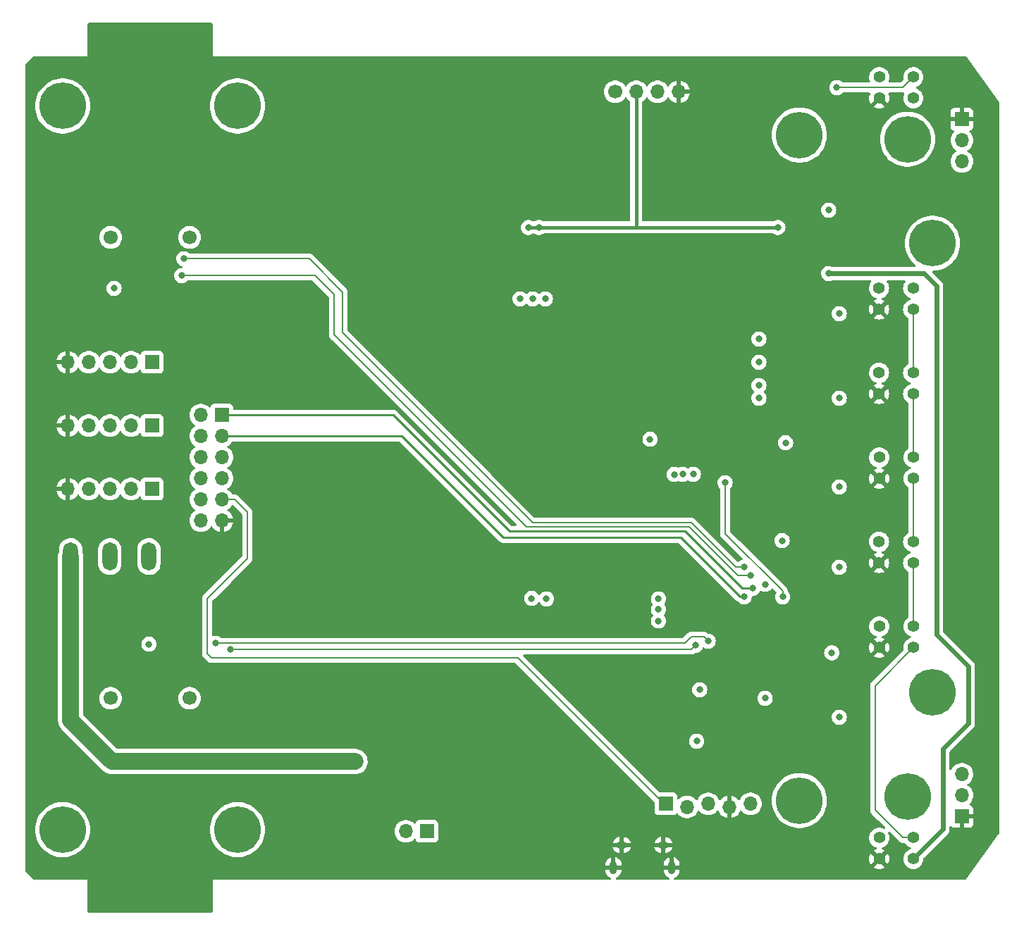
<source format=gbr>
%TF.GenerationSoftware,KiCad,Pcbnew,7.0.8*%
%TF.CreationDate,2023-10-27T12:05:37-04:00*%
%TF.ProjectId,mainboard_dual_battery,6d61696e-626f-4617-9264-5f6475616c5f,rev?*%
%TF.SameCoordinates,PX1312d00PY5f5e100*%
%TF.FileFunction,Copper,L4,Bot*%
%TF.FilePolarity,Positive*%
%FSLAX46Y46*%
G04 Gerber Fmt 4.6, Leading zero omitted, Abs format (unit mm)*
G04 Created by KiCad (PCBNEW 7.0.8) date 2023-10-27 12:05:37*
%MOMM*%
%LPD*%
G01*
G04 APERTURE LIST*
%TA.AperFunction,ComponentPad*%
%ADD10C,5.600000*%
%TD*%
%TA.AperFunction,ComponentPad*%
%ADD11R,1.700000X1.700000*%
%TD*%
%TA.AperFunction,ComponentPad*%
%ADD12O,1.700000X1.700000*%
%TD*%
%TA.AperFunction,ComponentPad*%
%ADD13C,1.700000*%
%TD*%
%TA.AperFunction,ComponentPad*%
%ADD14C,0.500000*%
%TD*%
%TA.AperFunction,SMDPad,CuDef*%
%ADD15R,3.000000X4.500000*%
%TD*%
%TA.AperFunction,ComponentPad*%
%ADD16O,0.890000X1.550000*%
%TD*%
%TA.AperFunction,ComponentPad*%
%ADD17O,1.250000X0.950000*%
%TD*%
%TA.AperFunction,ComponentPad*%
%ADD18O,1.800000X3.400000*%
%TD*%
%TA.AperFunction,ComponentPad*%
%ADD19C,1.400000*%
%TD*%
%TA.AperFunction,ViaPad*%
%ADD20C,0.800000*%
%TD*%
%TA.AperFunction,Conductor*%
%ADD21C,2.000000*%
%TD*%
%TA.AperFunction,Conductor*%
%ADD22C,0.250000*%
%TD*%
%TA.AperFunction,Conductor*%
%ADD23C,0.203200*%
%TD*%
%TA.AperFunction,Conductor*%
%ADD24C,0.406400*%
%TD*%
%TA.AperFunction,Conductor*%
%ADD25C,0.609600*%
%TD*%
G04 APERTURE END LIST*
D10*
%TO.P,REF\u002A\u002A,1*%
%TO.N,N/C*%
X4500000Y-43500000D03*
%TD*%
D11*
%TO.P,J14,1,Pin_1*%
%TO.N,Net-(J14-Pin_1)*%
X48260000Y-43688000D03*
D12*
%TO.P,J14,2,Pin_2*%
%TO.N,/VBAT*%
X45720000Y-43688000D03*
%TD*%
D11*
%TO.P,J2,1,Pin_1*%
%TO.N,VCC*%
X15240000Y12700000D03*
D12*
%TO.P,J2,2,Pin_2*%
%TO.N,+3V3*%
X12700000Y12700000D03*
%TO.P,J2,3,Pin_3*%
%TO.N,/MISO*%
X10160000Y12700000D03*
%TO.P,J2,4,Pin_4*%
%TO.N,/MOSI*%
X7620000Y12700000D03*
%TO.P,J2,5,Pin_5*%
%TO.N,GNDREF*%
X5080000Y12700000D03*
%TD*%
D13*
%TO.P,J6,1,Pin_1*%
%TO.N,/Motor1A_out*%
X10250000Y27700000D03*
%TD*%
D14*
%TO.P,U11,17,GND(PPAD)*%
%TO.N,GNDREF*%
X72111000Y1333000D03*
X72111000Y133000D03*
X72111000Y-1067000D03*
X72111000Y-2267000D03*
X73111000Y1333000D03*
X73111000Y133000D03*
D15*
X73111000Y-467000D03*
D14*
X73111000Y-1067000D03*
X73111000Y-2267000D03*
X74111000Y1333000D03*
X74111000Y133000D03*
X74111000Y-1067000D03*
X74111000Y-2267000D03*
%TD*%
D10*
%TO.P,REF\u002A\u002A,1*%
%TO.N,N/C*%
X109000000Y-27000000D03*
%TD*%
D11*
%TO.P,J11,1,Pin_1*%
%TO.N,GNDREF*%
X112522000Y-41910000D03*
D12*
%TO.P,J11,2,Pin_2*%
%TO.N,+6V*%
X112522000Y-39370000D03*
%TO.P,J11,3,Pin_3*%
%TO.N,/SERVO2*%
X112522000Y-36830000D03*
%TD*%
D16*
%TO.P,J3,6,Shield*%
%TO.N,GNDREF*%
X70668000Y-48036000D03*
D17*
X71668000Y-45336000D03*
X76668000Y-45336000D03*
D16*
X77668000Y-48036000D03*
%TD*%
D13*
%TO.P,J4,1,Pin_1*%
%TO.N,/Motor1B_out*%
X19750000Y27700000D03*
%TD*%
D11*
%TO.P,J1,1,Pin_1*%
%TO.N,/nRESET*%
X76962000Y-40386000D03*
D12*
%TO.P,J1,2,Pin_2*%
%TO.N,/SWCLK*%
X79502000Y-40767000D03*
%TO.P,J1,3,Pin_3*%
%TO.N,/SWDIO*%
X82042000Y-40386000D03*
%TO.P,J1,4,Pin_4*%
%TO.N,GNDREF*%
X84582000Y-40767000D03*
%TO.P,J1,5,Pin_5*%
%TO.N,+3V3*%
X87122000Y-40386000D03*
%TD*%
D11*
%TO.P,J13,1,Pin_1*%
%TO.N,/SDA*%
X23622000Y6350000D03*
D12*
%TO.P,J13,2,Pin_2*%
%TO.N,+3V3*%
X21082000Y6350000D03*
%TO.P,J13,3,Pin_3*%
%TO.N,/SCL*%
X23622000Y3810000D03*
%TO.P,J13,4,Pin_4*%
%TO.N,/MISO*%
X21082000Y3810000D03*
%TO.P,J13,5,Pin_5*%
%TO.N,/SCK*%
X23622000Y1270000D03*
%TO.P,J13,6,Pin_6*%
%TO.N,/MOSI*%
X21082000Y1270000D03*
%TO.P,J13,7,Pin_7*%
%TO.N,/TOP_A4*%
X23622000Y-1270000D03*
%TO.P,J13,8,Pin_8*%
%TO.N,/TOP_A5*%
X21082000Y-1270000D03*
%TO.P,J13,9,Pin_9*%
%TO.N,/nRESET*%
X23622000Y-3810000D03*
%TO.P,J13,10,Pin_10*%
%TO.N,/TOP_A3*%
X21082000Y-3810000D03*
%TO.P,J13,11,Pin_11*%
%TO.N,GNDREF*%
X23622000Y-6350000D03*
%TO.P,J13,12,Pin_12*%
%TO.N,VCC*%
X21082000Y-6350000D03*
%TD*%
D10*
%TO.P,REF\u002A\u002A,1*%
%TO.N,N/C*%
X109000000Y27000000D03*
%TD*%
%TO.P,REF\u002A\u002A,1*%
%TO.N,N/C*%
X93000000Y40000000D03*
%TD*%
%TO.P,REF\u002A\u002A,1*%
%TO.N,N/C*%
X106000000Y-39500000D03*
%TD*%
%TO.P,REF\u002A\u002A,1*%
%TO.N,N/C*%
X106000000Y39500000D03*
%TD*%
%TO.P,REF\u002A\u002A,1*%
%TO.N,N/C*%
X93000000Y-40000000D03*
%TD*%
D13*
%TO.P,J5,1,Pin_1*%
%TO.N,/Motor2B_out*%
X19750000Y-27700000D03*
%TD*%
D10*
%TO.P,REF\u002A\u002A,1*%
%TO.N,N/C*%
X25500000Y43500000D03*
%TD*%
D11*
%TO.P,J12,1,Pin_1*%
%TO.N,GNDREF*%
X112522000Y41910000D03*
D12*
%TO.P,J12,2,Pin_2*%
%TO.N,+6V*%
X112522000Y39370000D03*
%TO.P,J12,3,Pin_3*%
%TO.N,/SERVO1*%
X112522000Y36830000D03*
%TD*%
D11*
%TO.P,J9,1,Pin_1*%
%TO.N,VCC*%
X15240000Y5080000D03*
D12*
%TO.P,J9,2,Pin_2*%
%TO.N,+3V3*%
X12700000Y5080000D03*
%TO.P,J9,3,Pin_3*%
%TO.N,/SCK*%
X10160000Y5080000D03*
%TO.P,J9,4,Pin_4*%
%TO.N,/TOP_A5*%
X7620000Y5080000D03*
%TO.P,J9,5,Pin_5*%
%TO.N,GNDREF*%
X5080000Y5080000D03*
%TD*%
D13*
%TO.P,J8,1,Pin_1*%
%TO.N,+3V3*%
X70866000Y45212000D03*
D12*
%TO.P,J8,2,Pin_2*%
%TO.N,VCC*%
X73406000Y45212000D03*
%TO.P,J8,3,Pin_3*%
%TO.N,+6V*%
X75946000Y45212000D03*
%TO.P,J8,4,Pin_4*%
%TO.N,GNDREF*%
X78486000Y45212000D03*
%TD*%
D10*
%TO.P,REF\u002A\u002A,1*%
%TO.N,N/C*%
X4500000Y43500000D03*
%TD*%
D11*
%TO.P,J10,1,Pin_1*%
%TO.N,VCC*%
X15240000Y-2540000D03*
D12*
%TO.P,J10,2,Pin_2*%
%TO.N,+3V3*%
X12700000Y-2540000D03*
%TO.P,J10,3,Pin_3*%
%TO.N,/TOP_A4*%
X10160000Y-2540000D03*
%TO.P,J10,4,Pin_4*%
%TO.N,/TOP_A3*%
X7620000Y-2540000D03*
%TO.P,J10,5,Pin_5*%
%TO.N,GNDREF*%
X5080000Y-2540000D03*
%TD*%
D18*
%TO.P,SW1,1,A*%
%TO.N,/VBAT*%
X5460000Y-10668000D03*
%TO.P,SW1,2,B*%
%TO.N,VCC*%
X10160000Y-10668000D03*
%TO.P,SW1,3,C*%
%TO.N,unconnected-(SW1-C-Pad3)*%
X14860000Y-10668000D03*
%TD*%
D10*
%TO.P,REF\u002A\u002A,1*%
%TO.N,N/C*%
X25500000Y-43500000D03*
%TD*%
D13*
%TO.P,J7,1,Pin_1*%
%TO.N,/Motor2A_out*%
X10250000Y-27700000D03*
%TD*%
D19*
%TO.P,U3,1,K*%
%TO.N,Net-(U3-K)*%
X106698000Y-19070000D03*
%TO.P,U3,2,A*%
%TO.N,Net-(U2-K)*%
X106698000Y-21610000D03*
%TO.P,U3,3,E*%
%TO.N,GNDREF*%
X102598000Y-21610000D03*
%TO.P,U3,4,C*%
%TO.N,/A1*%
X102598000Y-19070000D03*
%TD*%
%TO.P,U5,1,K*%
%TO.N,Net-(U5-K)*%
X106698000Y1250000D03*
%TO.P,U5,2,A*%
%TO.N,Net-(U4-K)*%
X106698000Y-1290000D03*
%TO.P,U5,3,E*%
%TO.N,GNDREF*%
X102598000Y-1290000D03*
%TO.P,U5,4,C*%
%TO.N,/A3*%
X102598000Y1250000D03*
%TD*%
%TO.P,U2,1,K*%
%TO.N,Net-(U2-K)*%
X106698000Y-44470000D03*
%TO.P,U2,2,A*%
%TO.N,/Reflectance sensor array/VCC_LED*%
X106698000Y-47010000D03*
%TO.P,U2,3,E*%
%TO.N,GNDREF*%
X102598000Y-47010000D03*
%TO.P,U2,4,C*%
%TO.N,/A0*%
X102598000Y-44470000D03*
%TD*%
%TO.P,U4,1,K*%
%TO.N,Net-(U4-K)*%
X106680000Y-8890000D03*
%TO.P,U4,2,A*%
%TO.N,Net-(U3-K)*%
X106680000Y-11430000D03*
%TO.P,U4,3,E*%
%TO.N,GNDREF*%
X102580000Y-11430000D03*
%TO.P,U4,4,C*%
%TO.N,/A2*%
X102580000Y-8890000D03*
%TD*%
%TO.P,U7,1,K*%
%TO.N,Net-(U7-K)*%
X106680000Y21590000D03*
%TO.P,U7,2,A*%
%TO.N,Net-(U6-K)*%
X106680000Y19050000D03*
%TO.P,U7,3,E*%
%TO.N,GNDREF*%
X102580000Y19050000D03*
%TO.P,U7,4,C*%
%TO.N,/A5*%
X102580000Y21590000D03*
%TD*%
%TO.P,U6,1,K*%
%TO.N,Net-(U6-K)*%
X106680000Y11430000D03*
%TO.P,U6,2,A*%
%TO.N,Net-(U5-K)*%
X106680000Y8890000D03*
%TO.P,U6,3,E*%
%TO.N,GNDREF*%
X102580000Y8890000D03*
%TO.P,U6,4,C*%
%TO.N,/A4*%
X102580000Y11430000D03*
%TD*%
%TO.P,U8,1,K*%
%TO.N,/Reflectance sensor array/FB*%
X106698000Y46970000D03*
%TO.P,U8,2,A*%
%TO.N,Net-(U7-K)*%
X106698000Y44430000D03*
%TO.P,U8,3,E*%
%TO.N,GNDREF*%
X102598000Y44430000D03*
%TO.P,U8,4,C*%
%TO.N,/A6*%
X102598000Y46970000D03*
%TD*%
D20*
%TO.N,+3V3*%
X90932000Y-8763000D03*
X88888000Y-27698000D03*
X97790000Y8382000D03*
X97790000Y18542000D03*
X97790000Y-11938000D03*
X91348000Y3024000D03*
X97790000Y-29972000D03*
X76073000Y-15748000D03*
X76073000Y-18415000D03*
X96897000Y-22229000D03*
X76073000Y-17018000D03*
X80670400Y-32867600D03*
X96520000Y30988000D03*
X14859000Y-21209000D03*
X10668000Y21590000D03*
X81026000Y-26670000D03*
X75057000Y3429000D03*
X88900000Y-14000000D03*
X97790000Y-2286000D03*
%TO.N,/VBAT*%
X39624000Y-35306000D03*
X38354000Y-35306000D03*
X35814000Y-35306000D03*
X37084000Y-35306000D03*
%TO.N,/SDA*%
X87376000Y-14478000D03*
%TO.N,/SCL*%
X86360000Y-15494000D03*
%TO.N,/ENC1_DIR*%
X19050000Y25146000D03*
X86360000Y-11938000D03*
%TO.N,/ENC1_SPEED*%
X87122000Y-12954000D03*
X18796000Y23114000D03*
%TO.N,/ENC2_DIR*%
X22860000Y-21082000D03*
X82042000Y-20828000D03*
%TO.N,/ENC2_SPEED*%
X80518000Y-21336000D03*
X24638000Y-21844000D03*
%TO.N,+6V*%
X80264000Y-762000D03*
X88138000Y8382000D03*
X88138000Y15494000D03*
X78994000Y-762000D03*
X88138000Y12700000D03*
X77978000Y-792000D03*
X88138000Y9906000D03*
%TO.N,GNDREF*%
X81026000Y-25146000D03*
X41656000Y40894000D03*
X78486000Y15240000D03*
X76708000Y15240000D03*
X69723000Y-17399000D03*
X68834000Y-17399000D03*
X12192000Y-20066000D03*
X81866375Y2008000D03*
X72898000Y16510000D03*
X44196000Y40894000D03*
X76708000Y16510000D03*
X88474000Y32322000D03*
X75438000Y15240000D03*
X76708000Y7874000D03*
X79756000Y7874000D03*
X49784000Y40894000D03*
X90569000Y25908000D03*
X78486000Y16510000D03*
X85497000Y15546000D03*
X96266000Y-23622000D03*
X80772000Y8890000D03*
X88011000Y-16000000D03*
X75565000Y-12954000D03*
X52578000Y40894000D03*
X85851500Y-3978750D03*
X86995000Y-28067000D03*
X86467782Y-830474D03*
X78740000Y7874000D03*
X74168000Y16510000D03*
X70612000Y8255000D03*
X68834000Y31242000D03*
X78740000Y8890000D03*
X79756000Y8890000D03*
X12446000Y21590000D03*
X72136000Y-25273000D03*
X85497000Y13006000D03*
X46990000Y40894000D03*
X91866000Y-3050750D03*
X89407500Y2117250D03*
X77724000Y8890000D03*
X77724000Y7874000D03*
X76708000Y8890000D03*
X80772000Y7874000D03*
X75438000Y16510000D03*
%TO.N,VCC*%
X60833000Y-15694500D03*
X62611000Y-15748000D03*
X61722000Y28901504D03*
X90424000Y28901504D03*
X62484000Y20320000D03*
X60960000Y20320000D03*
X59436000Y20320000D03*
X60452000Y28901504D03*
%TO.N,/Reflectance sensor array/VCC_LED*%
X96520000Y23368000D03*
%TO.N,/Reflectance sensor array/FB*%
X97500000Y45720000D03*
%TO.N,/HEARTBEAT*%
X91000000Y-15500000D03*
X84074000Y-1778000D03*
%TD*%
D21*
%TO.N,/VBAT*%
X5460000Y-10668000D02*
X5460000Y-30352000D01*
X38354000Y-35306000D02*
X39624000Y-35306000D01*
X35814000Y-35306000D02*
X37084000Y-35306000D01*
X5460000Y-30352000D02*
X10414000Y-35306000D01*
X10414000Y-35306000D02*
X35814000Y-35306000D01*
X37084000Y-35306000D02*
X38354000Y-35306000D01*
D22*
%TO.N,/SDA*%
X79248000Y-7620000D02*
X58166000Y-7620000D01*
X58166000Y-7620000D02*
X44196000Y6350000D01*
X44196000Y6350000D02*
X23622000Y6350000D01*
X87376000Y-14478000D02*
X86106000Y-14478000D01*
X86106000Y-14478000D02*
X79248000Y-7620000D01*
%TO.N,/SCL*%
X78740000Y-8382000D02*
X57404000Y-8382000D01*
X86360000Y-15494000D02*
X85852000Y-15494000D01*
X57404000Y-8382000D02*
X45212000Y3810000D01*
X45212000Y3810000D02*
X23622000Y3810000D01*
X85852000Y-15494000D02*
X78740000Y-8382000D01*
D23*
%TO.N,/nRESET*%
X23622000Y-3810000D02*
X25146000Y-3810000D01*
X25146000Y-3810000D02*
X26670000Y-5334000D01*
X21844000Y-15748000D02*
X21844000Y-22352000D01*
X22352000Y-22860000D02*
X21844000Y-22352000D01*
X26670000Y-10922000D02*
X21844000Y-15748000D01*
X26670000Y-5334000D02*
X26670000Y-10922000D01*
X59182000Y-22860000D02*
X22352000Y-22860000D01*
X76708000Y-40386000D02*
X59182000Y-22860000D01*
%TO.N,/ENC1_DIR*%
X60960000Y-6604000D02*
X38100000Y16256000D01*
X19050000Y25146000D02*
X34098210Y25146000D01*
X86360000Y-11938000D02*
X85344000Y-11938000D01*
X38100000Y16256000D02*
X38100000Y21144210D01*
X85344000Y-11938000D02*
X80010000Y-6604000D01*
X80010000Y-6604000D02*
X60960000Y-6604000D01*
X38100000Y21144210D02*
X34098210Y25146000D01*
%TO.N,/ENC1_SPEED*%
X37084000Y16002000D02*
X60198000Y-7112000D01*
X60198000Y-7112000D02*
X79756000Y-7112000D01*
X18796000Y23114000D02*
X34798000Y23114000D01*
X85598000Y-12954000D02*
X87122000Y-12954000D01*
X34798000Y23114000D02*
X37084000Y20828000D01*
X37084000Y20828000D02*
X37084000Y16002000D01*
X79756000Y-7112000D02*
X85598000Y-12954000D01*
%TO.N,/ENC2_DIR*%
X80010000Y-20320000D02*
X81534000Y-20320000D01*
X81534000Y-20320000D02*
X82042000Y-20828000D01*
X79248000Y-21082000D02*
X80010000Y-20320000D01*
X22860000Y-21082000D02*
X79248000Y-21082000D01*
%TO.N,/ENC2_SPEED*%
X80010000Y-21844000D02*
X80518000Y-21336000D01*
X24638000Y-21844000D02*
X80010000Y-21844000D01*
D24*
%TO.N,VCC*%
X73406000Y28901504D02*
X73406000Y45212000D01*
X60452000Y28901504D02*
X61722000Y28901504D01*
X61722000Y28901504D02*
X90424000Y28901504D01*
D25*
%TO.N,/Reflectance sensor array/VCC_LED*%
X113284000Y-30734000D02*
X110236000Y-33782000D01*
X109474000Y-20066000D02*
X113284000Y-23876000D01*
X96520000Y23368000D02*
X107950000Y23368000D01*
X110236000Y-43434000D02*
X106680000Y-46990000D01*
X113284000Y-23876000D02*
X113284000Y-30734000D01*
X107950000Y23368000D02*
X109474000Y21844000D01*
X110236000Y-33782000D02*
X110236000Y-43434000D01*
X109474000Y21844000D02*
X109474000Y-20066000D01*
D23*
%TO.N,/Reflectance sensor array/FB*%
X97500000Y45720000D02*
X105410000Y45720000D01*
X105410000Y45720000D02*
X106680000Y46990000D01*
%TO.N,Net-(U2-K)*%
X105430000Y-44470000D02*
X102108000Y-41148000D01*
X102108000Y-26200000D02*
X106698000Y-21610000D01*
X106698000Y-44470000D02*
X105430000Y-44470000D01*
X102108000Y-41148000D02*
X102108000Y-26200000D01*
%TO.N,/HEARTBEAT*%
X84074000Y-7900894D02*
X91000000Y-14826894D01*
X84074000Y-1778000D02*
X84074000Y-7900894D01*
X91000000Y-14826894D02*
X91000000Y-15500000D01*
%TO.N,Net-(U3-K)*%
X106680000Y-11430000D02*
X106680000Y-19050000D01*
%TO.N,Net-(U4-K)*%
X106680000Y-1270000D02*
X106680000Y-8890000D01*
%TO.N,Net-(U5-K)*%
X106680000Y8890000D02*
X106680000Y1270000D01*
%TO.N,Net-(U6-K)*%
X106680000Y19050000D02*
X106680000Y11430000D01*
%TD*%
%TA.AperFunction,Conductor*%
%TO.N,GNDREF*%
G36*
X22441621Y53479498D02*
G01*
X22488114Y53425842D01*
X22499500Y53373500D01*
X22499500Y49524928D01*
X22499415Y49524500D01*
X22499458Y49500002D01*
X22499459Y49500000D01*
X22499500Y49499901D01*
X22499617Y49499617D01*
X22500000Y49499459D01*
X22500002Y49499461D01*
X22525014Y49499476D01*
X22525014Y49499472D01*
X22525158Y49499500D01*
X112935582Y49499500D01*
X113003703Y49479498D01*
X113037483Y49447610D01*
X116975401Y44032974D01*
X116999291Y43966118D01*
X116999500Y43958865D01*
X116999500Y-43958863D01*
X116979498Y-44026984D01*
X116975401Y-44032973D01*
X113037483Y-49447610D01*
X112981240Y-49490937D01*
X112935582Y-49499500D01*
X78054446Y-49499500D01*
X77986325Y-49479498D01*
X77939832Y-49425842D01*
X77929728Y-49355568D01*
X77959222Y-49290988D01*
X78010685Y-49255344D01*
X78089854Y-49226022D01*
X78254347Y-49123493D01*
X78254354Y-49123489D01*
X78394827Y-48989957D01*
X78505550Y-48830878D01*
X78581982Y-48652767D01*
X78620999Y-48462912D01*
X78621000Y-48462906D01*
X78621000Y-48290000D01*
X77918000Y-48290000D01*
X77918000Y-47686376D01*
X77903495Y-47613455D01*
X77848240Y-47530760D01*
X77765545Y-47475505D01*
X77668000Y-47456102D01*
X77570455Y-47475505D01*
X77487760Y-47530760D01*
X77432505Y-47613455D01*
X77418000Y-47686376D01*
X77418000Y-48290000D01*
X76715000Y-48290000D01*
X76715000Y-48414350D01*
X76729692Y-48558819D01*
X76729693Y-48558824D01*
X76787716Y-48743757D01*
X76881778Y-48913226D01*
X76881778Y-48913227D01*
X77008023Y-49060285D01*
X77008029Y-49060290D01*
X77161298Y-49178929D01*
X77327340Y-49260377D01*
X77379690Y-49308334D01*
X77397802Y-49376982D01*
X77375925Y-49444524D01*
X77321005Y-49489516D01*
X77271850Y-49499500D01*
X71054446Y-49499500D01*
X70986325Y-49479498D01*
X70939832Y-49425842D01*
X70929728Y-49355568D01*
X70959222Y-49290988D01*
X71010685Y-49255344D01*
X71089854Y-49226022D01*
X71254347Y-49123493D01*
X71254354Y-49123489D01*
X71394827Y-48989957D01*
X71505550Y-48830878D01*
X71581982Y-48652767D01*
X71620999Y-48462912D01*
X71621000Y-48462906D01*
X71621000Y-48290000D01*
X70918000Y-48290000D01*
X70918000Y-47686376D01*
X70903495Y-47613455D01*
X70848240Y-47530760D01*
X70765545Y-47475505D01*
X70668000Y-47456102D01*
X70570455Y-47475505D01*
X70487760Y-47530760D01*
X70432505Y-47613455D01*
X70418000Y-47686376D01*
X70418000Y-48290000D01*
X69715000Y-48290000D01*
X69715000Y-48414350D01*
X69729692Y-48558819D01*
X69729693Y-48558824D01*
X69787716Y-48743757D01*
X69881778Y-48913226D01*
X69881778Y-48913227D01*
X70008023Y-49060285D01*
X70008029Y-49060290D01*
X70161298Y-49178929D01*
X70327340Y-49260377D01*
X70379690Y-49308334D01*
X70397802Y-49376982D01*
X70375925Y-49444524D01*
X70321005Y-49489516D01*
X70271850Y-49499500D01*
X22525158Y-49499500D01*
X22524952Y-49499459D01*
X22500001Y-49499459D01*
X22500000Y-49499459D01*
X22499901Y-49499500D01*
X22499617Y-49499617D01*
X22499459Y-49500000D01*
X22499476Y-49525014D01*
X22499471Y-49525014D01*
X22499500Y-49525157D01*
X22499500Y-53373500D01*
X22479498Y-53441621D01*
X22425842Y-53488114D01*
X22373500Y-53499500D01*
X7626500Y-53499500D01*
X7558379Y-53479498D01*
X7511886Y-53425842D01*
X7500500Y-53373500D01*
X7500500Y-49525157D01*
X7500528Y-49525014D01*
X7500524Y-49525014D01*
X7500539Y-49500002D01*
X7500541Y-49500000D01*
X7500383Y-49499617D01*
X7500099Y-49499500D01*
X7500000Y-49499459D01*
X7499999Y-49499459D01*
X7475048Y-49499459D01*
X7474842Y-49499500D01*
X1052397Y-49499500D01*
X984276Y-49479498D01*
X963306Y-49462599D01*
X37402Y-48536694D01*
X3379Y-48474385D01*
X500Y-48447602D01*
X500Y-47782000D01*
X69715000Y-47782000D01*
X70414000Y-47782000D01*
X70414000Y-46787337D01*
X70922000Y-46787337D01*
X70922000Y-47782000D01*
X71621000Y-47782000D01*
X76715000Y-47782000D01*
X77414000Y-47782000D01*
X77414000Y-46787337D01*
X77922000Y-46787337D01*
X77922000Y-47782000D01*
X78621000Y-47782000D01*
X78621000Y-47657668D01*
X78620999Y-47657649D01*
X78606307Y-47513180D01*
X78606306Y-47513175D01*
X78548283Y-47328242D01*
X78454221Y-47158773D01*
X78454221Y-47158772D01*
X78327976Y-47011714D01*
X78327970Y-47011709D01*
X78174701Y-46893070D01*
X78000690Y-46807714D01*
X78000679Y-46807709D01*
X77922000Y-46787337D01*
X77414000Y-46787337D01*
X77414000Y-46783809D01*
X77413999Y-46783809D01*
X77246139Y-46845980D01*
X77246136Y-46845981D01*
X77081658Y-46948500D01*
X77081645Y-46948510D01*
X76941172Y-47082042D01*
X76830449Y-47241121D01*
X76754017Y-47419232D01*
X76715000Y-47609087D01*
X76715000Y-47782000D01*
X71621000Y-47782000D01*
X71621000Y-47657668D01*
X71620999Y-47657649D01*
X71606307Y-47513180D01*
X71606306Y-47513175D01*
X71548283Y-47328242D01*
X71454221Y-47158773D01*
X71454221Y-47158772D01*
X71327976Y-47011714D01*
X71327970Y-47011709D01*
X71174701Y-46893070D01*
X71000690Y-46807714D01*
X71000679Y-46807709D01*
X70922000Y-46787337D01*
X70414000Y-46787337D01*
X70414000Y-46783809D01*
X70413999Y-46783809D01*
X70246139Y-46845980D01*
X70246136Y-46845981D01*
X70081658Y-46948500D01*
X70081645Y-46948510D01*
X69941172Y-47082042D01*
X69830449Y-47241121D01*
X69754017Y-47419232D01*
X69715000Y-47609087D01*
X69715000Y-47782000D01*
X500Y-47782000D01*
X500Y-43500003D01*
X1186641Y-43500003D01*
X1206064Y-43858237D01*
X1264103Y-44212269D01*
X1360084Y-44557959D01*
X1490353Y-44884910D01*
X1492877Y-44891243D01*
X1550172Y-44999312D01*
X1660922Y-45208210D01*
X1660924Y-45208214D01*
X1820317Y-45443300D01*
X1862258Y-45505159D01*
X2079698Y-45761150D01*
X2094516Y-45778595D01*
X2354962Y-46025304D01*
X2354977Y-46025317D01*
X2640586Y-46242431D01*
X2947995Y-46427393D01*
X3273599Y-46578033D01*
X3613583Y-46692587D01*
X3963958Y-46769711D01*
X4320618Y-46808500D01*
X4320626Y-46808500D01*
X4679374Y-46808500D01*
X4679382Y-46808500D01*
X5036042Y-46769711D01*
X5386417Y-46692587D01*
X5726401Y-46578033D01*
X6052005Y-46427393D01*
X6359414Y-46242431D01*
X6645023Y-46025317D01*
X6905484Y-45778595D01*
X7137742Y-45505159D01*
X7339075Y-45208215D01*
X7507123Y-44891243D01*
X7639915Y-44557961D01*
X7735895Y-44212274D01*
X7793936Y-43858237D01*
X7813359Y-43500003D01*
X22186641Y-43500003D01*
X22206064Y-43858237D01*
X22264103Y-44212269D01*
X22360084Y-44557959D01*
X22490353Y-44884910D01*
X22492877Y-44891243D01*
X22550172Y-44999312D01*
X22660922Y-45208210D01*
X22660924Y-45208214D01*
X22820317Y-45443300D01*
X22862258Y-45505159D01*
X23079698Y-45761150D01*
X23094516Y-45778595D01*
X23354962Y-46025304D01*
X23354977Y-46025317D01*
X23640586Y-46242431D01*
X23947995Y-46427393D01*
X24273599Y-46578033D01*
X24613583Y-46692587D01*
X24963958Y-46769711D01*
X25320618Y-46808500D01*
X25320626Y-46808500D01*
X25679374Y-46808500D01*
X25679382Y-46808500D01*
X26036042Y-46769711D01*
X26386417Y-46692587D01*
X26726401Y-46578033D01*
X27052005Y-46427393D01*
X27359414Y-46242431D01*
X27645023Y-46025317D01*
X27905484Y-45778595D01*
X28065678Y-45590000D01*
X70563821Y-45590000D01*
X70630907Y-45771140D01*
X70736658Y-45940802D01*
X70736661Y-45940805D01*
X70874403Y-46085708D01*
X71038487Y-46199915D01*
X71222210Y-46278755D01*
X71414000Y-46318169D01*
X71414000Y-45595701D01*
X71490912Y-45611000D01*
X71845088Y-45611000D01*
X71922000Y-45595701D01*
X71922000Y-46313492D01*
X72016899Y-46303842D01*
X72207652Y-46243993D01*
X72382451Y-46146970D01*
X72382457Y-46146966D01*
X72534140Y-46016751D01*
X72534141Y-46016749D01*
X72656521Y-45858648D01*
X72744562Y-45679163D01*
X72744563Y-45679161D01*
X72767650Y-45590000D01*
X75563821Y-45590000D01*
X75630907Y-45771140D01*
X75736658Y-45940802D01*
X75736661Y-45940805D01*
X75874403Y-46085708D01*
X76038487Y-46199915D01*
X76222210Y-46278755D01*
X76414000Y-46318169D01*
X76414000Y-45595701D01*
X76490912Y-45611000D01*
X76845088Y-45611000D01*
X76922000Y-45595701D01*
X76922000Y-46313492D01*
X77016899Y-46303842D01*
X77207652Y-46243993D01*
X77382451Y-46146970D01*
X77382457Y-46146966D01*
X77534140Y-46016751D01*
X77534141Y-46016749D01*
X77656521Y-45858648D01*
X77744562Y-45679163D01*
X77744563Y-45679161D01*
X77767650Y-45590000D01*
X76932850Y-45590000D01*
X77016264Y-45534264D01*
X77077045Y-45443300D01*
X77098388Y-45336000D01*
X77077045Y-45228700D01*
X77016264Y-45137736D01*
X76932850Y-45082000D01*
X77772179Y-45082000D01*
X77705092Y-44900859D01*
X77599341Y-44731197D01*
X77599338Y-44731194D01*
X77461596Y-44586291D01*
X77297512Y-44472084D01*
X77113794Y-44393246D01*
X76922000Y-44353830D01*
X76922000Y-45076298D01*
X76845088Y-45061000D01*
X76490912Y-45061000D01*
X76414000Y-45076298D01*
X76414000Y-44358505D01*
X76413999Y-44358505D01*
X76319110Y-44368155D01*
X76319105Y-44368156D01*
X76128349Y-44428005D01*
X76128347Y-44428006D01*
X75953548Y-44525029D01*
X75953542Y-44525033D01*
X75801859Y-44655248D01*
X75801858Y-44655250D01*
X75679478Y-44813351D01*
X75591437Y-44992836D01*
X75591436Y-44992838D01*
X75568350Y-45082000D01*
X76403150Y-45082000D01*
X76319736Y-45137736D01*
X76258955Y-45228700D01*
X76237612Y-45336000D01*
X76258955Y-45443300D01*
X76319736Y-45534264D01*
X76403150Y-45590000D01*
X75563821Y-45590000D01*
X72767650Y-45590000D01*
X71932850Y-45590000D01*
X72016264Y-45534264D01*
X72077045Y-45443300D01*
X72098388Y-45336000D01*
X72077045Y-45228700D01*
X72016264Y-45137736D01*
X71932850Y-45082000D01*
X72772179Y-45082000D01*
X72705092Y-44900859D01*
X72599341Y-44731197D01*
X72599338Y-44731194D01*
X72461596Y-44586291D01*
X72297512Y-44472084D01*
X72113794Y-44393246D01*
X71922000Y-44353830D01*
X71922000Y-45076298D01*
X71845088Y-45061000D01*
X71490912Y-45061000D01*
X71414000Y-45076298D01*
X71414000Y-44358505D01*
X71413999Y-44358505D01*
X71319110Y-44368155D01*
X71319105Y-44368156D01*
X71128349Y-44428005D01*
X71128347Y-44428006D01*
X70953548Y-44525029D01*
X70953542Y-44525033D01*
X70801859Y-44655248D01*
X70801858Y-44655250D01*
X70679478Y-44813351D01*
X70591437Y-44992836D01*
X70591436Y-44992838D01*
X70568350Y-45082000D01*
X71403150Y-45082000D01*
X71319736Y-45137736D01*
X71258955Y-45228700D01*
X71237612Y-45336000D01*
X71258955Y-45443300D01*
X71319736Y-45534264D01*
X71403150Y-45590000D01*
X70563821Y-45590000D01*
X28065678Y-45590000D01*
X28137742Y-45505159D01*
X28339075Y-45208215D01*
X28507123Y-44891243D01*
X28639915Y-44557961D01*
X28735895Y-44212274D01*
X28793936Y-43858237D01*
X28803166Y-43688000D01*
X44356844Y-43688000D01*
X44375105Y-43908378D01*
X44375437Y-43912375D01*
X44430702Y-44130612D01*
X44430703Y-44130613D01*
X44430704Y-44130616D01*
X44521140Y-44336791D01*
X44521141Y-44336793D01*
X44644275Y-44525265D01*
X44644279Y-44525270D01*
X44796762Y-44690908D01*
X44848521Y-44731194D01*
X44974424Y-44829189D01*
X45172426Y-44936342D01*
X45172427Y-44936342D01*
X45172428Y-44936343D01*
X45263198Y-44967504D01*
X45385365Y-45009444D01*
X45607431Y-45046500D01*
X45607435Y-45046500D01*
X45832565Y-45046500D01*
X45832569Y-45046500D01*
X46054635Y-45009444D01*
X46267574Y-44936342D01*
X46465576Y-44829189D01*
X46643240Y-44690906D01*
X46704245Y-44624637D01*
X46765096Y-44588067D01*
X46836061Y-44590200D01*
X46894606Y-44630362D01*
X46915000Y-44665941D01*
X46959111Y-44784204D01*
X46959112Y-44784207D01*
X47046738Y-44901261D01*
X47163792Y-44988887D01*
X47163794Y-44988888D01*
X47163796Y-44988889D01*
X47174384Y-44992838D01*
X47300795Y-45039988D01*
X47300803Y-45039990D01*
X47361350Y-45046499D01*
X47361355Y-45046499D01*
X47361362Y-45046500D01*
X47361368Y-45046500D01*
X49158632Y-45046500D01*
X49158638Y-45046500D01*
X49158645Y-45046499D01*
X49158649Y-45046499D01*
X49219196Y-45039990D01*
X49219199Y-45039989D01*
X49219201Y-45039989D01*
X49356204Y-44988889D01*
X49372451Y-44976727D01*
X49473261Y-44901261D01*
X49560887Y-44784207D01*
X49560887Y-44784206D01*
X49560889Y-44784204D01*
X49611989Y-44647201D01*
X49613800Y-44630362D01*
X49618499Y-44586649D01*
X49618500Y-44586632D01*
X49618500Y-42789367D01*
X49618499Y-42789350D01*
X49611990Y-42728803D01*
X49611988Y-42728795D01*
X49582924Y-42650875D01*
X49560889Y-42591796D01*
X49560888Y-42591794D01*
X49560887Y-42591792D01*
X49473261Y-42474738D01*
X49356207Y-42387112D01*
X49356202Y-42387110D01*
X49219204Y-42336011D01*
X49219196Y-42336009D01*
X49158649Y-42329500D01*
X49158638Y-42329500D01*
X47361362Y-42329500D01*
X47361350Y-42329500D01*
X47300803Y-42336009D01*
X47300795Y-42336011D01*
X47163797Y-42387110D01*
X47163792Y-42387112D01*
X47046738Y-42474738D01*
X46959112Y-42591792D01*
X46959111Y-42591795D01*
X46915000Y-42710058D01*
X46872453Y-42766893D01*
X46805932Y-42791703D01*
X46736558Y-42776611D01*
X46704246Y-42751363D01*
X46643240Y-42685094D01*
X46643239Y-42685093D01*
X46643237Y-42685091D01*
X46523372Y-42591796D01*
X46465576Y-42546811D01*
X46267574Y-42439658D01*
X46267572Y-42439657D01*
X46267571Y-42439656D01*
X46054639Y-42366557D01*
X46054630Y-42366555D01*
X46010476Y-42359187D01*
X45832569Y-42329500D01*
X45607431Y-42329500D01*
X45459211Y-42354233D01*
X45385369Y-42366555D01*
X45385360Y-42366557D01*
X45172428Y-42439656D01*
X45172426Y-42439658D01*
X44974426Y-42546810D01*
X44974424Y-42546811D01*
X44796762Y-42685091D01*
X44644279Y-42850729D01*
X44644275Y-42850734D01*
X44521141Y-43039206D01*
X44430703Y-43245386D01*
X44430702Y-43245387D01*
X44375437Y-43463624D01*
X44375436Y-43463630D01*
X44375436Y-43463632D01*
X44356844Y-43688000D01*
X28803166Y-43688000D01*
X28813359Y-43500000D01*
X28793936Y-43141763D01*
X28736164Y-42789367D01*
X28735896Y-42787730D01*
X28727635Y-42757975D01*
X28639915Y-42442039D01*
X28507123Y-42108757D01*
X28339075Y-41791785D01*
X28137742Y-41494841D01*
X27905484Y-41221405D01*
X27893039Y-41209616D01*
X27645037Y-40974695D01*
X27645022Y-40974682D01*
X27359418Y-40757572D01*
X27359412Y-40757568D01*
X27258905Y-40697095D01*
X27052005Y-40572607D01*
X26726401Y-40421967D01*
X26386417Y-40307413D01*
X26338915Y-40296956D01*
X26036054Y-40230291D01*
X26036030Y-40230287D01*
X25679389Y-40191500D01*
X25679382Y-40191500D01*
X25320618Y-40191500D01*
X25320610Y-40191500D01*
X24963969Y-40230287D01*
X24963945Y-40230291D01*
X24613587Y-40307412D01*
X24613573Y-40307416D01*
X24273601Y-40421966D01*
X24192198Y-40459627D01*
X23960956Y-40566611D01*
X23947989Y-40572610D01*
X23640587Y-40757568D01*
X23640581Y-40757572D01*
X23354977Y-40974682D01*
X23354962Y-40974695D01*
X23094516Y-41221404D01*
X22862256Y-41494843D01*
X22660924Y-41791785D01*
X22660922Y-41791789D01*
X22492876Y-42108759D01*
X22492872Y-42108768D01*
X22360084Y-42442040D01*
X22264103Y-42787730D01*
X22206064Y-43141762D01*
X22186641Y-43499996D01*
X22186641Y-43500003D01*
X7813359Y-43500003D01*
X7813359Y-43500000D01*
X7793936Y-43141763D01*
X7736164Y-42789367D01*
X7735896Y-42787730D01*
X7727635Y-42757975D01*
X7639915Y-42442039D01*
X7507123Y-42108757D01*
X7339075Y-41791785D01*
X7137742Y-41494841D01*
X6905484Y-41221405D01*
X6893039Y-41209616D01*
X6645037Y-40974695D01*
X6645022Y-40974682D01*
X6359418Y-40757572D01*
X6359412Y-40757568D01*
X6258905Y-40697095D01*
X6052005Y-40572607D01*
X5726401Y-40421967D01*
X5386417Y-40307413D01*
X5338915Y-40296956D01*
X5036054Y-40230291D01*
X5036030Y-40230287D01*
X4679389Y-40191500D01*
X4679382Y-40191500D01*
X4320618Y-40191500D01*
X4320610Y-40191500D01*
X3963969Y-40230287D01*
X3963945Y-40230291D01*
X3613587Y-40307412D01*
X3613573Y-40307416D01*
X3273601Y-40421966D01*
X3192198Y-40459627D01*
X2960956Y-40566611D01*
X2947989Y-40572610D01*
X2640587Y-40757568D01*
X2640581Y-40757572D01*
X2354977Y-40974682D01*
X2354962Y-40974695D01*
X2094516Y-41221404D01*
X1862256Y-41494843D01*
X1660924Y-41791785D01*
X1660922Y-41791789D01*
X1492876Y-42108759D01*
X1492872Y-42108768D01*
X1360084Y-42442040D01*
X1264103Y-42787730D01*
X1206064Y-43141762D01*
X1186641Y-43499996D01*
X1186641Y-43500003D01*
X500Y-43500003D01*
X500Y-30443376D01*
X3949352Y-30443376D01*
X3959791Y-30516931D01*
X3960211Y-30520714D01*
X3966189Y-30594764D01*
X3966189Y-30594766D01*
X3976384Y-30636129D01*
X3977590Y-30642356D01*
X3983574Y-30684518D01*
X3983575Y-30684521D01*
X3983575Y-30684524D01*
X4005669Y-30755427D01*
X4006691Y-30759092D01*
X4024478Y-30831251D01*
X4041172Y-30870433D01*
X4043362Y-30876388D01*
X4056032Y-30917048D01*
X4089221Y-30983502D01*
X4090817Y-30986956D01*
X4119943Y-31055314D01*
X4142710Y-31091319D01*
X4145826Y-31096844D01*
X4157758Y-31120734D01*
X4164854Y-31134943D01*
X4189705Y-31169439D01*
X4208276Y-31195216D01*
X4210407Y-31198371D01*
X4250117Y-31261168D01*
X4278363Y-31293052D01*
X4282324Y-31298005D01*
X4307219Y-31332560D01*
X4359746Y-31385087D01*
X4362339Y-31387841D01*
X4411625Y-31443474D01*
X4411627Y-31443476D01*
X4444627Y-31470419D01*
X4449323Y-31474664D01*
X5305307Y-32330648D01*
X9336597Y-36361940D01*
X9361037Y-36387384D01*
X9410425Y-36438802D01*
X9469825Y-36483438D01*
X9472771Y-36485794D01*
X9500373Y-36509272D01*
X9529377Y-36533944D01*
X9565829Y-36555980D01*
X9571086Y-36559531D01*
X9605135Y-36585117D01*
X9659694Y-36613751D01*
X9670909Y-36619638D01*
X9674209Y-36621499D01*
X9737811Y-36659948D01*
X9777343Y-36675857D01*
X9783089Y-36678514D01*
X9820792Y-36698303D01*
X9820795Y-36698304D01*
X9891257Y-36721828D01*
X9894830Y-36723142D01*
X9912584Y-36730287D01*
X9963757Y-36750882D01*
X10005319Y-36760242D01*
X10011413Y-36761941D01*
X10051818Y-36775431D01*
X10123625Y-36787099D01*
X10125152Y-36787348D01*
X10128879Y-36788069D01*
X10201362Y-36804395D01*
X10243890Y-36806967D01*
X10250174Y-36807666D01*
X10292221Y-36814500D01*
X10366501Y-36814500D01*
X10370302Y-36814614D01*
X10395040Y-36816111D01*
X10444472Y-36819102D01*
X10444473Y-36819101D01*
X10444476Y-36819102D01*
X10486866Y-36814818D01*
X10493202Y-36814500D01*
X39684801Y-36814500D01*
X39772549Y-36807416D01*
X39866768Y-36799810D01*
X40103248Y-36741523D01*
X40103249Y-36741522D01*
X40103251Y-36741522D01*
X40204688Y-36698303D01*
X40327316Y-36646056D01*
X40533168Y-36515883D01*
X40533175Y-36515877D01*
X40533176Y-36515877D01*
X40715468Y-36354380D01*
X40715474Y-36354375D01*
X40869510Y-36165714D01*
X40991289Y-35954787D01*
X41077656Y-35727057D01*
X41126374Y-35488421D01*
X41136181Y-35245061D01*
X41106823Y-35003280D01*
X41039061Y-34769338D01*
X40934650Y-34549296D01*
X40796293Y-34348852D01*
X40627575Y-34173198D01*
X40432865Y-34026883D01*
X40217205Y-33913696D01*
X40217201Y-33913694D01*
X40217200Y-33913694D01*
X39986179Y-33836568D01*
X39745788Y-33797501D01*
X39745782Y-33797500D01*
X39745779Y-33797500D01*
X39745775Y-33797500D01*
X11091031Y-33797500D01*
X11022910Y-33777498D01*
X11001936Y-33760595D01*
X7005405Y-29764063D01*
X6971379Y-29701751D01*
X6968500Y-29674968D01*
X6968500Y-27700000D01*
X8886844Y-27700000D01*
X8902416Y-27887928D01*
X8905437Y-27924375D01*
X8960702Y-28142612D01*
X8960703Y-28142613D01*
X8960704Y-28142616D01*
X9001206Y-28234951D01*
X9051141Y-28348793D01*
X9174275Y-28537265D01*
X9174279Y-28537270D01*
X9326762Y-28702908D01*
X9381331Y-28745381D01*
X9504424Y-28841189D01*
X9702426Y-28948342D01*
X9702427Y-28948342D01*
X9702428Y-28948343D01*
X9814227Y-28986723D01*
X9915365Y-29021444D01*
X10137431Y-29058500D01*
X10137435Y-29058500D01*
X10362565Y-29058500D01*
X10362569Y-29058500D01*
X10584635Y-29021444D01*
X10797574Y-28948342D01*
X10995576Y-28841189D01*
X11173240Y-28702906D01*
X11325722Y-28537268D01*
X11448860Y-28348791D01*
X11539296Y-28142616D01*
X11594564Y-27924368D01*
X11613156Y-27700000D01*
X18386844Y-27700000D01*
X18402416Y-27887928D01*
X18405437Y-27924375D01*
X18460702Y-28142612D01*
X18460703Y-28142613D01*
X18460704Y-28142616D01*
X18501206Y-28234951D01*
X18551141Y-28348793D01*
X18674275Y-28537265D01*
X18674279Y-28537270D01*
X18826762Y-28702908D01*
X18881331Y-28745381D01*
X19004424Y-28841189D01*
X19202426Y-28948342D01*
X19202427Y-28948342D01*
X19202428Y-28948343D01*
X19314227Y-28986723D01*
X19415365Y-29021444D01*
X19637431Y-29058500D01*
X19637435Y-29058500D01*
X19862565Y-29058500D01*
X19862569Y-29058500D01*
X20084635Y-29021444D01*
X20297574Y-28948342D01*
X20495576Y-28841189D01*
X20673240Y-28702906D01*
X20825722Y-28537268D01*
X20948860Y-28348791D01*
X21039296Y-28142616D01*
X21094564Y-27924368D01*
X21113156Y-27700000D01*
X21094564Y-27475632D01*
X21090888Y-27461117D01*
X21039297Y-27257387D01*
X21039296Y-27257386D01*
X21039296Y-27257384D01*
X20948860Y-27051209D01*
X20927904Y-27019134D01*
X20825724Y-26862734D01*
X20825720Y-26862729D01*
X20673237Y-26697091D01*
X20591382Y-26633381D01*
X20495576Y-26558811D01*
X20297574Y-26451658D01*
X20297572Y-26451657D01*
X20297571Y-26451656D01*
X20084639Y-26378557D01*
X20084630Y-26378555D01*
X20040476Y-26371187D01*
X19862569Y-26341500D01*
X19637431Y-26341500D01*
X19489211Y-26366233D01*
X19415369Y-26378555D01*
X19415360Y-26378557D01*
X19202428Y-26451656D01*
X19202426Y-26451658D01*
X19004426Y-26558810D01*
X19004424Y-26558811D01*
X18826762Y-26697091D01*
X18674279Y-26862729D01*
X18674275Y-26862734D01*
X18551141Y-27051206D01*
X18460703Y-27257386D01*
X18460702Y-27257387D01*
X18405437Y-27475624D01*
X18405436Y-27475630D01*
X18405436Y-27475632D01*
X18386844Y-27700000D01*
X11613156Y-27700000D01*
X11594564Y-27475632D01*
X11590888Y-27461117D01*
X11539297Y-27257387D01*
X11539296Y-27257386D01*
X11539296Y-27257384D01*
X11448860Y-27051209D01*
X11427904Y-27019134D01*
X11325724Y-26862734D01*
X11325720Y-26862729D01*
X11173237Y-26697091D01*
X11091382Y-26633381D01*
X10995576Y-26558811D01*
X10797574Y-26451658D01*
X10797572Y-26451657D01*
X10797571Y-26451656D01*
X10584639Y-26378557D01*
X10584630Y-26378555D01*
X10540476Y-26371187D01*
X10362569Y-26341500D01*
X10137431Y-26341500D01*
X9989211Y-26366233D01*
X9915369Y-26378555D01*
X9915360Y-26378557D01*
X9702428Y-26451656D01*
X9702426Y-26451658D01*
X9504426Y-26558810D01*
X9504424Y-26558811D01*
X9326762Y-26697091D01*
X9174279Y-26862729D01*
X9174275Y-26862734D01*
X9051141Y-27051206D01*
X8960703Y-27257386D01*
X8960702Y-27257387D01*
X8905437Y-27475624D01*
X8905436Y-27475630D01*
X8905436Y-27475632D01*
X8886844Y-27700000D01*
X6968500Y-27700000D01*
X6968500Y-21209000D01*
X13945496Y-21209000D01*
X13965457Y-21398927D01*
X13978115Y-21437882D01*
X14024473Y-21580556D01*
X14024476Y-21580561D01*
X14119958Y-21745941D01*
X14119965Y-21745951D01*
X14247744Y-21887864D01*
X14247747Y-21887866D01*
X14402248Y-22000118D01*
X14576712Y-22077794D01*
X14763513Y-22117500D01*
X14954487Y-22117500D01*
X15141288Y-22077794D01*
X15315752Y-22000118D01*
X15470253Y-21887866D01*
X15497645Y-21857444D01*
X15598034Y-21745951D01*
X15598035Y-21745949D01*
X15598040Y-21745944D01*
X15693527Y-21580556D01*
X15752542Y-21398928D01*
X15772504Y-21209000D01*
X15752542Y-21019072D01*
X15693527Y-20837444D01*
X15598040Y-20672056D01*
X15598038Y-20672054D01*
X15598034Y-20672048D01*
X15470255Y-20530135D01*
X15315752Y-20417882D01*
X15141288Y-20340206D01*
X14954487Y-20300500D01*
X14763513Y-20300500D01*
X14576711Y-20340206D01*
X14402247Y-20417882D01*
X14247744Y-20530135D01*
X14119965Y-20672048D01*
X14119958Y-20672058D01*
X14024476Y-20837438D01*
X14024473Y-20837445D01*
X13965457Y-21019072D01*
X13945496Y-21209000D01*
X6968500Y-21209000D01*
X6968500Y-11527827D01*
X8751500Y-11527827D01*
X8766741Y-11706898D01*
X8766742Y-11706904D01*
X8827153Y-11938917D01*
X8871173Y-12036302D01*
X8925914Y-12157402D01*
X9060175Y-12356047D01*
X9060177Y-12356049D01*
X9060180Y-12356053D01*
X9194254Y-12495943D01*
X9226075Y-12529144D01*
X9418843Y-12671715D01*
X9632933Y-12779657D01*
X9862185Y-12849864D01*
X10100005Y-12880318D01*
X10339551Y-12870143D01*
X10573932Y-12819630D01*
X10796404Y-12730233D01*
X11000569Y-12604524D01*
X11180551Y-12446119D01*
X11331175Y-12259576D01*
X11448105Y-12050260D01*
X11527980Y-11824194D01*
X11568500Y-11587881D01*
X11568500Y-11527827D01*
X13451500Y-11527827D01*
X13466741Y-11706898D01*
X13466742Y-11706904D01*
X13527153Y-11938917D01*
X13571173Y-12036302D01*
X13625914Y-12157402D01*
X13760175Y-12356047D01*
X13760177Y-12356049D01*
X13760180Y-12356053D01*
X13894254Y-12495943D01*
X13926075Y-12529144D01*
X14118843Y-12671715D01*
X14332933Y-12779657D01*
X14562185Y-12849864D01*
X14800005Y-12880318D01*
X15039551Y-12870143D01*
X15273932Y-12819630D01*
X15496404Y-12730233D01*
X15700569Y-12604524D01*
X15880551Y-12446119D01*
X16031175Y-12259576D01*
X16148105Y-12050260D01*
X16227980Y-11824194D01*
X16268500Y-11587881D01*
X16268500Y-9808173D01*
X16253259Y-9629102D01*
X16233734Y-9554117D01*
X16192846Y-9397082D01*
X16192844Y-9397079D01*
X16192844Y-9397076D01*
X16094086Y-9178598D01*
X15959825Y-8979953D01*
X15959821Y-8979949D01*
X15959819Y-8979946D01*
X15793927Y-8806858D01*
X15793926Y-8806857D01*
X15793925Y-8806856D01*
X15601157Y-8664285D01*
X15601156Y-8664284D01*
X15601154Y-8664283D01*
X15530997Y-8628911D01*
X15387067Y-8556343D01*
X15387060Y-8556340D01*
X15387056Y-8556339D01*
X15157815Y-8486136D01*
X14919995Y-8455682D01*
X14919991Y-8455682D01*
X14919983Y-8455681D01*
X14680448Y-8465856D01*
X14446065Y-8516370D01*
X14254751Y-8593247D01*
X14223596Y-8605767D01*
X14104098Y-8679345D01*
X14019425Y-8731480D01*
X14019423Y-8731482D01*
X13839453Y-8889876D01*
X13839445Y-8889885D01*
X13688827Y-9076419D01*
X13688823Y-9076426D01*
X13571895Y-9285738D01*
X13571895Y-9285739D01*
X13492021Y-9511800D01*
X13451500Y-9748121D01*
X13451500Y-11527827D01*
X11568500Y-11527827D01*
X11568500Y-9808173D01*
X11553259Y-9629102D01*
X11533734Y-9554117D01*
X11492846Y-9397082D01*
X11492844Y-9397079D01*
X11492844Y-9397076D01*
X11394086Y-9178598D01*
X11259825Y-8979953D01*
X11259821Y-8979949D01*
X11259819Y-8979946D01*
X11093927Y-8806858D01*
X11093926Y-8806857D01*
X11093925Y-8806856D01*
X10901157Y-8664285D01*
X10901156Y-8664284D01*
X10901154Y-8664283D01*
X10830997Y-8628911D01*
X10687067Y-8556343D01*
X10687060Y-8556340D01*
X10687056Y-8556339D01*
X10457815Y-8486136D01*
X10219995Y-8455682D01*
X10219991Y-8455682D01*
X10219983Y-8455681D01*
X9980448Y-8465856D01*
X9746065Y-8516370D01*
X9554751Y-8593247D01*
X9523596Y-8605767D01*
X9404098Y-8679345D01*
X9319425Y-8731480D01*
X9319423Y-8731482D01*
X9139453Y-8889876D01*
X9139445Y-8889885D01*
X8988827Y-9076419D01*
X8988823Y-9076426D01*
X8871895Y-9285738D01*
X8871895Y-9285739D01*
X8792021Y-9511800D01*
X8751500Y-9748121D01*
X8751500Y-11527827D01*
X6968500Y-11527827D01*
X6968500Y-10607199D01*
X6953810Y-10425236D01*
X6953810Y-10425232D01*
X6895523Y-10188752D01*
X6895522Y-10188751D01*
X6895522Y-10188748D01*
X6878583Y-10148991D01*
X6868500Y-10099603D01*
X6868500Y-9808173D01*
X6863389Y-9748121D01*
X6853259Y-9629102D01*
X6833734Y-9554117D01*
X6792846Y-9397082D01*
X6792844Y-9397079D01*
X6792844Y-9397076D01*
X6694086Y-9178598D01*
X6559825Y-8979953D01*
X6559821Y-8979949D01*
X6559819Y-8979946D01*
X6393927Y-8806858D01*
X6393926Y-8806857D01*
X6393925Y-8806856D01*
X6201157Y-8664285D01*
X6201156Y-8664284D01*
X6201154Y-8664283D01*
X6130997Y-8628911D01*
X5987067Y-8556343D01*
X5987060Y-8556340D01*
X5987056Y-8556339D01*
X5757815Y-8486136D01*
X5519995Y-8455682D01*
X5519991Y-8455682D01*
X5519983Y-8455681D01*
X5280448Y-8465856D01*
X5046065Y-8516370D01*
X4854751Y-8593247D01*
X4823596Y-8605767D01*
X4704098Y-8679345D01*
X4619425Y-8731480D01*
X4619423Y-8731482D01*
X4439453Y-8889876D01*
X4439445Y-8889885D01*
X4288827Y-9076419D01*
X4288823Y-9076426D01*
X4171895Y-9285738D01*
X4171895Y-9285739D01*
X4092021Y-9511800D01*
X4051500Y-9748121D01*
X4051500Y-10102828D01*
X4045016Y-10142728D01*
X3990568Y-10305819D01*
X3951501Y-10546211D01*
X3951500Y-10546225D01*
X3951500Y-30336789D01*
X3949352Y-30443375D01*
X3949352Y-30443376D01*
X500Y-30443376D01*
X500Y-2794000D01*
X3743455Y-2794000D01*
X3791176Y-2982449D01*
X3791179Y-2982456D01*
X3881580Y-3188548D01*
X4004674Y-3376958D01*
X4157097Y-3542534D01*
X4334698Y-3680767D01*
X4334699Y-3680768D01*
X4532628Y-3787882D01*
X4532630Y-3787883D01*
X4745483Y-3860955D01*
X4745492Y-3860957D01*
X4826000Y-3874391D01*
X4826000Y-2973674D01*
X4937685Y-3024680D01*
X5044237Y-3040000D01*
X5115763Y-3040000D01*
X5222315Y-3024680D01*
X5334000Y-2973674D01*
X5334000Y-3874390D01*
X5414507Y-3860957D01*
X5414516Y-3860955D01*
X5627369Y-3787883D01*
X5627371Y-3787882D01*
X5825300Y-3680768D01*
X5825301Y-3680767D01*
X6002902Y-3542534D01*
X6155327Y-3376955D01*
X6244217Y-3240899D01*
X6298220Y-3194810D01*
X6368568Y-3185235D01*
X6432925Y-3215212D01*
X6455183Y-3240898D01*
X6544279Y-3377270D01*
X6696762Y-3542908D01*
X6751331Y-3585381D01*
X6874424Y-3681189D01*
X7072426Y-3788342D01*
X7072427Y-3788342D01*
X7072428Y-3788343D01*
X7184227Y-3826723D01*
X7285365Y-3861444D01*
X7507431Y-3898500D01*
X7507435Y-3898500D01*
X7732565Y-3898500D01*
X7732569Y-3898500D01*
X7954635Y-3861444D01*
X8167574Y-3788342D01*
X8365576Y-3681189D01*
X8543240Y-3542906D01*
X8695722Y-3377268D01*
X8695927Y-3376955D01*
X8738038Y-3312498D01*
X8784518Y-3241354D01*
X8838520Y-3195268D01*
X8908868Y-3185692D01*
X8973225Y-3215669D01*
X8995480Y-3241353D01*
X9021177Y-3280684D01*
X9084275Y-3377265D01*
X9084279Y-3377270D01*
X9236762Y-3542908D01*
X9291331Y-3585381D01*
X9414424Y-3681189D01*
X9612426Y-3788342D01*
X9612427Y-3788342D01*
X9612428Y-3788343D01*
X9724227Y-3826723D01*
X9825365Y-3861444D01*
X10047431Y-3898500D01*
X10047435Y-3898500D01*
X10272565Y-3898500D01*
X10272569Y-3898500D01*
X10494635Y-3861444D01*
X10707574Y-3788342D01*
X10905576Y-3681189D01*
X11083240Y-3542906D01*
X11235722Y-3377268D01*
X11235927Y-3376955D01*
X11278038Y-3312498D01*
X11324518Y-3241354D01*
X11378520Y-3195268D01*
X11448868Y-3185692D01*
X11513225Y-3215669D01*
X11535480Y-3241353D01*
X11561177Y-3280684D01*
X11624275Y-3377265D01*
X11624279Y-3377270D01*
X11776762Y-3542908D01*
X11831331Y-3585381D01*
X11954424Y-3681189D01*
X12152426Y-3788342D01*
X12152427Y-3788342D01*
X12152428Y-3788343D01*
X12264227Y-3826723D01*
X12365365Y-3861444D01*
X12587431Y-3898500D01*
X12587435Y-3898500D01*
X12812565Y-3898500D01*
X12812569Y-3898500D01*
X13034635Y-3861444D01*
X13247574Y-3788342D01*
X13445576Y-3681189D01*
X13623240Y-3542906D01*
X13684245Y-3476637D01*
X13745096Y-3440067D01*
X13816061Y-3442200D01*
X13874606Y-3482362D01*
X13895000Y-3517941D01*
X13939111Y-3636204D01*
X13939112Y-3636207D01*
X14026738Y-3753261D01*
X14143792Y-3840887D01*
X14143794Y-3840888D01*
X14143796Y-3840889D01*
X14197600Y-3860957D01*
X14280795Y-3891988D01*
X14280803Y-3891990D01*
X14341350Y-3898499D01*
X14341355Y-3898499D01*
X14341362Y-3898500D01*
X14341368Y-3898500D01*
X16138632Y-3898500D01*
X16138638Y-3898500D01*
X16138645Y-3898499D01*
X16138649Y-3898499D01*
X16199196Y-3891990D01*
X16199199Y-3891989D01*
X16199201Y-3891989D01*
X16336204Y-3840889D01*
X16406399Y-3788342D01*
X16453261Y-3753261D01*
X16540887Y-3636207D01*
X16540887Y-3636206D01*
X16540889Y-3636204D01*
X16591989Y-3499201D01*
X16593800Y-3482362D01*
X16598499Y-3438649D01*
X16598500Y-3438632D01*
X16598500Y-1641367D01*
X16598499Y-1641350D01*
X16591990Y-1580803D01*
X16591988Y-1580795D01*
X16559752Y-1494368D01*
X16540889Y-1443796D01*
X16540888Y-1443794D01*
X16540887Y-1443792D01*
X16453261Y-1326738D01*
X16336207Y-1239112D01*
X16336202Y-1239110D01*
X16199204Y-1188011D01*
X16199196Y-1188009D01*
X16138649Y-1181500D01*
X16138638Y-1181500D01*
X14341362Y-1181500D01*
X14341350Y-1181500D01*
X14280803Y-1188009D01*
X14280795Y-1188011D01*
X14143797Y-1239110D01*
X14143792Y-1239112D01*
X14026738Y-1326738D01*
X13939112Y-1443792D01*
X13939111Y-1443795D01*
X13895000Y-1562058D01*
X13852453Y-1618893D01*
X13785932Y-1643703D01*
X13716558Y-1628611D01*
X13684246Y-1603363D01*
X13623240Y-1537094D01*
X13623239Y-1537093D01*
X13623237Y-1537091D01*
X13536580Y-1469643D01*
X13445576Y-1398811D01*
X13247574Y-1291658D01*
X13247572Y-1291657D01*
X13247571Y-1291656D01*
X13034639Y-1218557D01*
X13034630Y-1218555D01*
X12957029Y-1205606D01*
X12812569Y-1181500D01*
X12587431Y-1181500D01*
X12442971Y-1205606D01*
X12365369Y-1218555D01*
X12365360Y-1218557D01*
X12152428Y-1291656D01*
X12152426Y-1291658D01*
X11993804Y-1377500D01*
X11954426Y-1398810D01*
X11954424Y-1398811D01*
X11776762Y-1537091D01*
X11624279Y-1702729D01*
X11535483Y-1838643D01*
X11481479Y-1884731D01*
X11411131Y-1894306D01*
X11346774Y-1864329D01*
X11324517Y-1838643D01*
X11265982Y-1749048D01*
X11235722Y-1702732D01*
X11235721Y-1702731D01*
X11235720Y-1702729D01*
X11097990Y-1553117D01*
X11083240Y-1537094D01*
X11083239Y-1537093D01*
X11083237Y-1537091D01*
X10996580Y-1469643D01*
X10905576Y-1398811D01*
X10707574Y-1291658D01*
X10707572Y-1291657D01*
X10707571Y-1291656D01*
X10494639Y-1218557D01*
X10494630Y-1218555D01*
X10417029Y-1205606D01*
X10272569Y-1181500D01*
X10047431Y-1181500D01*
X9902971Y-1205606D01*
X9825369Y-1218555D01*
X9825360Y-1218557D01*
X9612428Y-1291656D01*
X9612426Y-1291658D01*
X9453804Y-1377500D01*
X9414426Y-1398810D01*
X9414424Y-1398811D01*
X9236762Y-1537091D01*
X9084279Y-1702729D01*
X8995483Y-1838643D01*
X8941479Y-1884731D01*
X8871131Y-1894306D01*
X8806774Y-1864329D01*
X8784517Y-1838643D01*
X8725982Y-1749048D01*
X8695722Y-1702732D01*
X8695721Y-1702731D01*
X8695720Y-1702729D01*
X8557990Y-1553117D01*
X8543240Y-1537094D01*
X8543239Y-1537093D01*
X8543237Y-1537091D01*
X8456580Y-1469643D01*
X8365576Y-1398811D01*
X8167574Y-1291658D01*
X8167572Y-1291657D01*
X8167571Y-1291656D01*
X7954639Y-1218557D01*
X7954630Y-1218555D01*
X7877029Y-1205606D01*
X7732569Y-1181500D01*
X7507431Y-1181500D01*
X7362971Y-1205606D01*
X7285369Y-1218555D01*
X7285360Y-1218557D01*
X7072428Y-1291656D01*
X7072426Y-1291658D01*
X6913804Y-1377500D01*
X6874426Y-1398810D01*
X6874424Y-1398811D01*
X6696762Y-1537091D01*
X6544279Y-1702729D01*
X6455183Y-1839101D01*
X6401179Y-1885189D01*
X6330831Y-1894764D01*
X6266474Y-1864786D01*
X6244217Y-1839100D01*
X6155327Y-1703044D01*
X6002902Y-1537465D01*
X5825301Y-1399232D01*
X5825300Y-1399231D01*
X5627371Y-1292117D01*
X5627369Y-1292116D01*
X5414512Y-1219043D01*
X5414501Y-1219040D01*
X5334000Y-1205606D01*
X5334000Y-2106325D01*
X5222315Y-2055320D01*
X5115763Y-2040000D01*
X5044237Y-2040000D01*
X4937685Y-2055320D01*
X4826000Y-2106325D01*
X4826000Y-1205607D01*
X4825999Y-1205606D01*
X4745498Y-1219040D01*
X4745487Y-1219043D01*
X4532630Y-1292116D01*
X4532628Y-1292117D01*
X4334699Y-1399231D01*
X4334698Y-1399232D01*
X4157097Y-1537465D01*
X4004674Y-1703041D01*
X3881580Y-1891451D01*
X3791179Y-2097543D01*
X3791176Y-2097550D01*
X3743455Y-2285999D01*
X3743456Y-2286000D01*
X4648884Y-2286000D01*
X4620507Y-2330156D01*
X4580000Y-2468111D01*
X4580000Y-2611889D01*
X4620507Y-2749844D01*
X4648884Y-2794000D01*
X3743455Y-2794000D01*
X500Y-2794000D01*
X500Y4826000D01*
X3743455Y4826000D01*
X3791176Y4637551D01*
X3791179Y4637544D01*
X3881580Y4431452D01*
X4004674Y4243042D01*
X4157097Y4077466D01*
X4334698Y3939233D01*
X4334699Y3939232D01*
X4532628Y3832118D01*
X4532630Y3832117D01*
X4745483Y3759045D01*
X4745492Y3759043D01*
X4826000Y3745609D01*
X4826000Y4646326D01*
X4937685Y4595320D01*
X5044237Y4580000D01*
X5115763Y4580000D01*
X5222315Y4595320D01*
X5334000Y4646326D01*
X5334000Y3745610D01*
X5414507Y3759043D01*
X5414516Y3759045D01*
X5627369Y3832117D01*
X5627371Y3832118D01*
X5825300Y3939232D01*
X5825301Y3939233D01*
X6002902Y4077466D01*
X6155327Y4243045D01*
X6244217Y4379101D01*
X6298220Y4425190D01*
X6368568Y4434765D01*
X6432925Y4404788D01*
X6455183Y4379102D01*
X6544279Y4242730D01*
X6696762Y4077092D01*
X6751331Y4034619D01*
X6874424Y3938811D01*
X7072426Y3831658D01*
X7072427Y3831658D01*
X7072428Y3831657D01*
X7163023Y3800556D01*
X7285365Y3758556D01*
X7507431Y3721500D01*
X7507435Y3721500D01*
X7732565Y3721500D01*
X7732569Y3721500D01*
X7954635Y3758556D01*
X8167574Y3831658D01*
X8365576Y3938811D01*
X8543240Y4077094D01*
X8695722Y4242732D01*
X8695927Y4243045D01*
X8757637Y4337500D01*
X8784518Y4378646D01*
X8838520Y4424732D01*
X8908868Y4434308D01*
X8973225Y4404331D01*
X8995480Y4378647D01*
X9022363Y4337500D01*
X9084275Y4242735D01*
X9084279Y4242730D01*
X9236762Y4077092D01*
X9291331Y4034619D01*
X9414424Y3938811D01*
X9612426Y3831658D01*
X9612427Y3831658D01*
X9612428Y3831657D01*
X9703023Y3800556D01*
X9825365Y3758556D01*
X10047431Y3721500D01*
X10047435Y3721500D01*
X10272565Y3721500D01*
X10272569Y3721500D01*
X10494635Y3758556D01*
X10707574Y3831658D01*
X10905576Y3938811D01*
X11083240Y4077094D01*
X11235722Y4242732D01*
X11235927Y4243045D01*
X11297637Y4337500D01*
X11324518Y4378646D01*
X11378520Y4424732D01*
X11448868Y4434308D01*
X11513225Y4404331D01*
X11535480Y4378647D01*
X11562363Y4337500D01*
X11624275Y4242735D01*
X11624279Y4242730D01*
X11776762Y4077092D01*
X11831331Y4034619D01*
X11954424Y3938811D01*
X12152426Y3831658D01*
X12152427Y3831658D01*
X12152428Y3831657D01*
X12243023Y3800556D01*
X12365365Y3758556D01*
X12587431Y3721500D01*
X12587435Y3721500D01*
X12812565Y3721500D01*
X12812569Y3721500D01*
X13034635Y3758556D01*
X13247574Y3831658D01*
X13445576Y3938811D01*
X13623240Y4077094D01*
X13684245Y4143363D01*
X13745096Y4179933D01*
X13816061Y4177800D01*
X13874606Y4137638D01*
X13895000Y4102059D01*
X13939111Y3983796D01*
X13939112Y3983793D01*
X14026738Y3866739D01*
X14143792Y3779113D01*
X14143794Y3779112D01*
X14143796Y3779111D01*
X14197600Y3759043D01*
X14280795Y3728012D01*
X14280803Y3728010D01*
X14341350Y3721501D01*
X14341355Y3721501D01*
X14341362Y3721500D01*
X14341368Y3721500D01*
X16138632Y3721500D01*
X16138638Y3721500D01*
X16138645Y3721501D01*
X16138649Y3721501D01*
X16199196Y3728010D01*
X16199199Y3728011D01*
X16199201Y3728011D01*
X16336204Y3779111D01*
X16406399Y3831658D01*
X16453261Y3866739D01*
X16540887Y3983793D01*
X16540887Y3983794D01*
X16540889Y3983796D01*
X16591989Y4120799D01*
X16593800Y4137638D01*
X16598499Y4181351D01*
X16598500Y4181368D01*
X16598500Y5978633D01*
X16598499Y5978650D01*
X16591990Y6039197D01*
X16591988Y6039205D01*
X16540889Y6176203D01*
X16540887Y6176208D01*
X16453261Y6293262D01*
X16336207Y6380888D01*
X16336202Y6380890D01*
X16199204Y6431989D01*
X16199196Y6431991D01*
X16138649Y6438500D01*
X16138638Y6438500D01*
X14341362Y6438500D01*
X14341350Y6438500D01*
X14280803Y6431991D01*
X14280795Y6431989D01*
X14143797Y6380890D01*
X14143792Y6380888D01*
X14026738Y6293262D01*
X13939112Y6176208D01*
X13939111Y6176205D01*
X13895000Y6057942D01*
X13852453Y6001107D01*
X13785932Y5976297D01*
X13716558Y5991389D01*
X13684246Y6016637D01*
X13623240Y6082906D01*
X13623239Y6082907D01*
X13623237Y6082909D01*
X13503372Y6176204D01*
X13445576Y6221189D01*
X13247574Y6328342D01*
X13247572Y6328343D01*
X13247571Y6328344D01*
X13034639Y6401443D01*
X13034630Y6401445D01*
X12957029Y6414394D01*
X12812569Y6438500D01*
X12587431Y6438500D01*
X12442971Y6414394D01*
X12365369Y6401445D01*
X12365360Y6401443D01*
X12152428Y6328344D01*
X12152426Y6328342D01*
X11954426Y6221190D01*
X11954424Y6221189D01*
X11776762Y6082909D01*
X11624279Y5917271D01*
X11535483Y5781357D01*
X11481479Y5735269D01*
X11411131Y5725694D01*
X11346774Y5755671D01*
X11324517Y5781357D01*
X11283417Y5844265D01*
X11235722Y5917268D01*
X11235721Y5917269D01*
X11235720Y5917271D01*
X11106221Y6057942D01*
X11083240Y6082906D01*
X11083239Y6082907D01*
X11083237Y6082909D01*
X10963372Y6176204D01*
X10905576Y6221189D01*
X10707574Y6328342D01*
X10707572Y6328343D01*
X10707571Y6328344D01*
X10494639Y6401443D01*
X10494630Y6401445D01*
X10417029Y6414394D01*
X10272569Y6438500D01*
X10047431Y6438500D01*
X9902971Y6414394D01*
X9825369Y6401445D01*
X9825360Y6401443D01*
X9612428Y6328344D01*
X9612426Y6328342D01*
X9414426Y6221190D01*
X9414424Y6221189D01*
X9236762Y6082909D01*
X9084279Y5917271D01*
X8995483Y5781357D01*
X8941479Y5735269D01*
X8871131Y5725694D01*
X8806774Y5755671D01*
X8784517Y5781357D01*
X8743417Y5844265D01*
X8695722Y5917268D01*
X8695721Y5917269D01*
X8695720Y5917271D01*
X8566221Y6057942D01*
X8543240Y6082906D01*
X8543239Y6082907D01*
X8543237Y6082909D01*
X8423372Y6176204D01*
X8365576Y6221189D01*
X8167574Y6328342D01*
X8167572Y6328343D01*
X8167571Y6328344D01*
X7954639Y6401443D01*
X7954630Y6401445D01*
X7877029Y6414394D01*
X7732569Y6438500D01*
X7507431Y6438500D01*
X7362971Y6414394D01*
X7285369Y6401445D01*
X7285360Y6401443D01*
X7072428Y6328344D01*
X7072426Y6328342D01*
X6874426Y6221190D01*
X6874424Y6221189D01*
X6696762Y6082909D01*
X6544279Y5917271D01*
X6455183Y5780899D01*
X6401179Y5734811D01*
X6330831Y5725236D01*
X6266474Y5755214D01*
X6244217Y5780900D01*
X6155327Y5916956D01*
X6002902Y6082535D01*
X5825301Y6220768D01*
X5825300Y6220769D01*
X5627371Y6327883D01*
X5627369Y6327884D01*
X5414512Y6400957D01*
X5414501Y6400960D01*
X5334000Y6414394D01*
X5334000Y5513675D01*
X5222315Y5564680D01*
X5115763Y5580000D01*
X5044237Y5580000D01*
X4937685Y5564680D01*
X4826000Y5513675D01*
X4826000Y6414393D01*
X4825999Y6414394D01*
X4745498Y6400960D01*
X4745487Y6400957D01*
X4532630Y6327884D01*
X4532628Y6327883D01*
X4334699Y6220769D01*
X4334698Y6220768D01*
X4157097Y6082535D01*
X4004674Y5916959D01*
X3881580Y5728549D01*
X3791179Y5522457D01*
X3791176Y5522450D01*
X3743455Y5334001D01*
X3743456Y5334000D01*
X4648884Y5334000D01*
X4620507Y5289844D01*
X4580000Y5151889D01*
X4580000Y5008111D01*
X4620507Y4870156D01*
X4648884Y4826000D01*
X3743455Y4826000D01*
X500Y4826000D01*
X500Y12446000D01*
X3743455Y12446000D01*
X3791176Y12257551D01*
X3791179Y12257544D01*
X3881580Y12051452D01*
X4004674Y11863042D01*
X4157097Y11697466D01*
X4334698Y11559233D01*
X4334699Y11559232D01*
X4532628Y11452118D01*
X4532630Y11452117D01*
X4745483Y11379045D01*
X4745492Y11379043D01*
X4826000Y11365609D01*
X4826000Y12266326D01*
X4937685Y12215320D01*
X5044237Y12200000D01*
X5115763Y12200000D01*
X5222315Y12215320D01*
X5334000Y12266326D01*
X5334000Y11365610D01*
X5414507Y11379043D01*
X5414516Y11379045D01*
X5627369Y11452117D01*
X5627371Y11452118D01*
X5825300Y11559232D01*
X5825301Y11559233D01*
X6002902Y11697466D01*
X6155327Y11863045D01*
X6244217Y11999101D01*
X6298220Y12045190D01*
X6368568Y12054765D01*
X6432925Y12024788D01*
X6455183Y11999102D01*
X6544279Y11862730D01*
X6696762Y11697092D01*
X6751331Y11654619D01*
X6874424Y11558811D01*
X7072426Y11451658D01*
X7072427Y11451658D01*
X7072428Y11451657D01*
X7184227Y11413277D01*
X7285365Y11378556D01*
X7507431Y11341500D01*
X7507435Y11341500D01*
X7732565Y11341500D01*
X7732569Y11341500D01*
X7954635Y11378556D01*
X8167574Y11451658D01*
X8365576Y11558811D01*
X8543240Y11697094D01*
X8695722Y11862732D01*
X8695927Y11863045D01*
X8725874Y11908883D01*
X8784518Y11998646D01*
X8838520Y12044732D01*
X8908868Y12054308D01*
X8973225Y12024331D01*
X8995480Y11998647D01*
X9028607Y11947942D01*
X9084275Y11862735D01*
X9084279Y11862730D01*
X9236762Y11697092D01*
X9291331Y11654619D01*
X9414424Y11558811D01*
X9612426Y11451658D01*
X9612427Y11451658D01*
X9612428Y11451657D01*
X9724227Y11413277D01*
X9825365Y11378556D01*
X10047431Y11341500D01*
X10047435Y11341500D01*
X10272565Y11341500D01*
X10272569Y11341500D01*
X10494635Y11378556D01*
X10707574Y11451658D01*
X10905576Y11558811D01*
X11083240Y11697094D01*
X11235722Y11862732D01*
X11235927Y11863045D01*
X11265874Y11908883D01*
X11324518Y11998646D01*
X11378520Y12044732D01*
X11448868Y12054308D01*
X11513225Y12024331D01*
X11535480Y11998647D01*
X11568607Y11947942D01*
X11624275Y11862735D01*
X11624279Y11862730D01*
X11776762Y11697092D01*
X11831331Y11654619D01*
X11954424Y11558811D01*
X12152426Y11451658D01*
X12152427Y11451658D01*
X12152428Y11451657D01*
X12264227Y11413277D01*
X12365365Y11378556D01*
X12587431Y11341500D01*
X12587435Y11341500D01*
X12812565Y11341500D01*
X12812569Y11341500D01*
X13034635Y11378556D01*
X13247574Y11451658D01*
X13445576Y11558811D01*
X13623240Y11697094D01*
X13684245Y11763363D01*
X13745096Y11799933D01*
X13816061Y11797800D01*
X13874606Y11757638D01*
X13895000Y11722059D01*
X13939111Y11603796D01*
X13939112Y11603793D01*
X14026738Y11486739D01*
X14143792Y11399113D01*
X14143794Y11399112D01*
X14143796Y11399111D01*
X14197600Y11379043D01*
X14280795Y11348012D01*
X14280803Y11348010D01*
X14341350Y11341501D01*
X14341355Y11341501D01*
X14341362Y11341500D01*
X14341368Y11341500D01*
X16138632Y11341500D01*
X16138638Y11341500D01*
X16138645Y11341501D01*
X16138649Y11341501D01*
X16199196Y11348010D01*
X16199199Y11348011D01*
X16199201Y11348011D01*
X16336204Y11399111D01*
X16406399Y11451658D01*
X16453261Y11486739D01*
X16540887Y11603793D01*
X16540887Y11603794D01*
X16540889Y11603796D01*
X16591989Y11740799D01*
X16593800Y11757638D01*
X16598499Y11801351D01*
X16598500Y11801368D01*
X16598500Y13598633D01*
X16598499Y13598650D01*
X16591990Y13659197D01*
X16591988Y13659205D01*
X16540889Y13796203D01*
X16540887Y13796208D01*
X16453261Y13913262D01*
X16336207Y14000888D01*
X16336202Y14000890D01*
X16199204Y14051989D01*
X16199196Y14051991D01*
X16138649Y14058500D01*
X16138638Y14058500D01*
X14341362Y14058500D01*
X14341350Y14058500D01*
X14280803Y14051991D01*
X14280795Y14051989D01*
X14143797Y14000890D01*
X14143792Y14000888D01*
X14026738Y13913262D01*
X13939112Y13796208D01*
X13939111Y13796205D01*
X13895000Y13677942D01*
X13852453Y13621107D01*
X13785932Y13596297D01*
X13716558Y13611389D01*
X13684246Y13636637D01*
X13623240Y13702906D01*
X13623239Y13702907D01*
X13623237Y13702909D01*
X13503372Y13796204D01*
X13445576Y13841189D01*
X13247574Y13948342D01*
X13247572Y13948343D01*
X13247571Y13948344D01*
X13034639Y14021443D01*
X13034630Y14021445D01*
X12957029Y14034394D01*
X12812569Y14058500D01*
X12587431Y14058500D01*
X12442971Y14034394D01*
X12365369Y14021445D01*
X12365360Y14021443D01*
X12152428Y13948344D01*
X12152426Y13948342D01*
X11954426Y13841190D01*
X11954424Y13841189D01*
X11776762Y13702909D01*
X11624279Y13537271D01*
X11535483Y13401357D01*
X11481479Y13355269D01*
X11411131Y13345694D01*
X11346774Y13375671D01*
X11324517Y13401357D01*
X11235720Y13537271D01*
X11106221Y13677942D01*
X11083240Y13702906D01*
X11083239Y13702907D01*
X11083237Y13702909D01*
X10963372Y13796204D01*
X10905576Y13841189D01*
X10707574Y13948342D01*
X10707572Y13948343D01*
X10707571Y13948344D01*
X10494639Y14021443D01*
X10494630Y14021445D01*
X10417029Y14034394D01*
X10272569Y14058500D01*
X10047431Y14058500D01*
X9902971Y14034394D01*
X9825369Y14021445D01*
X9825360Y14021443D01*
X9612428Y13948344D01*
X9612426Y13948342D01*
X9414426Y13841190D01*
X9414424Y13841189D01*
X9236762Y13702909D01*
X9084279Y13537271D01*
X8995483Y13401357D01*
X8941479Y13355269D01*
X8871131Y13345694D01*
X8806774Y13375671D01*
X8784517Y13401357D01*
X8695720Y13537271D01*
X8566221Y13677942D01*
X8543240Y13702906D01*
X8543239Y13702907D01*
X8543237Y13702909D01*
X8423372Y13796204D01*
X8365576Y13841189D01*
X8167574Y13948342D01*
X8167572Y13948343D01*
X8167571Y13948344D01*
X7954639Y14021443D01*
X7954630Y14021445D01*
X7877029Y14034394D01*
X7732569Y14058500D01*
X7507431Y14058500D01*
X7362971Y14034394D01*
X7285369Y14021445D01*
X7285360Y14021443D01*
X7072428Y13948344D01*
X7072426Y13948342D01*
X6874426Y13841190D01*
X6874424Y13841189D01*
X6696762Y13702909D01*
X6544279Y13537271D01*
X6455183Y13400899D01*
X6401179Y13354811D01*
X6330831Y13345236D01*
X6266474Y13375214D01*
X6244217Y13400900D01*
X6155327Y13536956D01*
X6002902Y13702535D01*
X5825301Y13840768D01*
X5825300Y13840769D01*
X5627371Y13947883D01*
X5627369Y13947884D01*
X5414512Y14020957D01*
X5414501Y14020960D01*
X5334000Y14034394D01*
X5334000Y13133675D01*
X5222315Y13184680D01*
X5115763Y13200000D01*
X5044237Y13200000D01*
X4937685Y13184680D01*
X4826000Y13133675D01*
X4826000Y14034393D01*
X4825999Y14034394D01*
X4745498Y14020960D01*
X4745487Y14020957D01*
X4532630Y13947884D01*
X4532628Y13947883D01*
X4334699Y13840769D01*
X4334698Y13840768D01*
X4157097Y13702535D01*
X4004674Y13536959D01*
X3881580Y13348549D01*
X3791179Y13142457D01*
X3791176Y13142450D01*
X3743455Y12954001D01*
X3743456Y12954000D01*
X4648884Y12954000D01*
X4620507Y12909844D01*
X4580000Y12771889D01*
X4580000Y12628111D01*
X4620507Y12490156D01*
X4648884Y12446000D01*
X3743455Y12446000D01*
X500Y12446000D01*
X500Y21590000D01*
X9754496Y21590000D01*
X9774457Y21400073D01*
X9792381Y21344910D01*
X9833473Y21218444D01*
X9858505Y21175088D01*
X9928958Y21053059D01*
X9928965Y21053049D01*
X10056744Y20911136D01*
X10074550Y20898199D01*
X10211248Y20798882D01*
X10385712Y20721206D01*
X10572513Y20681500D01*
X10763487Y20681500D01*
X10950288Y20721206D01*
X11124752Y20798882D01*
X11279253Y20911134D01*
X11279255Y20911136D01*
X11407034Y21053049D01*
X11407035Y21053051D01*
X11407040Y21053056D01*
X11502527Y21218444D01*
X11561542Y21400072D01*
X11581504Y21590000D01*
X11561542Y21779928D01*
X11502527Y21961556D01*
X11407040Y22126944D01*
X11407038Y22126946D01*
X11407034Y22126952D01*
X11279255Y22268865D01*
X11124752Y22381118D01*
X10950288Y22458794D01*
X10763487Y22498500D01*
X10572513Y22498500D01*
X10385711Y22458794D01*
X10211247Y22381118D01*
X10056744Y22268865D01*
X9928965Y22126952D01*
X9928958Y22126942D01*
X9833476Y21961562D01*
X9833473Y21961555D01*
X9774457Y21779928D01*
X9754496Y21590000D01*
X500Y21590000D01*
X500Y23114000D01*
X17882496Y23114000D01*
X17902457Y22924073D01*
X17932526Y22831530D01*
X17961473Y22742444D01*
X17961476Y22742439D01*
X18056958Y22577059D01*
X18056965Y22577049D01*
X18184744Y22435136D01*
X18184747Y22435134D01*
X18339248Y22322882D01*
X18513712Y22245206D01*
X18700513Y22205500D01*
X18891487Y22205500D01*
X19078288Y22245206D01*
X19252752Y22322882D01*
X19407253Y22435134D01*
X19431632Y22462211D01*
X19492078Y22499450D01*
X19525269Y22503900D01*
X34493099Y22503900D01*
X34561220Y22483898D01*
X34582194Y22466995D01*
X36436995Y20612194D01*
X36471021Y20549882D01*
X36473900Y20523099D01*
X36473900Y16083262D01*
X36472192Y16067792D01*
X36472527Y16067760D01*
X36471781Y16059870D01*
X36473900Y15992433D01*
X36473900Y15963622D01*
X36473901Y15963605D01*
X36474733Y15957016D01*
X36475198Y15951103D01*
X36476622Y15905798D01*
X36481962Y15887419D01*
X36485971Y15868064D01*
X36487980Y15852161D01*
X36488371Y15849067D01*
X36505059Y15806918D01*
X36506983Y15801300D01*
X36519626Y15757778D01*
X36519629Y15757771D01*
X36529371Y15741297D01*
X36538065Y15723552D01*
X36545116Y15705745D01*
X36571764Y15669067D01*
X36575025Y15664103D01*
X36598092Y15625097D01*
X36598097Y15625091D01*
X36611623Y15611565D01*
X36624461Y15596535D01*
X36635719Y15581041D01*
X36635723Y15581036D01*
X36670660Y15552134D01*
X36675041Y15548148D01*
X53428794Y-1205606D01*
X58994593Y-6771405D01*
X59028619Y-6833717D01*
X59023554Y-6904532D01*
X58981007Y-6961368D01*
X58914487Y-6986179D01*
X58905498Y-6986500D01*
X58480595Y-6986500D01*
X58412474Y-6966498D01*
X58391500Y-6949595D01*
X44703244Y6738661D01*
X44693279Y6751099D01*
X44693052Y6750910D01*
X44688001Y6757016D01*
X44688000Y6757018D01*
X44636921Y6804984D01*
X44615777Y6826129D01*
X44615772Y6826134D01*
X44610225Y6830437D01*
X44605717Y6834288D01*
X44571325Y6866583D01*
X44571319Y6866587D01*
X44553563Y6876349D01*
X44537047Y6887198D01*
X44521041Y6899614D01*
X44490289Y6912922D01*
X44477740Y6918352D01*
X44472408Y6920964D01*
X44431061Y6943695D01*
X44411436Y6948734D01*
X44392736Y6955136D01*
X44374145Y6963181D01*
X44374143Y6963182D01*
X44374142Y6963182D01*
X44327542Y6970563D01*
X44321729Y6971767D01*
X44276030Y6983500D01*
X44255776Y6983500D01*
X44236066Y6985051D01*
X44216057Y6988220D01*
X44216056Y6988220D01*
X44169083Y6983780D01*
X44163150Y6983500D01*
X25106500Y6983500D01*
X25038379Y7003502D01*
X24991886Y7057158D01*
X24980500Y7109500D01*
X24980500Y7248633D01*
X24980499Y7248650D01*
X24973990Y7309197D01*
X24973988Y7309205D01*
X24922889Y7446203D01*
X24922887Y7446208D01*
X24835261Y7563262D01*
X24718207Y7650888D01*
X24718202Y7650890D01*
X24581204Y7701989D01*
X24581196Y7701991D01*
X24520649Y7708500D01*
X24520638Y7708500D01*
X22723362Y7708500D01*
X22723350Y7708500D01*
X22662803Y7701991D01*
X22662795Y7701989D01*
X22525797Y7650890D01*
X22525792Y7650888D01*
X22408738Y7563262D01*
X22321112Y7446208D01*
X22321111Y7446205D01*
X22277000Y7327942D01*
X22234453Y7271107D01*
X22167932Y7246297D01*
X22098558Y7261389D01*
X22066246Y7286637D01*
X22005240Y7352906D01*
X22005239Y7352907D01*
X22005237Y7352909D01*
X21885372Y7446204D01*
X21827576Y7491189D01*
X21629574Y7598342D01*
X21629572Y7598343D01*
X21629571Y7598344D01*
X21416639Y7671443D01*
X21416630Y7671445D01*
X21372476Y7678813D01*
X21194569Y7708500D01*
X20969431Y7708500D01*
X20821211Y7683767D01*
X20747369Y7671445D01*
X20747360Y7671443D01*
X20534428Y7598344D01*
X20534426Y7598342D01*
X20336426Y7491190D01*
X20336424Y7491189D01*
X20158762Y7352909D01*
X20006279Y7187271D01*
X20006275Y7187266D01*
X19883141Y6998794D01*
X19792703Y6792614D01*
X19792702Y6792613D01*
X19737437Y6574376D01*
X19737436Y6574370D01*
X19737436Y6574368D01*
X19718844Y6350000D01*
X19733245Y6176203D01*
X19737437Y6125625D01*
X19792702Y5907388D01*
X19792703Y5907387D01*
X19792704Y5907384D01*
X19868200Y5735269D01*
X19883141Y5701207D01*
X20006275Y5512735D01*
X20006279Y5512730D01*
X20158762Y5347092D01*
X20175583Y5334000D01*
X20336424Y5208811D01*
X20369680Y5190814D01*
X20420071Y5140800D01*
X20435423Y5071484D01*
X20410862Y5004871D01*
X20369680Y4969187D01*
X20336426Y4951190D01*
X20336424Y4951189D01*
X20158762Y4812909D01*
X20006279Y4647271D01*
X20006275Y4647266D01*
X19883141Y4458794D01*
X19792703Y4252614D01*
X19792702Y4252613D01*
X19737437Y4034376D01*
X19737436Y4034370D01*
X19737436Y4034368D01*
X19718844Y3810000D01*
X19726177Y3721500D01*
X19737437Y3585625D01*
X19792702Y3367388D01*
X19792703Y3367387D01*
X19792704Y3367384D01*
X19876433Y3176500D01*
X19883141Y3161207D01*
X20006275Y2972735D01*
X20006279Y2972730D01*
X20158762Y2807092D01*
X20213331Y2764619D01*
X20336424Y2668811D01*
X20366664Y2652446D01*
X20369680Y2650814D01*
X20420071Y2600800D01*
X20435423Y2531484D01*
X20410862Y2464871D01*
X20369680Y2429187D01*
X20336426Y2411190D01*
X20336424Y2411189D01*
X20158762Y2272909D01*
X20006279Y2107271D01*
X20006275Y2107266D01*
X19883141Y1918794D01*
X19792703Y1712614D01*
X19792702Y1712613D01*
X19737437Y1494376D01*
X19737436Y1494370D01*
X19737436Y1494368D01*
X19718844Y1270000D01*
X19737437Y1045625D01*
X19792702Y827388D01*
X19792703Y827387D01*
X19883141Y621207D01*
X20006275Y432735D01*
X20006279Y432730D01*
X20158762Y267092D01*
X20213331Y224619D01*
X20336424Y128811D01*
X20369680Y110814D01*
X20420071Y60800D01*
X20435423Y-8516D01*
X20410862Y-75129D01*
X20369680Y-110813D01*
X20336426Y-128810D01*
X20336424Y-128811D01*
X20158762Y-267091D01*
X20006279Y-432729D01*
X20006275Y-432734D01*
X19883141Y-621206D01*
X19792703Y-827386D01*
X19792702Y-827387D01*
X19737437Y-1045624D01*
X19737436Y-1045630D01*
X19737436Y-1045632D01*
X19718844Y-1270000D01*
X19735488Y-1470864D01*
X19737437Y-1494375D01*
X19792702Y-1712612D01*
X19792703Y-1712613D01*
X19792704Y-1712616D01*
X19873277Y-1896305D01*
X19883141Y-1918793D01*
X20006275Y-2107265D01*
X20006279Y-2107270D01*
X20158762Y-2272908D01*
X20175583Y-2286000D01*
X20336424Y-2411189D01*
X20369680Y-2429186D01*
X20420071Y-2479200D01*
X20435423Y-2548516D01*
X20410862Y-2615129D01*
X20369680Y-2650813D01*
X20336426Y-2668810D01*
X20336424Y-2668811D01*
X20158762Y-2807091D01*
X20006279Y-2972729D01*
X20006275Y-2972734D01*
X19883141Y-3161206D01*
X19792703Y-3367386D01*
X19792702Y-3367387D01*
X19737437Y-3585624D01*
X19737436Y-3585630D01*
X19737436Y-3585632D01*
X19718844Y-3810000D01*
X19726177Y-3898500D01*
X19737437Y-4034375D01*
X19792702Y-4252612D01*
X19792703Y-4252613D01*
X19883141Y-4458793D01*
X20006275Y-4647265D01*
X20006279Y-4647270D01*
X20158762Y-4812908D01*
X20213331Y-4855381D01*
X20336424Y-4951189D01*
X20369680Y-4969186D01*
X20420071Y-5019200D01*
X20435423Y-5088516D01*
X20410862Y-5155129D01*
X20369680Y-5190813D01*
X20336426Y-5208810D01*
X20336424Y-5208811D01*
X20158762Y-5347091D01*
X20006279Y-5512729D01*
X20006275Y-5512734D01*
X19883141Y-5701206D01*
X19792703Y-5907386D01*
X19792702Y-5907387D01*
X19737437Y-6125624D01*
X19737436Y-6125630D01*
X19737436Y-6125632D01*
X19718844Y-6350000D01*
X19736232Y-6559844D01*
X19737437Y-6574375D01*
X19792702Y-6792612D01*
X19792703Y-6792613D01*
X19792704Y-6792616D01*
X19883140Y-6998791D01*
X19883141Y-6998793D01*
X20006275Y-7187265D01*
X20006279Y-7187270D01*
X20158762Y-7352908D01*
X20213331Y-7395381D01*
X20336424Y-7491189D01*
X20534426Y-7598342D01*
X20534427Y-7598342D01*
X20534428Y-7598343D01*
X20605597Y-7622775D01*
X20747365Y-7671444D01*
X20969431Y-7708500D01*
X20969435Y-7708500D01*
X21194565Y-7708500D01*
X21194569Y-7708500D01*
X21416635Y-7671444D01*
X21629574Y-7598342D01*
X21827576Y-7491189D01*
X22005240Y-7352906D01*
X22157722Y-7187268D01*
X22246816Y-7050898D01*
X22300819Y-7004810D01*
X22371167Y-6995235D01*
X22435524Y-7025212D01*
X22457782Y-7050898D01*
X22546674Y-7186958D01*
X22699097Y-7352534D01*
X22876698Y-7490767D01*
X22876699Y-7490768D01*
X23074628Y-7597882D01*
X23074630Y-7597883D01*
X23287483Y-7670955D01*
X23287492Y-7670957D01*
X23368000Y-7684391D01*
X23368000Y-6783674D01*
X23479685Y-6834680D01*
X23586237Y-6850000D01*
X23657763Y-6850000D01*
X23764315Y-6834680D01*
X23876000Y-6783674D01*
X23876000Y-7684390D01*
X23956507Y-7670957D01*
X23956516Y-7670955D01*
X24169369Y-7597883D01*
X24169371Y-7597882D01*
X24367300Y-7490768D01*
X24367301Y-7490767D01*
X24544902Y-7352534D01*
X24697325Y-7186958D01*
X24820419Y-6998548D01*
X24910820Y-6792456D01*
X24910823Y-6792449D01*
X24958544Y-6604000D01*
X24053116Y-6604000D01*
X24081493Y-6559844D01*
X24122000Y-6421889D01*
X24122000Y-6278111D01*
X24081493Y-6140156D01*
X24053116Y-6096000D01*
X24958544Y-6096000D01*
X24958544Y-6095999D01*
X24910823Y-5907550D01*
X24910820Y-5907543D01*
X24820419Y-5701451D01*
X24697325Y-5513041D01*
X24544902Y-5347465D01*
X24367301Y-5209232D01*
X24367300Y-5209231D01*
X24333791Y-5191097D01*
X24283401Y-5141083D01*
X24268050Y-5071766D01*
X24292612Y-5005153D01*
X24333790Y-4969472D01*
X24367576Y-4951189D01*
X24545240Y-4812906D01*
X24697722Y-4647268D01*
X24779907Y-4521473D01*
X24833909Y-4475387D01*
X24904257Y-4465811D01*
X24968614Y-4495788D01*
X24974484Y-4501295D01*
X26022995Y-5549806D01*
X26057021Y-5612118D01*
X26059900Y-5638901D01*
X26059900Y-10617097D01*
X26039898Y-10685218D01*
X26022995Y-10706192D01*
X21470054Y-15259132D01*
X21457911Y-15268861D01*
X21458125Y-15269120D01*
X21452017Y-15274172D01*
X21405828Y-15323358D01*
X21385453Y-15343734D01*
X21385452Y-15343734D01*
X21381374Y-15348992D01*
X21377523Y-15353500D01*
X21346499Y-15386537D01*
X21346495Y-15386542D01*
X21337277Y-15403311D01*
X21326424Y-15419833D01*
X21314686Y-15434965D01*
X21296681Y-15476572D01*
X21294070Y-15481902D01*
X21272235Y-15521620D01*
X21267473Y-15540165D01*
X21261074Y-15558855D01*
X21253468Y-15576434D01*
X21246377Y-15621200D01*
X21245173Y-15627014D01*
X21233900Y-15670924D01*
X21233900Y-15690063D01*
X21232349Y-15709773D01*
X21229354Y-15728683D01*
X21229354Y-15728684D01*
X21233620Y-15773816D01*
X21233900Y-15779749D01*
X21233900Y-22270738D01*
X21232192Y-22286208D01*
X21232527Y-22286240D01*
X21231781Y-22294130D01*
X21233900Y-22361567D01*
X21233900Y-22390378D01*
X21233901Y-22390395D01*
X21234733Y-22396984D01*
X21235198Y-22402897D01*
X21236622Y-22448202D01*
X21241962Y-22466581D01*
X21245971Y-22485936D01*
X21247980Y-22501839D01*
X21248371Y-22504933D01*
X21265059Y-22547082D01*
X21266983Y-22552700D01*
X21279626Y-22596222D01*
X21279629Y-22596229D01*
X21289371Y-22612703D01*
X21298065Y-22630448D01*
X21305116Y-22648255D01*
X21331764Y-22684933D01*
X21335025Y-22689897D01*
X21358092Y-22728903D01*
X21358097Y-22728909D01*
X21371623Y-22742435D01*
X21384461Y-22757465D01*
X21395719Y-22772959D01*
X21395723Y-22772964D01*
X21430660Y-22801866D01*
X21435041Y-22805852D01*
X21649306Y-23020117D01*
X21863130Y-23233941D01*
X21872864Y-23246090D01*
X21873123Y-23245877D01*
X21878174Y-23251983D01*
X21927375Y-23298186D01*
X21947726Y-23318537D01*
X21947732Y-23318544D01*
X21947735Y-23318546D01*
X21952979Y-23322613D01*
X21957494Y-23326469D01*
X21990542Y-23357504D01*
X21990544Y-23357505D01*
X22007318Y-23366727D01*
X22023845Y-23377583D01*
X22038966Y-23389312D01*
X22074349Y-23404624D01*
X22080559Y-23407311D01*
X22085884Y-23409919D01*
X22125622Y-23431765D01*
X22144165Y-23436525D01*
X22162875Y-23442932D01*
X22180432Y-23450531D01*
X22225200Y-23457621D01*
X22231011Y-23458823D01*
X22274926Y-23470100D01*
X22294064Y-23470100D01*
X22313775Y-23471651D01*
X22332684Y-23474646D01*
X22377817Y-23470380D01*
X22383750Y-23470100D01*
X58877099Y-23470100D01*
X58945220Y-23490102D01*
X58966194Y-23507005D01*
X75566595Y-40107406D01*
X75600621Y-40169718D01*
X75603500Y-40196501D01*
X75603500Y-41284649D01*
X75610009Y-41345196D01*
X75610011Y-41345204D01*
X75661110Y-41482202D01*
X75661112Y-41482207D01*
X75748738Y-41599261D01*
X75865792Y-41686887D01*
X75865794Y-41686888D01*
X75865796Y-41686889D01*
X75901366Y-41700156D01*
X76002795Y-41737988D01*
X76002803Y-41737990D01*
X76063350Y-41744499D01*
X76063355Y-41744499D01*
X76063362Y-41744500D01*
X76063368Y-41744500D01*
X77860632Y-41744500D01*
X77860638Y-41744500D01*
X77860645Y-41744499D01*
X77860649Y-41744499D01*
X77921196Y-41737990D01*
X77921199Y-41737989D01*
X77921201Y-41737989D01*
X78058204Y-41686889D01*
X78175261Y-41599261D01*
X78199664Y-41566661D01*
X78256500Y-41524115D01*
X78327315Y-41519049D01*
X78389628Y-41553074D01*
X78406016Y-41573255D01*
X78426275Y-41604265D01*
X78426279Y-41604270D01*
X78578762Y-41769908D01*
X78594298Y-41782000D01*
X78756424Y-41908189D01*
X78954426Y-42015342D01*
X78954427Y-42015342D01*
X78954428Y-42015343D01*
X78983444Y-42025304D01*
X79167365Y-42088444D01*
X79389431Y-42125500D01*
X79389435Y-42125500D01*
X79614565Y-42125500D01*
X79614569Y-42125500D01*
X79836635Y-42088444D01*
X80049574Y-42015342D01*
X80247576Y-41908189D01*
X80425240Y-41769906D01*
X80577722Y-41604268D01*
X80700860Y-41415791D01*
X80766241Y-41266735D01*
X80811920Y-41212389D01*
X80879732Y-41191365D01*
X80948146Y-41210341D01*
X80974328Y-41232013D01*
X81118762Y-41388908D01*
X81144195Y-41408703D01*
X81296424Y-41527189D01*
X81494426Y-41634342D01*
X81494427Y-41634342D01*
X81494428Y-41634343D01*
X81590680Y-41667386D01*
X81707365Y-41707444D01*
X81929431Y-41744500D01*
X81929435Y-41744500D01*
X82154565Y-41744500D01*
X82154569Y-41744500D01*
X82376635Y-41707444D01*
X82589574Y-41634342D01*
X82787576Y-41527189D01*
X82965240Y-41388906D01*
X83098451Y-41244202D01*
X83110041Y-41231612D01*
X83170895Y-41195041D01*
X83241859Y-41197176D01*
X83300404Y-41237338D01*
X83318129Y-41266336D01*
X83383580Y-41415548D01*
X83506674Y-41603958D01*
X83659097Y-41769534D01*
X83836698Y-41907767D01*
X83836699Y-41907768D01*
X84034628Y-42014882D01*
X84034630Y-42014883D01*
X84247483Y-42087955D01*
X84247492Y-42087957D01*
X84328000Y-42101391D01*
X84328000Y-41200674D01*
X84439685Y-41251680D01*
X84546237Y-41267000D01*
X84617763Y-41267000D01*
X84724315Y-41251680D01*
X84836000Y-41200674D01*
X84836000Y-42101390D01*
X84916507Y-42087957D01*
X84916516Y-42087955D01*
X85129369Y-42014883D01*
X85129371Y-42014882D01*
X85327300Y-41907768D01*
X85327301Y-41907767D01*
X85504902Y-41769534D01*
X85657325Y-41603958D01*
X85780417Y-41415551D01*
X85845869Y-41266337D01*
X85891550Y-41211988D01*
X85959363Y-41190964D01*
X86027777Y-41209940D01*
X86053957Y-41231612D01*
X86159118Y-41345844D01*
X86198760Y-41388906D01*
X86376424Y-41527189D01*
X86574426Y-41634342D01*
X86574427Y-41634342D01*
X86574428Y-41634343D01*
X86670680Y-41667386D01*
X86787365Y-41707444D01*
X87009431Y-41744500D01*
X87009435Y-41744500D01*
X87234565Y-41744500D01*
X87234569Y-41744500D01*
X87456635Y-41707444D01*
X87669574Y-41634342D01*
X87867576Y-41527189D01*
X88045240Y-41388906D01*
X88197722Y-41223268D01*
X88320860Y-41034791D01*
X88411296Y-40828616D01*
X88466564Y-40610368D01*
X88485156Y-40386000D01*
X88466564Y-40161632D01*
X88425634Y-40000003D01*
X89686641Y-40000003D01*
X89706064Y-40358237D01*
X89764103Y-40712269D01*
X89860084Y-41057959D01*
X89991946Y-41388908D01*
X89992877Y-41391243D01*
X90078882Y-41553465D01*
X90160922Y-41708210D01*
X90160924Y-41708214D01*
X90292546Y-41902342D01*
X90362258Y-42005159D01*
X90562411Y-42240798D01*
X90594516Y-42278595D01*
X90854962Y-42525304D01*
X90854977Y-42525317D01*
X91140586Y-42742431D01*
X91447995Y-42927393D01*
X91773599Y-43078033D01*
X92113583Y-43192587D01*
X92463958Y-43269711D01*
X92820618Y-43308500D01*
X92820626Y-43308500D01*
X93179374Y-43308500D01*
X93179382Y-43308500D01*
X93536042Y-43269711D01*
X93886417Y-43192587D01*
X94226401Y-43078033D01*
X94552005Y-42927393D01*
X94859414Y-42742431D01*
X95145023Y-42525317D01*
X95198418Y-42474739D01*
X95248404Y-42427389D01*
X95405484Y-42278595D01*
X95637742Y-42005159D01*
X95839075Y-41708215D01*
X96007123Y-41391243D01*
X96139915Y-41057961D01*
X96235895Y-40712274D01*
X96238384Y-40697095D01*
X96252600Y-40610375D01*
X96293936Y-40358237D01*
X96313359Y-40000000D01*
X96310366Y-39944806D01*
X96307948Y-39900195D01*
X96293936Y-39641763D01*
X96236235Y-39289797D01*
X96235896Y-39287730D01*
X96203969Y-39172739D01*
X96139915Y-38942039D01*
X96007123Y-38608757D01*
X95839075Y-38291785D01*
X95637742Y-37994841D01*
X95405484Y-37721405D01*
X95405483Y-37721404D01*
X95145037Y-37474695D01*
X95145022Y-37474682D01*
X94859418Y-37257572D01*
X94859412Y-37257568D01*
X94552010Y-37072610D01*
X94552009Y-37072609D01*
X94552005Y-37072607D01*
X94226401Y-36921967D01*
X93907792Y-36814615D01*
X93886426Y-36807416D01*
X93886425Y-36807415D01*
X93886417Y-36807413D01*
X93798551Y-36788072D01*
X93536054Y-36730291D01*
X93536030Y-36730287D01*
X93179389Y-36691500D01*
X93179382Y-36691500D01*
X92820618Y-36691500D01*
X92820610Y-36691500D01*
X92463969Y-36730287D01*
X92463945Y-36730291D01*
X92113587Y-36807412D01*
X92113573Y-36807416D01*
X91773601Y-36921966D01*
X91447989Y-37072610D01*
X91140587Y-37257568D01*
X91140581Y-37257572D01*
X90854977Y-37474682D01*
X90854962Y-37474695D01*
X90594516Y-37721404D01*
X90362256Y-37994843D01*
X90160924Y-38291785D01*
X90160922Y-38291789D01*
X89992876Y-38608759D01*
X89992872Y-38608768D01*
X89860084Y-38942040D01*
X89764103Y-39287730D01*
X89706064Y-39641762D01*
X89686641Y-39999996D01*
X89686641Y-40000003D01*
X88425634Y-40000003D01*
X88411296Y-39943384D01*
X88320860Y-39737209D01*
X88258502Y-39641763D01*
X88197724Y-39548734D01*
X88197720Y-39548729D01*
X88045237Y-39383091D01*
X87925367Y-39289792D01*
X87867576Y-39244811D01*
X87669574Y-39137658D01*
X87669572Y-39137657D01*
X87669571Y-39137656D01*
X87456639Y-39064557D01*
X87456630Y-39064555D01*
X87412476Y-39057187D01*
X87234569Y-39027500D01*
X87009431Y-39027500D01*
X86861211Y-39052233D01*
X86787369Y-39064555D01*
X86787360Y-39064557D01*
X86574428Y-39137656D01*
X86574426Y-39137658D01*
X86376426Y-39244810D01*
X86376424Y-39244811D01*
X86198762Y-39383091D01*
X86046279Y-39548729D01*
X86046275Y-39548734D01*
X85923139Y-39737209D01*
X85857539Y-39886764D01*
X85811858Y-39941112D01*
X85744046Y-39962136D01*
X85675632Y-39943160D01*
X85649450Y-39921487D01*
X85504902Y-39764465D01*
X85327301Y-39626232D01*
X85327300Y-39626231D01*
X85129371Y-39519117D01*
X85129369Y-39519116D01*
X84916512Y-39446043D01*
X84916501Y-39446040D01*
X84836000Y-39432606D01*
X84836000Y-40333325D01*
X84724315Y-40282320D01*
X84617763Y-40267000D01*
X84546237Y-40267000D01*
X84439685Y-40282320D01*
X84328000Y-40333325D01*
X84328000Y-39432607D01*
X84327999Y-39432606D01*
X84247498Y-39446040D01*
X84247487Y-39446043D01*
X84034630Y-39519116D01*
X84034628Y-39519117D01*
X83836699Y-39626231D01*
X83836698Y-39626232D01*
X83659093Y-39764468D01*
X83514548Y-39921487D01*
X83453695Y-39958058D01*
X83382731Y-39955924D01*
X83324185Y-39915763D01*
X83306460Y-39886764D01*
X83240860Y-39737209D01*
X83178502Y-39641763D01*
X83117724Y-39548734D01*
X83117720Y-39548729D01*
X82965237Y-39383091D01*
X82845367Y-39289792D01*
X82787576Y-39244811D01*
X82589574Y-39137658D01*
X82589572Y-39137657D01*
X82589571Y-39137656D01*
X82376639Y-39064557D01*
X82376630Y-39064555D01*
X82332476Y-39057187D01*
X82154569Y-39027500D01*
X81929431Y-39027500D01*
X81781211Y-39052233D01*
X81707369Y-39064555D01*
X81707360Y-39064557D01*
X81494428Y-39137656D01*
X81494426Y-39137658D01*
X81296426Y-39244810D01*
X81296424Y-39244811D01*
X81118762Y-39383091D01*
X80966279Y-39548729D01*
X80966275Y-39548734D01*
X80843139Y-39737209D01*
X80777759Y-39886262D01*
X80732078Y-39940610D01*
X80664266Y-39961634D01*
X80595852Y-39942658D01*
X80569671Y-39920986D01*
X80425584Y-39764468D01*
X80425240Y-39764094D01*
X80425239Y-39764093D01*
X80425237Y-39764091D01*
X80343382Y-39700381D01*
X80247576Y-39625811D01*
X80049574Y-39518658D01*
X80049572Y-39518657D01*
X80049571Y-39518656D01*
X79836639Y-39445557D01*
X79836630Y-39445555D01*
X79759029Y-39432606D01*
X79614569Y-39408500D01*
X79389431Y-39408500D01*
X79244971Y-39432606D01*
X79167369Y-39445555D01*
X79167360Y-39445557D01*
X78954428Y-39518656D01*
X78954426Y-39518658D01*
X78898860Y-39548729D01*
X78756426Y-39625810D01*
X78756424Y-39625811D01*
X78578762Y-39764091D01*
X78539200Y-39807067D01*
X78478347Y-39843637D01*
X78407382Y-39841502D01*
X78348837Y-39801340D01*
X78321300Y-39735901D01*
X78320500Y-39721728D01*
X78320500Y-39487367D01*
X78320499Y-39487350D01*
X78313990Y-39426803D01*
X78313988Y-39426795D01*
X78262889Y-39289797D01*
X78262887Y-39289792D01*
X78175261Y-39172738D01*
X78058207Y-39085112D01*
X78058202Y-39085110D01*
X77921204Y-39034011D01*
X77921196Y-39034009D01*
X77860649Y-39027500D01*
X77860638Y-39027500D01*
X76264501Y-39027500D01*
X76196380Y-39007498D01*
X76175406Y-38990595D01*
X70052411Y-32867600D01*
X79756896Y-32867600D01*
X79776857Y-33057527D01*
X79804342Y-33142113D01*
X79835873Y-33239156D01*
X79835876Y-33239161D01*
X79931358Y-33404541D01*
X79931365Y-33404551D01*
X80059144Y-33546464D01*
X80059147Y-33546466D01*
X80213648Y-33658718D01*
X80388112Y-33736394D01*
X80574913Y-33776100D01*
X80765887Y-33776100D01*
X80952688Y-33736394D01*
X81127152Y-33658718D01*
X81281653Y-33546466D01*
X81389320Y-33426890D01*
X81409434Y-33404551D01*
X81409435Y-33404549D01*
X81409440Y-33404544D01*
X81504927Y-33239156D01*
X81563942Y-33057528D01*
X81583904Y-32867600D01*
X81563942Y-32677672D01*
X81504927Y-32496044D01*
X81409440Y-32330656D01*
X81409438Y-32330654D01*
X81409434Y-32330648D01*
X81281655Y-32188735D01*
X81127152Y-32076482D01*
X80952688Y-31998806D01*
X80765887Y-31959100D01*
X80574913Y-31959100D01*
X80388111Y-31998806D01*
X80213647Y-32076482D01*
X80059144Y-32188735D01*
X79931365Y-32330648D01*
X79931358Y-32330658D01*
X79835876Y-32496038D01*
X79835873Y-32496045D01*
X79776857Y-32677672D01*
X79756896Y-32867600D01*
X70052411Y-32867600D01*
X67156812Y-29972000D01*
X96876496Y-29972000D01*
X96896457Y-30161927D01*
X96926526Y-30254470D01*
X96955473Y-30343556D01*
X96955476Y-30343561D01*
X97050958Y-30508941D01*
X97050965Y-30508951D01*
X97178744Y-30650864D01*
X97178747Y-30650866D01*
X97333248Y-30763118D01*
X97507712Y-30840794D01*
X97694513Y-30880500D01*
X97885487Y-30880500D01*
X98072288Y-30840794D01*
X98246752Y-30763118D01*
X98401253Y-30650866D01*
X98408909Y-30642363D01*
X98529034Y-30508951D01*
X98529035Y-30508949D01*
X98529040Y-30508944D01*
X98624527Y-30343556D01*
X98683542Y-30161928D01*
X98703504Y-29972000D01*
X98683542Y-29782072D01*
X98624527Y-29600444D01*
X98529040Y-29435056D01*
X98529038Y-29435054D01*
X98529034Y-29435048D01*
X98401255Y-29293135D01*
X98246752Y-29180882D01*
X98072288Y-29103206D01*
X97885487Y-29063500D01*
X97694513Y-29063500D01*
X97507711Y-29103206D01*
X97333247Y-29180882D01*
X97178744Y-29293135D01*
X97050965Y-29435048D01*
X97050958Y-29435058D01*
X96955476Y-29600438D01*
X96955473Y-29600445D01*
X96896457Y-29782072D01*
X96876496Y-29972000D01*
X67156812Y-29972000D01*
X64882812Y-27698000D01*
X87974496Y-27698000D01*
X87994457Y-27887927D01*
X88006298Y-27924368D01*
X88053473Y-28069556D01*
X88053476Y-28069561D01*
X88148958Y-28234941D01*
X88148965Y-28234951D01*
X88276744Y-28376864D01*
X88296531Y-28391240D01*
X88431248Y-28489118D01*
X88605712Y-28566794D01*
X88792513Y-28606500D01*
X88983487Y-28606500D01*
X89170288Y-28566794D01*
X89344752Y-28489118D01*
X89499253Y-28376866D01*
X89627040Y-28234944D01*
X89722527Y-28069556D01*
X89781542Y-27887928D01*
X89801504Y-27698000D01*
X89781542Y-27508072D01*
X89722527Y-27326444D01*
X89627040Y-27161056D01*
X89627038Y-27161054D01*
X89627034Y-27161048D01*
X89499255Y-27019135D01*
X89344752Y-26906882D01*
X89170288Y-26829206D01*
X88983487Y-26789500D01*
X88792513Y-26789500D01*
X88605711Y-26829206D01*
X88431247Y-26906882D01*
X88276744Y-27019135D01*
X88148965Y-27161048D01*
X88148958Y-27161058D01*
X88053476Y-27326438D01*
X88053473Y-27326445D01*
X87994457Y-27508072D01*
X87974496Y-27698000D01*
X64882812Y-27698000D01*
X63854812Y-26670000D01*
X80112496Y-26670000D01*
X80132457Y-26859927D01*
X80147714Y-26906882D01*
X80191473Y-27041556D01*
X80197046Y-27051209D01*
X80286958Y-27206941D01*
X80286965Y-27206951D01*
X80414744Y-27348864D01*
X80414747Y-27348866D01*
X80569248Y-27461118D01*
X80743712Y-27538794D01*
X80930513Y-27578500D01*
X81121487Y-27578500D01*
X81308288Y-27538794D01*
X81482752Y-27461118D01*
X81637253Y-27348866D01*
X81765040Y-27206944D01*
X81860527Y-27041556D01*
X81919542Y-26859928D01*
X81939504Y-26670000D01*
X81919542Y-26480072D01*
X81860527Y-26298444D01*
X81765040Y-26133056D01*
X81765038Y-26133054D01*
X81765034Y-26133048D01*
X81637255Y-25991135D01*
X81482752Y-25878882D01*
X81308288Y-25801206D01*
X81121487Y-25761500D01*
X80930513Y-25761500D01*
X80743711Y-25801206D01*
X80569247Y-25878882D01*
X80414744Y-25991135D01*
X80286965Y-26133048D01*
X80286958Y-26133058D01*
X80191476Y-26298438D01*
X80191473Y-26298444D01*
X80183415Y-26323243D01*
X80132457Y-26480072D01*
X80112496Y-26670000D01*
X63854812Y-26670000D01*
X59854007Y-22669195D01*
X59819981Y-22606883D01*
X59825046Y-22536068D01*
X59867593Y-22479232D01*
X59934113Y-22454421D01*
X59943102Y-22454100D01*
X79928736Y-22454100D01*
X79944203Y-22455807D01*
X79944235Y-22455473D01*
X79952127Y-22456219D01*
X79952127Y-22456218D01*
X79952128Y-22456219D01*
X80019568Y-22454100D01*
X80048383Y-22454100D01*
X80048384Y-22454100D01*
X80048384Y-22454099D01*
X80053675Y-22453430D01*
X80054965Y-22453268D01*
X80060883Y-22452801D01*
X80106199Y-22451378D01*
X80124583Y-22446035D01*
X80143937Y-22442027D01*
X80162932Y-22439629D01*
X80205082Y-22422939D01*
X80210693Y-22421018D01*
X80254225Y-22408372D01*
X80270699Y-22398628D01*
X80288450Y-22389932D01*
X80306254Y-22382884D01*
X80342960Y-22356214D01*
X80347870Y-22352989D01*
X80386906Y-22329905D01*
X80400436Y-22316374D01*
X80415476Y-22303530D01*
X80430954Y-22292285D01*
X80430954Y-22292284D01*
X80430962Y-22292279D01*
X80432693Y-22290187D01*
X80434459Y-22288994D01*
X80436739Y-22286853D01*
X80437084Y-22287220D01*
X80491526Y-22250447D01*
X80529779Y-22244500D01*
X80613487Y-22244500D01*
X80686408Y-22229000D01*
X95983496Y-22229000D01*
X96003457Y-22418927D01*
X96019408Y-22468017D01*
X96062473Y-22600556D01*
X96062476Y-22600561D01*
X96157958Y-22765941D01*
X96157965Y-22765951D01*
X96285744Y-22907864D01*
X96285747Y-22907866D01*
X96440248Y-23020118D01*
X96614712Y-23097794D01*
X96801513Y-23137500D01*
X96992487Y-23137500D01*
X97179288Y-23097794D01*
X97353752Y-23020118D01*
X97508253Y-22907866D01*
X97508255Y-22907864D01*
X97636034Y-22765951D01*
X97636035Y-22765949D01*
X97636040Y-22765944D01*
X97731527Y-22600556D01*
X97790542Y-22418928D01*
X97810504Y-22229000D01*
X97790542Y-22039072D01*
X97731527Y-21857444D01*
X97636040Y-21692056D01*
X97636038Y-21692054D01*
X97636034Y-21692048D01*
X97508255Y-21550135D01*
X97353752Y-21437882D01*
X97179288Y-21360206D01*
X96992487Y-21320500D01*
X96801513Y-21320500D01*
X96614711Y-21360206D01*
X96440247Y-21437882D01*
X96285744Y-21550135D01*
X96157965Y-21692048D01*
X96157958Y-21692058D01*
X96062476Y-21857438D01*
X96062473Y-21857444D01*
X96057380Y-21873118D01*
X96003457Y-22039072D01*
X95983496Y-22229000D01*
X80686408Y-22229000D01*
X80800288Y-22204794D01*
X80974752Y-22127118D01*
X81129253Y-22014866D01*
X81129255Y-22014864D01*
X81257034Y-21872951D01*
X81257035Y-21872949D01*
X81257040Y-21872944D01*
X81352527Y-21707556D01*
X81366629Y-21664153D01*
X81406702Y-21605548D01*
X81472099Y-21577911D01*
X81542056Y-21590018D01*
X81560521Y-21601153D01*
X81585248Y-21619118D01*
X81759712Y-21696794D01*
X81946513Y-21736500D01*
X82137487Y-21736500D01*
X82324288Y-21696794D01*
X82498752Y-21619118D01*
X82653253Y-21506866D01*
X82668657Y-21489758D01*
X82781034Y-21364951D01*
X82781035Y-21364949D01*
X82781040Y-21364944D01*
X82876527Y-21199556D01*
X82935542Y-21017928D01*
X82955504Y-20828000D01*
X82935542Y-20638072D01*
X82876527Y-20456444D01*
X82781040Y-20291056D01*
X82781038Y-20291054D01*
X82781034Y-20291048D01*
X82653255Y-20149135D01*
X82498752Y-20036882D01*
X82324288Y-19959206D01*
X82137487Y-19919500D01*
X82048644Y-19919500D01*
X81980523Y-19899498D01*
X81962400Y-19885358D01*
X81958645Y-19881833D01*
X81938269Y-19861456D01*
X81933008Y-19857375D01*
X81928495Y-19853520D01*
X81895460Y-19822498D01*
X81895455Y-19822494D01*
X81878685Y-19813275D01*
X81862157Y-19802418D01*
X81847035Y-19790688D01*
X81847036Y-19790688D01*
X81847034Y-19790687D01*
X81847030Y-19790685D01*
X81847028Y-19790684D01*
X81808631Y-19774068D01*
X81805430Y-19772682D01*
X81800103Y-19770073D01*
X81760379Y-19748235D01*
X81741830Y-19743472D01*
X81723133Y-19737070D01*
X81705564Y-19729467D01*
X81660788Y-19722375D01*
X81654974Y-19721171D01*
X81631152Y-19715055D01*
X81611074Y-19709900D01*
X81611073Y-19709900D01*
X81591936Y-19709900D01*
X81572225Y-19708349D01*
X81553316Y-19705354D01*
X81553315Y-19705354D01*
X81508183Y-19709620D01*
X81502250Y-19709900D01*
X80091267Y-19709900D01*
X80075796Y-19708191D01*
X80075765Y-19708526D01*
X80067872Y-19707779D01*
X80002470Y-19709835D01*
X80000414Y-19709900D01*
X79971617Y-19709900D01*
X79965017Y-19710732D01*
X79959110Y-19711197D01*
X79913801Y-19712621D01*
X79913798Y-19712622D01*
X79895411Y-19717964D01*
X79876053Y-19721972D01*
X79857077Y-19724369D01*
X79857060Y-19724373D01*
X79814919Y-19741056D01*
X79809307Y-19742978D01*
X79765775Y-19755626D01*
X79749288Y-19765376D01*
X79731544Y-19774068D01*
X79713747Y-19781115D01*
X79677065Y-19807763D01*
X79672106Y-19811020D01*
X79633094Y-19834093D01*
X79619555Y-19847631D01*
X79604531Y-19860463D01*
X79589038Y-19871720D01*
X79560137Y-19906654D01*
X79556141Y-19911044D01*
X79032193Y-20434995D01*
X78969880Y-20469020D01*
X78943097Y-20471900D01*
X23589269Y-20471900D01*
X23521148Y-20451898D01*
X23495632Y-20430210D01*
X23487438Y-20421110D01*
X23471253Y-20403134D01*
X23440883Y-20381069D01*
X23316752Y-20290882D01*
X23142288Y-20213206D01*
X22955487Y-20173500D01*
X22764513Y-20173500D01*
X22606297Y-20207130D01*
X22535506Y-20201728D01*
X22478874Y-20158911D01*
X22454380Y-20092274D01*
X22454100Y-20083883D01*
X22454100Y-18415000D01*
X75159496Y-18415000D01*
X75179457Y-18604927D01*
X75195757Y-18655091D01*
X75238473Y-18786556D01*
X75238476Y-18786561D01*
X75333958Y-18951941D01*
X75333965Y-18951951D01*
X75461744Y-19093864D01*
X75461747Y-19093866D01*
X75616248Y-19206118D01*
X75790712Y-19283794D01*
X75977513Y-19323500D01*
X76168487Y-19323500D01*
X76355288Y-19283794D01*
X76529752Y-19206118D01*
X76684253Y-19093866D01*
X76705742Y-19070000D01*
X101384884Y-19070000D01*
X101403314Y-19280655D01*
X101432643Y-19390113D01*
X101458043Y-19484908D01*
X101458045Y-19484912D01*
X101547412Y-19676561D01*
X101668692Y-19849767D01*
X101668696Y-19849772D01*
X101668699Y-19849776D01*
X101818224Y-19999301D01*
X101818228Y-19999304D01*
X101818232Y-19999307D01*
X101991438Y-20120587D01*
X101991441Y-20120588D01*
X101991442Y-20120589D01*
X102183090Y-20209956D01*
X102215168Y-20218551D01*
X102275792Y-20255501D01*
X102306815Y-20319360D01*
X102298388Y-20389855D01*
X102253186Y-20444603D01*
X102215175Y-20461964D01*
X102183265Y-20470515D01*
X102183258Y-20470517D01*
X101991690Y-20559846D01*
X101941912Y-20594701D01*
X101941912Y-20594703D01*
X102558481Y-21211272D01*
X102472852Y-21224835D01*
X102359955Y-21282359D01*
X102270359Y-21371955D01*
X102212835Y-21484852D01*
X102199272Y-21570481D01*
X101582703Y-20953912D01*
X101582701Y-20953912D01*
X101547846Y-21003690D01*
X101458517Y-21195258D01*
X101458515Y-21195264D01*
X101403808Y-21399432D01*
X101385386Y-21610000D01*
X101403808Y-21820567D01*
X101458515Y-22024735D01*
X101458519Y-22024745D01*
X101547842Y-22216302D01*
X101547844Y-22216305D01*
X101582702Y-22266086D01*
X102199272Y-21649516D01*
X102212835Y-21735148D01*
X102270359Y-21848045D01*
X102359955Y-21937641D01*
X102472852Y-21995165D01*
X102558482Y-22008727D01*
X101941912Y-22625296D01*
X101941912Y-22625297D01*
X101991692Y-22660154D01*
X101991697Y-22660157D01*
X102183254Y-22749480D01*
X102183264Y-22749484D01*
X102387432Y-22804191D01*
X102598000Y-22822613D01*
X102808567Y-22804191D01*
X103012735Y-22749484D01*
X103012745Y-22749480D01*
X103204304Y-22660156D01*
X103204305Y-22660155D01*
X103254087Y-22625297D01*
X103254087Y-22625296D01*
X102637518Y-22008727D01*
X102723148Y-21995165D01*
X102836045Y-21937641D01*
X102925641Y-21848045D01*
X102983165Y-21735148D01*
X102996727Y-21649518D01*
X103613296Y-22266087D01*
X103613297Y-22266087D01*
X103648155Y-22216305D01*
X103648156Y-22216304D01*
X103737480Y-22024745D01*
X103737484Y-22024735D01*
X103792191Y-21820567D01*
X103810613Y-21610000D01*
X103792191Y-21399432D01*
X103737484Y-21195264D01*
X103737480Y-21195254D01*
X103648157Y-21003697D01*
X103648154Y-21003692D01*
X103613297Y-20953912D01*
X103613296Y-20953912D01*
X102996727Y-21570481D01*
X102983165Y-21484852D01*
X102925641Y-21371955D01*
X102836045Y-21282359D01*
X102723148Y-21224835D01*
X102637517Y-21211272D01*
X103254086Y-20594702D01*
X103254086Y-20594701D01*
X103204305Y-20559844D01*
X103204302Y-20559842D01*
X103012745Y-20470519D01*
X103012732Y-20470514D01*
X102980825Y-20461964D01*
X102920203Y-20425011D01*
X102889183Y-20361150D01*
X102897613Y-20290656D01*
X102942817Y-20235910D01*
X102980825Y-20218553D01*
X103012910Y-20209956D01*
X103204558Y-20120589D01*
X103377776Y-19999301D01*
X103527301Y-19849776D01*
X103648589Y-19676558D01*
X103737956Y-19484910D01*
X103792686Y-19280655D01*
X103811116Y-19070000D01*
X103792686Y-18859345D01*
X103737956Y-18655090D01*
X103648589Y-18463442D01*
X103648588Y-18463441D01*
X103648587Y-18463438D01*
X103527307Y-18290232D01*
X103527304Y-18290228D01*
X103527301Y-18290224D01*
X103377776Y-18140699D01*
X103377772Y-18140696D01*
X103377767Y-18140692D01*
X103204561Y-18019412D01*
X103012912Y-17930045D01*
X103012908Y-17930043D01*
X102918113Y-17904643D01*
X102808655Y-17875314D01*
X102598000Y-17856884D01*
X102387345Y-17875314D01*
X102332616Y-17889978D01*
X102183091Y-17930043D01*
X102183087Y-17930045D01*
X101991438Y-18019412D01*
X101818232Y-18140692D01*
X101818221Y-18140701D01*
X101668701Y-18290221D01*
X101668692Y-18290232D01*
X101547412Y-18463438D01*
X101458045Y-18655087D01*
X101458043Y-18655091D01*
X101422818Y-18786554D01*
X101403314Y-18859345D01*
X101384884Y-19070000D01*
X76705742Y-19070000D01*
X76812040Y-18951944D01*
X76907527Y-18786556D01*
X76966542Y-18604928D01*
X76986504Y-18415000D01*
X76966542Y-18225072D01*
X76907527Y-18043444D01*
X76812040Y-17878056D01*
X76742487Y-17800810D01*
X76711771Y-17736803D01*
X76720535Y-17666349D01*
X76742488Y-17632189D01*
X76812040Y-17554944D01*
X76907527Y-17389556D01*
X76966542Y-17207928D01*
X76986504Y-17018000D01*
X76966542Y-16828072D01*
X76907527Y-16646444D01*
X76812040Y-16481056D01*
X76799664Y-16467311D01*
X76768946Y-16403306D01*
X76777708Y-16332852D01*
X76799663Y-16298689D01*
X76812040Y-16284944D01*
X76907527Y-16119556D01*
X76966542Y-15937928D01*
X76986504Y-15748000D01*
X76966542Y-15558072D01*
X76907527Y-15376444D01*
X76812040Y-15211056D01*
X76812038Y-15211054D01*
X76812034Y-15211048D01*
X76684255Y-15069135D01*
X76529752Y-14956882D01*
X76355288Y-14879206D01*
X76168487Y-14839500D01*
X75977513Y-14839500D01*
X75790711Y-14879206D01*
X75616247Y-14956882D01*
X75461744Y-15069135D01*
X75333965Y-15211048D01*
X75333958Y-15211058D01*
X75238476Y-15376438D01*
X75238473Y-15376445D01*
X75179457Y-15558072D01*
X75159496Y-15748000D01*
X75179457Y-15937927D01*
X75207789Y-16025120D01*
X75238473Y-16119556D01*
X75238476Y-16119561D01*
X75333957Y-16284940D01*
X75333958Y-16284941D01*
X75333960Y-16284944D01*
X75339519Y-16291118D01*
X75346337Y-16298690D01*
X75377054Y-16362698D01*
X75368289Y-16433152D01*
X75346337Y-16467310D01*
X75333957Y-16481059D01*
X75238476Y-16646438D01*
X75238473Y-16646445D01*
X75179457Y-16828072D01*
X75159496Y-17018000D01*
X75179457Y-17207927D01*
X75209526Y-17300470D01*
X75238473Y-17389556D01*
X75238476Y-17389561D01*
X75333958Y-17554941D01*
X75333962Y-17554946D01*
X75403512Y-17632189D01*
X75434229Y-17696197D01*
X75425465Y-17766651D01*
X75403512Y-17800811D01*
X75333962Y-17878053D01*
X75333958Y-17878058D01*
X75243640Y-18034494D01*
X75238473Y-18043444D01*
X75229157Y-18072115D01*
X75179457Y-18225072D01*
X75159496Y-18415000D01*
X22454100Y-18415000D01*
X22454100Y-16052901D01*
X22474102Y-15984780D01*
X22491005Y-15963806D01*
X22760311Y-15694500D01*
X59919496Y-15694500D01*
X59939457Y-15884427D01*
X59944848Y-15901017D01*
X59998473Y-16066056D01*
X60013874Y-16092732D01*
X60093958Y-16231441D01*
X60093965Y-16231451D01*
X60221744Y-16373364D01*
X60221747Y-16373366D01*
X60376248Y-16485618D01*
X60550712Y-16563294D01*
X60737513Y-16603000D01*
X60928487Y-16603000D01*
X61115288Y-16563294D01*
X61289752Y-16485618D01*
X61444253Y-16373366D01*
X61453773Y-16362793D01*
X61572034Y-16231451D01*
X61572034Y-16231449D01*
X61572040Y-16231444D01*
X61597437Y-16187454D01*
X61648817Y-16138463D01*
X61718530Y-16125025D01*
X61784442Y-16151411D01*
X61815674Y-16187454D01*
X61871960Y-16284944D01*
X61871962Y-16284946D01*
X61871965Y-16284951D01*
X61999744Y-16426864D01*
X61999747Y-16426866D01*
X62154248Y-16539118D01*
X62328712Y-16616794D01*
X62515513Y-16656500D01*
X62706487Y-16656500D01*
X62893288Y-16616794D01*
X63067752Y-16539118D01*
X63222253Y-16426866D01*
X63238790Y-16408500D01*
X63350034Y-16284951D01*
X63350038Y-16284946D01*
X63350040Y-16284944D01*
X63445527Y-16119556D01*
X63504542Y-15937928D01*
X63524504Y-15748000D01*
X63504542Y-15558072D01*
X63445527Y-15376444D01*
X63350040Y-15211056D01*
X63350038Y-15211054D01*
X63350034Y-15211048D01*
X63222255Y-15069135D01*
X63067752Y-14956882D01*
X62893288Y-14879206D01*
X62706487Y-14839500D01*
X62515513Y-14839500D01*
X62328711Y-14879206D01*
X62154247Y-14956882D01*
X61999744Y-15069135D01*
X61871965Y-15211048D01*
X61871960Y-15211055D01*
X61850704Y-15247870D01*
X61846564Y-15255044D01*
X61846563Y-15255045D01*
X61795179Y-15304038D01*
X61725466Y-15317473D01*
X61659555Y-15291086D01*
X61628325Y-15255044D01*
X61572041Y-15157558D01*
X61572034Y-15157548D01*
X61444255Y-15015635D01*
X61289752Y-14903382D01*
X61115288Y-14825706D01*
X60928487Y-14786000D01*
X60737513Y-14786000D01*
X60550711Y-14825706D01*
X60376247Y-14903382D01*
X60221744Y-15015635D01*
X60093965Y-15157548D01*
X60093958Y-15157558D01*
X59998476Y-15322938D01*
X59998473Y-15322944D01*
X59988545Y-15353500D01*
X59939457Y-15504572D01*
X59919496Y-15694500D01*
X22760311Y-15694500D01*
X24709693Y-13745118D01*
X27043945Y-11410865D01*
X27056094Y-11401134D01*
X27055879Y-11400874D01*
X27061978Y-11395828D01*
X27061983Y-11395826D01*
X27108170Y-11346641D01*
X27128547Y-11326265D01*
X27132628Y-11321002D01*
X27136460Y-11316515D01*
X27167504Y-11283458D01*
X27176725Y-11266682D01*
X27187575Y-11250165D01*
X27199313Y-11235034D01*
X27217323Y-11193412D01*
X27219919Y-11188115D01*
X27241765Y-11148378D01*
X27246525Y-11129836D01*
X27252930Y-11111132D01*
X27256726Y-11102359D01*
X27260532Y-11093565D01*
X27267623Y-11048792D01*
X27268824Y-11042985D01*
X27280100Y-10999074D01*
X27280100Y-10979936D01*
X27281651Y-10960225D01*
X27284646Y-10941315D01*
X27280380Y-10896181D01*
X27280100Y-10890249D01*
X27280100Y-5415260D01*
X27281808Y-5399789D01*
X27281473Y-5399758D01*
X27282219Y-5391870D01*
X27280100Y-5324431D01*
X27280100Y-5295622D01*
X27280100Y-5295617D01*
X27279265Y-5289015D01*
X27278801Y-5283119D01*
X27277378Y-5237801D01*
X27272036Y-5219416D01*
X27268028Y-5200063D01*
X27265629Y-5181068D01*
X27248938Y-5138914D01*
X27247017Y-5133301D01*
X27234371Y-5089772D01*
X27224628Y-5073297D01*
X27215933Y-5055547D01*
X27208887Y-5037754D01*
X27208884Y-5037746D01*
X27182233Y-5001065D01*
X27178978Y-4996108D01*
X27155905Y-4957093D01*
X27155903Y-4957091D01*
X27155902Y-4957089D01*
X27142374Y-4943561D01*
X27129533Y-4928528D01*
X27128656Y-4927321D01*
X27118279Y-4913038D01*
X27083335Y-4884130D01*
X27078962Y-4880150D01*
X25634868Y-3436056D01*
X25625135Y-3423908D01*
X25624876Y-3424123D01*
X25619828Y-3418020D01*
X25619826Y-3418017D01*
X25570641Y-3371829D01*
X25566196Y-3367384D01*
X25550269Y-3351456D01*
X25545008Y-3347375D01*
X25540495Y-3343520D01*
X25507460Y-3312498D01*
X25507455Y-3312494D01*
X25490685Y-3303275D01*
X25474157Y-3292418D01*
X25459035Y-3280688D01*
X25459036Y-3280688D01*
X25459034Y-3280687D01*
X25459030Y-3280685D01*
X25459028Y-3280684D01*
X25434260Y-3269966D01*
X25417430Y-3262682D01*
X25412103Y-3260073D01*
X25372379Y-3238235D01*
X25353830Y-3233472D01*
X25335133Y-3227070D01*
X25317564Y-3219467D01*
X25272788Y-3212375D01*
X25266974Y-3211171D01*
X25243152Y-3205055D01*
X25223074Y-3199900D01*
X25223073Y-3199900D01*
X25203936Y-3199900D01*
X25184225Y-3198349D01*
X25165316Y-3195354D01*
X25165315Y-3195354D01*
X25120183Y-3199620D01*
X25114250Y-3199900D01*
X24914326Y-3199900D01*
X24846205Y-3179898D01*
X24808843Y-3142815D01*
X24697724Y-2972734D01*
X24697720Y-2972729D01*
X24581570Y-2846559D01*
X24545240Y-2807094D01*
X24545239Y-2807093D01*
X24545237Y-2807091D01*
X24463382Y-2743381D01*
X24367576Y-2668811D01*
X24334319Y-2650813D01*
X24283929Y-2600802D01*
X24268576Y-2531485D01*
X24293136Y-2464872D01*
X24334320Y-2429186D01*
X24367576Y-2411189D01*
X24545240Y-2272906D01*
X24697722Y-2107268D01*
X24820860Y-1918791D01*
X24911296Y-1712616D01*
X24966564Y-1494368D01*
X24985156Y-1270000D01*
X24966564Y-1045632D01*
X24966562Y-1045624D01*
X24911297Y-827387D01*
X24911296Y-827386D01*
X24911296Y-827384D01*
X24820860Y-621209D01*
X24808357Y-602072D01*
X24697724Y-432734D01*
X24697720Y-432729D01*
X24581570Y-306559D01*
X24545240Y-267094D01*
X24545239Y-267093D01*
X24545237Y-267091D01*
X24463382Y-203381D01*
X24367576Y-128811D01*
X24334319Y-110813D01*
X24283929Y-60802D01*
X24268576Y8515D01*
X24293136Y75128D01*
X24334320Y110814D01*
X24367576Y128811D01*
X24545240Y267094D01*
X24697722Y432732D01*
X24820860Y621209D01*
X24911296Y827384D01*
X24966564Y1045632D01*
X24985156Y1270000D01*
X24966564Y1494368D01*
X24911296Y1712616D01*
X24820860Y1918791D01*
X24814140Y1929076D01*
X24697724Y2107266D01*
X24697720Y2107271D01*
X24545237Y2272909D01*
X24463382Y2336619D01*
X24367576Y2411189D01*
X24334319Y2429187D01*
X24283929Y2479198D01*
X24268576Y2548515D01*
X24293136Y2615128D01*
X24334320Y2650814D01*
X24337336Y2652446D01*
X24367576Y2668811D01*
X24545240Y2807094D01*
X24697722Y2972732D01*
X24753067Y3057444D01*
X24793555Y3119415D01*
X24847558Y3165504D01*
X24899038Y3176500D01*
X44897406Y3176500D01*
X44965527Y3156498D01*
X44986500Y3139596D01*
X50949036Y-2822941D01*
X56896755Y-8770660D01*
X56906720Y-8783097D01*
X56906947Y-8782910D01*
X56911999Y-8789017D01*
X56963078Y-8836983D01*
X56984223Y-8858129D01*
X56984227Y-8858132D01*
X56984230Y-8858135D01*
X56989782Y-8862442D01*
X56994269Y-8866273D01*
X57016959Y-8887581D01*
X57028677Y-8898585D01*
X57028679Y-8898586D01*
X57046428Y-8908343D01*
X57062953Y-8919198D01*
X57078959Y-8931614D01*
X57120686Y-8949670D01*
X57122262Y-8950352D01*
X57127583Y-8952958D01*
X57168940Y-8975695D01*
X57168948Y-8975697D01*
X57188558Y-8980732D01*
X57207267Y-8987137D01*
X57225855Y-8995181D01*
X57272477Y-9002564D01*
X57278262Y-9003763D01*
X57323970Y-9015500D01*
X57344224Y-9015500D01*
X57363934Y-9017051D01*
X57366141Y-9017400D01*
X57383943Y-9020220D01*
X57417870Y-9017012D01*
X57430917Y-9015780D01*
X57436850Y-9015500D01*
X78425406Y-9015500D01*
X78493527Y-9035502D01*
X78514501Y-9052405D01*
X85344755Y-15882660D01*
X85354720Y-15895097D01*
X85354947Y-15894910D01*
X85359999Y-15901017D01*
X85411078Y-15948983D01*
X85432223Y-15970129D01*
X85432227Y-15970132D01*
X85432230Y-15970135D01*
X85437782Y-15974442D01*
X85442269Y-15978273D01*
X85464959Y-15999581D01*
X85476677Y-16010585D01*
X85476679Y-16010586D01*
X85494428Y-16020343D01*
X85510953Y-16031198D01*
X85526959Y-16043614D01*
X85568686Y-16061670D01*
X85570262Y-16062352D01*
X85575583Y-16064958D01*
X85616940Y-16087695D01*
X85616948Y-16087697D01*
X85636558Y-16092732D01*
X85655260Y-16099133D01*
X85673855Y-16107181D01*
X85673858Y-16107181D01*
X85674444Y-16107435D01*
X85718038Y-16138761D01*
X85748745Y-16172864D01*
X85748747Y-16172866D01*
X85903248Y-16285118D01*
X86077712Y-16362794D01*
X86264513Y-16402500D01*
X86455487Y-16402500D01*
X86642288Y-16362794D01*
X86816752Y-16285118D01*
X86971253Y-16172866D01*
X87019249Y-16119561D01*
X87099034Y-16030951D01*
X87099035Y-16030949D01*
X87099040Y-16030944D01*
X87194527Y-15865556D01*
X87253542Y-15683928D01*
X87268652Y-15540165D01*
X87272944Y-15499330D01*
X87299957Y-15433673D01*
X87358179Y-15393043D01*
X87398254Y-15386500D01*
X87471487Y-15386500D01*
X87658288Y-15346794D01*
X87832752Y-15269118D01*
X87987253Y-15156866D01*
X87987255Y-15156864D01*
X88115034Y-15014951D01*
X88115035Y-15014949D01*
X88115040Y-15014944D01*
X88210527Y-14849556D01*
X88216743Y-14830424D01*
X88256816Y-14771819D01*
X88322212Y-14744181D01*
X88392169Y-14756287D01*
X88410635Y-14767423D01*
X88443248Y-14791118D01*
X88617712Y-14868794D01*
X88804513Y-14908500D01*
X88995487Y-14908500D01*
X89182288Y-14868794D01*
X89356752Y-14791118D01*
X89511253Y-14678866D01*
X89515670Y-14673961D01*
X89639031Y-14536954D01*
X89639031Y-14536953D01*
X89639040Y-14536944D01*
X89639046Y-14536932D01*
X89639928Y-14535720D01*
X89640631Y-14535177D01*
X89643459Y-14532037D01*
X89644032Y-14532553D01*
X89696145Y-14492360D01*
X89766881Y-14486276D01*
X89829676Y-14519400D01*
X89830968Y-14520674D01*
X90197129Y-14886835D01*
X90231155Y-14949147D01*
X90226090Y-15019962D01*
X90217154Y-15038929D01*
X90165474Y-15128441D01*
X90165473Y-15128443D01*
X90165473Y-15128444D01*
X90156014Y-15157556D01*
X90106457Y-15310072D01*
X90086496Y-15500000D01*
X90106457Y-15689927D01*
X90125327Y-15748000D01*
X90165473Y-15871556D01*
X90179064Y-15895097D01*
X90260958Y-16036941D01*
X90260965Y-16036951D01*
X90388744Y-16178864D01*
X90388747Y-16178866D01*
X90543248Y-16291118D01*
X90717712Y-16368794D01*
X90904513Y-16408500D01*
X91095487Y-16408500D01*
X91282288Y-16368794D01*
X91456752Y-16291118D01*
X91611253Y-16178866D01*
X91611255Y-16178864D01*
X91739034Y-16036951D01*
X91739035Y-16036949D01*
X91739040Y-16036944D01*
X91834527Y-15871556D01*
X91893542Y-15689928D01*
X91913504Y-15500000D01*
X91893542Y-15310072D01*
X91834527Y-15128444D01*
X91739040Y-14963056D01*
X91641125Y-14854310D01*
X91610409Y-14790304D01*
X91609750Y-14785745D01*
X91609263Y-14781881D01*
X91608800Y-14775983D01*
X91608531Y-14767425D01*
X91607378Y-14730695D01*
X91602036Y-14712310D01*
X91598028Y-14692957D01*
X91595629Y-14673962D01*
X91578933Y-14631795D01*
X91577017Y-14626195D01*
X91564372Y-14582667D01*
X91554630Y-14566195D01*
X91545929Y-14548435D01*
X91538884Y-14530640D01*
X91538882Y-14530637D01*
X91538881Y-14530635D01*
X91512236Y-14493962D01*
X91508974Y-14488997D01*
X91507365Y-14486276D01*
X91485905Y-14449988D01*
X91472372Y-14436455D01*
X91459537Y-14421428D01*
X91448279Y-14405932D01*
X91447093Y-14404951D01*
X91436565Y-14396241D01*
X91413329Y-14377019D01*
X91408956Y-14373039D01*
X88973917Y-11938000D01*
X96876496Y-11938000D01*
X96896457Y-12127927D01*
X96923049Y-12209767D01*
X96955473Y-12309556D01*
X96955476Y-12309561D01*
X97050958Y-12474941D01*
X97050965Y-12474951D01*
X97178744Y-12616864D01*
X97239999Y-12661368D01*
X97333248Y-12729118D01*
X97507712Y-12806794D01*
X97694513Y-12846500D01*
X97885487Y-12846500D01*
X98072288Y-12806794D01*
X98246752Y-12729118D01*
X98401253Y-12616866D01*
X98443916Y-12569484D01*
X98529034Y-12474951D01*
X98529035Y-12474949D01*
X98529040Y-12474944D01*
X98624527Y-12309556D01*
X98683542Y-12127928D01*
X98703504Y-11938000D01*
X98683542Y-11748072D01*
X98624527Y-11566444D01*
X98529040Y-11401056D01*
X98529038Y-11401054D01*
X98529034Y-11401048D01*
X98401255Y-11259135D01*
X98246752Y-11146882D01*
X98072288Y-11069206D01*
X97885487Y-11029500D01*
X97694513Y-11029500D01*
X97507711Y-11069206D01*
X97333247Y-11146882D01*
X97178744Y-11259135D01*
X97050965Y-11401048D01*
X97050958Y-11401058D01*
X96955476Y-11566438D01*
X96955473Y-11566445D01*
X96896457Y-11748072D01*
X96876496Y-11938000D01*
X88973917Y-11938000D01*
X85798918Y-8763000D01*
X90018496Y-8763000D01*
X90038457Y-8952927D01*
X90065288Y-9035502D01*
X90097473Y-9134556D01*
X90097476Y-9134561D01*
X90192958Y-9299941D01*
X90192965Y-9299951D01*
X90320744Y-9441864D01*
X90320747Y-9441866D01*
X90475248Y-9554118D01*
X90649712Y-9631794D01*
X90836513Y-9671500D01*
X91027487Y-9671500D01*
X91214288Y-9631794D01*
X91388752Y-9554118D01*
X91543253Y-9441866D01*
X91666569Y-9304910D01*
X91671034Y-9299951D01*
X91671035Y-9299949D01*
X91671040Y-9299944D01*
X91766527Y-9134556D01*
X91825542Y-8952928D01*
X91832156Y-8890000D01*
X101366884Y-8890000D01*
X101385314Y-9100655D01*
X101394398Y-9134556D01*
X101440043Y-9304908D01*
X101440045Y-9304912D01*
X101529412Y-9496561D01*
X101650692Y-9669767D01*
X101650696Y-9669772D01*
X101650699Y-9669776D01*
X101800224Y-9819301D01*
X101800228Y-9819304D01*
X101800232Y-9819307D01*
X101973438Y-9940587D01*
X101973441Y-9940588D01*
X101973442Y-9940589D01*
X102165090Y-10029956D01*
X102197168Y-10038551D01*
X102257792Y-10075501D01*
X102288815Y-10139360D01*
X102280388Y-10209855D01*
X102235186Y-10264603D01*
X102197175Y-10281964D01*
X102165265Y-10290515D01*
X102165258Y-10290517D01*
X101973690Y-10379846D01*
X101923912Y-10414701D01*
X101923912Y-10414703D01*
X102540481Y-11031272D01*
X102454852Y-11044835D01*
X102341955Y-11102359D01*
X102252359Y-11191955D01*
X102194835Y-11304852D01*
X102181272Y-11390481D01*
X101564703Y-10773912D01*
X101564701Y-10773912D01*
X101529846Y-10823690D01*
X101440517Y-11015258D01*
X101440515Y-11015264D01*
X101385808Y-11219432D01*
X101367386Y-11430000D01*
X101385808Y-11640567D01*
X101440515Y-11844735D01*
X101440519Y-11844745D01*
X101529842Y-12036302D01*
X101529844Y-12036305D01*
X101564702Y-12086086D01*
X102181272Y-11469516D01*
X102194835Y-11555148D01*
X102252359Y-11668045D01*
X102341955Y-11757641D01*
X102454852Y-11815165D01*
X102540482Y-11828727D01*
X101923912Y-12445296D01*
X101923912Y-12445297D01*
X101973692Y-12480154D01*
X101973697Y-12480157D01*
X102165254Y-12569480D01*
X102165264Y-12569484D01*
X102369432Y-12624191D01*
X102580000Y-12642613D01*
X102790567Y-12624191D01*
X102994735Y-12569484D01*
X102994745Y-12569480D01*
X103186304Y-12480156D01*
X103186305Y-12480155D01*
X103236087Y-12445297D01*
X103236087Y-12445296D01*
X102619518Y-11828727D01*
X102705148Y-11815165D01*
X102818045Y-11757641D01*
X102907641Y-11668045D01*
X102965165Y-11555148D01*
X102978727Y-11469518D01*
X103595296Y-12086087D01*
X103595297Y-12086087D01*
X103630155Y-12036305D01*
X103630156Y-12036304D01*
X103719480Y-11844745D01*
X103719484Y-11844735D01*
X103774191Y-11640567D01*
X103792613Y-11430000D01*
X103774191Y-11219432D01*
X103719484Y-11015264D01*
X103719480Y-11015254D01*
X103630157Y-10823697D01*
X103630154Y-10823692D01*
X103595297Y-10773912D01*
X103595296Y-10773912D01*
X102978727Y-11390481D01*
X102965165Y-11304852D01*
X102907641Y-11191955D01*
X102818045Y-11102359D01*
X102705148Y-11044835D01*
X102619517Y-11031272D01*
X103236086Y-10414702D01*
X103236086Y-10414701D01*
X103186305Y-10379844D01*
X103186302Y-10379842D01*
X102994745Y-10290519D01*
X102994732Y-10290514D01*
X102962825Y-10281964D01*
X102902203Y-10245011D01*
X102871183Y-10181150D01*
X102879613Y-10110656D01*
X102924817Y-10055910D01*
X102962825Y-10038553D01*
X102994910Y-10029956D01*
X103186558Y-9940589D01*
X103359776Y-9819301D01*
X103509301Y-9669776D01*
X103619912Y-9511806D01*
X103630587Y-9496561D01*
X103630587Y-9496560D01*
X103630589Y-9496558D01*
X103719956Y-9304910D01*
X103774686Y-9100655D01*
X103793116Y-8890000D01*
X103774686Y-8679345D01*
X103719956Y-8475090D01*
X103630589Y-8283442D01*
X103630588Y-8283441D01*
X103630587Y-8283438D01*
X103509307Y-8110232D01*
X103509304Y-8110228D01*
X103509301Y-8110224D01*
X103359776Y-7960699D01*
X103359772Y-7960696D01*
X103359767Y-7960692D01*
X103186561Y-7839412D01*
X102994912Y-7750045D01*
X102994908Y-7750043D01*
X102900113Y-7724643D01*
X102790655Y-7695314D01*
X102580000Y-7676884D01*
X102369345Y-7695314D01*
X102320134Y-7708500D01*
X102165091Y-7750043D01*
X102165087Y-7750045D01*
X101973438Y-7839412D01*
X101800232Y-7960692D01*
X101800221Y-7960701D01*
X101650701Y-8110221D01*
X101650692Y-8110232D01*
X101529412Y-8283438D01*
X101440045Y-8475087D01*
X101440043Y-8475091D01*
X101437084Y-8486136D01*
X101385314Y-8679345D01*
X101366884Y-8890000D01*
X91832156Y-8890000D01*
X91845504Y-8763000D01*
X91825542Y-8573072D01*
X91766527Y-8391444D01*
X91671040Y-8226056D01*
X91671038Y-8226054D01*
X91671034Y-8226048D01*
X91543255Y-8084135D01*
X91388752Y-7971882D01*
X91214288Y-7894206D01*
X91027487Y-7854500D01*
X90836513Y-7854500D01*
X90649711Y-7894206D01*
X90475247Y-7971882D01*
X90320744Y-8084135D01*
X90192965Y-8226048D01*
X90192958Y-8226058D01*
X90097476Y-8391438D01*
X90097473Y-8391445D01*
X90038457Y-8573072D01*
X90018496Y-8763000D01*
X85798918Y-8763000D01*
X84721005Y-7685087D01*
X84686979Y-7622775D01*
X84684100Y-7595992D01*
X84684100Y-2506513D01*
X84704102Y-2438392D01*
X84716460Y-2422206D01*
X84813040Y-2314944D01*
X84829751Y-2286000D01*
X96876496Y-2286000D01*
X96896457Y-2475927D01*
X96917276Y-2540000D01*
X96955473Y-2657556D01*
X96955476Y-2657561D01*
X97050958Y-2822941D01*
X97050965Y-2822951D01*
X97178744Y-2964864D01*
X97189576Y-2972734D01*
X97333248Y-3077118D01*
X97507712Y-3154794D01*
X97694513Y-3194500D01*
X97885487Y-3194500D01*
X98072288Y-3154794D01*
X98246752Y-3077118D01*
X98401253Y-2964866D01*
X98529040Y-2822944D01*
X98624527Y-2657556D01*
X98683542Y-2475928D01*
X98703504Y-2286000D01*
X98683542Y-2096072D01*
X98624527Y-1914444D01*
X98529040Y-1749056D01*
X98529038Y-1749054D01*
X98529034Y-1749048D01*
X98401255Y-1607135D01*
X98246752Y-1494882D01*
X98072288Y-1417206D01*
X97885487Y-1377500D01*
X97694513Y-1377500D01*
X97507711Y-1417206D01*
X97333247Y-1494882D01*
X97178744Y-1607135D01*
X97050965Y-1749048D01*
X97050958Y-1749058D01*
X96955476Y-1914438D01*
X96955473Y-1914444D01*
X96940999Y-1958986D01*
X96896457Y-2096072D01*
X96876496Y-2286000D01*
X84829751Y-2286000D01*
X84908527Y-2149556D01*
X84967542Y-1967928D01*
X84987504Y-1778000D01*
X84967542Y-1588072D01*
X84908527Y-1406444D01*
X84813040Y-1241056D01*
X84813038Y-1241054D01*
X84813034Y-1241048D01*
X84685255Y-1099135D01*
X84530752Y-986882D01*
X84356288Y-909206D01*
X84169487Y-869500D01*
X83978513Y-869500D01*
X83791711Y-909206D01*
X83617247Y-986882D01*
X83462744Y-1099135D01*
X83334965Y-1241048D01*
X83334958Y-1241058D01*
X83239476Y-1406438D01*
X83239473Y-1406444D01*
X83227336Y-1443797D01*
X83180457Y-1588072D01*
X83160496Y-1778000D01*
X83180457Y-1967927D01*
X83203876Y-2040000D01*
X83239473Y-2149556D01*
X83239476Y-2149561D01*
X83329389Y-2305296D01*
X83334960Y-2314944D01*
X83431536Y-2422203D01*
X83462253Y-2486210D01*
X83463900Y-2506513D01*
X83463900Y-7819632D01*
X83462192Y-7835102D01*
X83462527Y-7835134D01*
X83461781Y-7843024D01*
X83463900Y-7910461D01*
X83463900Y-7939272D01*
X83463901Y-7939289D01*
X83464733Y-7945878D01*
X83465198Y-7951791D01*
X83466622Y-7997096D01*
X83471962Y-8015475D01*
X83475971Y-8034830D01*
X83477980Y-8050733D01*
X83478371Y-8053827D01*
X83495059Y-8095976D01*
X83496983Y-8101594D01*
X83509626Y-8145116D01*
X83509629Y-8145123D01*
X83519371Y-8161597D01*
X83528065Y-8179342D01*
X83535116Y-8197149D01*
X83561764Y-8233827D01*
X83565025Y-8238791D01*
X83588092Y-8277797D01*
X83588097Y-8277803D01*
X83601623Y-8291329D01*
X83614461Y-8306359D01*
X83625719Y-8321853D01*
X83625723Y-8321858D01*
X83660660Y-8350760D01*
X83665041Y-8354746D01*
X84939390Y-9629095D01*
X86162505Y-10852210D01*
X86196531Y-10914522D01*
X86191466Y-10985337D01*
X86148919Y-11042173D01*
X86099608Y-11064551D01*
X86077715Y-11069204D01*
X85903247Y-11146882D01*
X85748745Y-11259134D01*
X85732973Y-11276651D01*
X85672526Y-11313889D01*
X85601542Y-11312535D01*
X85550244Y-11281433D01*
X83039471Y-8770660D01*
X80498868Y-6230056D01*
X80489135Y-6217908D01*
X80488876Y-6218123D01*
X80483828Y-6212020D01*
X80483826Y-6212017D01*
X80434641Y-6165829D01*
X80414269Y-6145456D01*
X80409008Y-6141375D01*
X80404495Y-6137520D01*
X80371460Y-6106498D01*
X80371455Y-6106494D01*
X80354685Y-6097275D01*
X80338157Y-6086418D01*
X80323035Y-6074688D01*
X80323036Y-6074688D01*
X80323034Y-6074687D01*
X80323030Y-6074685D01*
X80323028Y-6074684D01*
X80298260Y-6063966D01*
X80281430Y-6056682D01*
X80276103Y-6054073D01*
X80236379Y-6032235D01*
X80217830Y-6027472D01*
X80199133Y-6021070D01*
X80181564Y-6013467D01*
X80136788Y-6006375D01*
X80130974Y-6005171D01*
X80107152Y-5999055D01*
X80087074Y-5993900D01*
X80087073Y-5993900D01*
X80067936Y-5993900D01*
X80048225Y-5992349D01*
X80029316Y-5989354D01*
X80029315Y-5989354D01*
X79984183Y-5993620D01*
X79978250Y-5993900D01*
X61264901Y-5993900D01*
X61196780Y-5973898D01*
X61175806Y-5956995D01*
X56010811Y-792000D01*
X77064496Y-792000D01*
X77084457Y-981927D01*
X77105154Y-1045624D01*
X77143473Y-1163556D01*
X77143476Y-1163561D01*
X77238958Y-1328941D01*
X77238965Y-1328951D01*
X77366744Y-1470864D01*
X77399104Y-1494375D01*
X77521248Y-1583118D01*
X77695712Y-1660794D01*
X77882513Y-1700500D01*
X78073487Y-1700500D01*
X78260288Y-1660794D01*
X78434752Y-1583118D01*
X78440438Y-1578986D01*
X78507303Y-1555123D01*
X78565754Y-1565809D01*
X78711712Y-1630794D01*
X78898513Y-1670500D01*
X79089487Y-1670500D01*
X79276288Y-1630794D01*
X79450752Y-1553118D01*
X79554940Y-1477420D01*
X79621806Y-1453563D01*
X79690958Y-1469643D01*
X79703056Y-1477417D01*
X79807248Y-1553118D01*
X79981712Y-1630794D01*
X80168513Y-1670500D01*
X80359487Y-1670500D01*
X80546288Y-1630794D01*
X80720752Y-1553118D01*
X80875253Y-1440866D01*
X80875256Y-1440863D01*
X80875257Y-1440863D01*
X81003034Y-1298951D01*
X81003035Y-1298949D01*
X81003040Y-1298944D01*
X81098527Y-1133556D01*
X81157542Y-951928D01*
X81177504Y-762000D01*
X81157542Y-572072D01*
X81098527Y-390444D01*
X81003040Y-225056D01*
X81003038Y-225054D01*
X81003034Y-225048D01*
X80875255Y-83135D01*
X80720752Y29118D01*
X80546288Y106794D01*
X80359487Y146500D01*
X80168513Y146500D01*
X79981711Y106794D01*
X79807247Y29118D01*
X79703061Y-46578D01*
X79636193Y-70437D01*
X79567041Y-54356D01*
X79554939Y-46578D01*
X79450752Y29118D01*
X79276288Y106794D01*
X79089487Y146500D01*
X78898513Y146500D01*
X78711711Y106794D01*
X78537243Y29116D01*
X78531548Y24978D01*
X78464679Y1123D01*
X78406243Y11811D01*
X78260288Y76794D01*
X78073487Y116500D01*
X77882513Y116500D01*
X77695711Y76794D01*
X77521247Y-882D01*
X77366744Y-113135D01*
X77238965Y-255048D01*
X77238958Y-255058D01*
X77143476Y-420438D01*
X77143473Y-420444D01*
X77139480Y-432734D01*
X77084457Y-602072D01*
X77064496Y-792000D01*
X56010811Y-792000D01*
X53968811Y1250000D01*
X101384884Y1250000D01*
X101403314Y1039345D01*
X101432643Y929887D01*
X101458043Y835092D01*
X101458045Y835088D01*
X101547412Y643439D01*
X101668692Y470233D01*
X101668696Y470228D01*
X101668699Y470224D01*
X101818224Y320699D01*
X101818228Y320696D01*
X101818232Y320693D01*
X101991438Y199413D01*
X101991441Y199412D01*
X101991442Y199411D01*
X102183090Y110044D01*
X102215168Y101449D01*
X102275792Y64499D01*
X102306815Y640D01*
X102298388Y-69855D01*
X102253186Y-124603D01*
X102215175Y-141964D01*
X102183265Y-150515D01*
X102183258Y-150517D01*
X101991690Y-239846D01*
X101941912Y-274701D01*
X101941912Y-274703D01*
X102558481Y-891272D01*
X102472852Y-904835D01*
X102359955Y-962359D01*
X102270359Y-1051955D01*
X102212835Y-1164852D01*
X102199272Y-1250481D01*
X101582703Y-633912D01*
X101582701Y-633912D01*
X101547846Y-683690D01*
X101458517Y-875258D01*
X101458515Y-875264D01*
X101403808Y-1079432D01*
X101385386Y-1290000D01*
X101403808Y-1500567D01*
X101458515Y-1704735D01*
X101458519Y-1704745D01*
X101547842Y-1896302D01*
X101547844Y-1896305D01*
X101582702Y-1946086D01*
X102199272Y-1329516D01*
X102212835Y-1415148D01*
X102270359Y-1528045D01*
X102359955Y-1617641D01*
X102472852Y-1675165D01*
X102558482Y-1688727D01*
X101941912Y-2305296D01*
X101941912Y-2305297D01*
X101991692Y-2340154D01*
X101991697Y-2340157D01*
X102183254Y-2429480D01*
X102183264Y-2429484D01*
X102387432Y-2484191D01*
X102598000Y-2502613D01*
X102808567Y-2484191D01*
X103012735Y-2429484D01*
X103012745Y-2429480D01*
X103204304Y-2340156D01*
X103204305Y-2340155D01*
X103254087Y-2305297D01*
X103254087Y-2305296D01*
X102637518Y-1688727D01*
X102723148Y-1675165D01*
X102836045Y-1617641D01*
X102925641Y-1528045D01*
X102983165Y-1415148D01*
X102996727Y-1329518D01*
X103613296Y-1946087D01*
X103613297Y-1946087D01*
X103648155Y-1896305D01*
X103648156Y-1896304D01*
X103737480Y-1704745D01*
X103737484Y-1704735D01*
X103792191Y-1500567D01*
X103810613Y-1290000D01*
X103792191Y-1079432D01*
X103737484Y-875264D01*
X103737480Y-875254D01*
X103648157Y-683697D01*
X103648154Y-683692D01*
X103613297Y-633912D01*
X103613296Y-633912D01*
X102996727Y-1250481D01*
X102983165Y-1164852D01*
X102925641Y-1051955D01*
X102836045Y-962359D01*
X102723148Y-904835D01*
X102637517Y-891272D01*
X103254086Y-274702D01*
X103254086Y-274701D01*
X103204305Y-239844D01*
X103204302Y-239842D01*
X103012745Y-150519D01*
X103012732Y-150514D01*
X102980825Y-141964D01*
X102920203Y-105011D01*
X102889183Y-41150D01*
X102897613Y29344D01*
X102942817Y84090D01*
X102980825Y101447D01*
X103012910Y110044D01*
X103204558Y199411D01*
X103377776Y320699D01*
X103527301Y470224D01*
X103648589Y643442D01*
X103737956Y835090D01*
X103792686Y1039345D01*
X103811116Y1250000D01*
X103792686Y1460655D01*
X103737956Y1664910D01*
X103648589Y1856558D01*
X103648588Y1856559D01*
X103648587Y1856562D01*
X103527307Y2029768D01*
X103527304Y2029772D01*
X103527301Y2029776D01*
X103377776Y2179301D01*
X103377772Y2179304D01*
X103377767Y2179308D01*
X103204561Y2300588D01*
X103012912Y2389955D01*
X103012908Y2389957D01*
X102918113Y2415357D01*
X102808655Y2444686D01*
X102598000Y2463116D01*
X102387345Y2444686D01*
X102332616Y2430022D01*
X102183091Y2389957D01*
X102183087Y2389955D01*
X101991438Y2300588D01*
X101818232Y2179308D01*
X101818221Y2179299D01*
X101668701Y2029779D01*
X101668692Y2029768D01*
X101547412Y1856562D01*
X101458045Y1664913D01*
X101458043Y1664909D01*
X101417978Y1515384D01*
X101403314Y1460655D01*
X101384884Y1250000D01*
X53968811Y1250000D01*
X51789811Y3429000D01*
X74143496Y3429000D01*
X74163457Y3239073D01*
X74183789Y3176500D01*
X74222473Y3057444D01*
X74222476Y3057439D01*
X74317958Y2892059D01*
X74317965Y2892049D01*
X74445744Y2750136D01*
X74445747Y2750134D01*
X74600248Y2637882D01*
X74774712Y2560206D01*
X74961513Y2520500D01*
X75152487Y2520500D01*
X75339288Y2560206D01*
X75513752Y2637882D01*
X75668253Y2750134D01*
X75796040Y2892056D01*
X75872218Y3024000D01*
X90434496Y3024000D01*
X90454457Y2834073D01*
X90463224Y2807092D01*
X90513473Y2652444D01*
X90513476Y2652439D01*
X90608958Y2487059D01*
X90608965Y2487049D01*
X90736744Y2345136D01*
X90736747Y2345134D01*
X90891248Y2232882D01*
X91065712Y2155206D01*
X91252513Y2115500D01*
X91443487Y2115500D01*
X91630288Y2155206D01*
X91804752Y2232882D01*
X91959253Y2345134D01*
X91964623Y2351098D01*
X92087034Y2487049D01*
X92087035Y2487051D01*
X92087040Y2487056D01*
X92182527Y2652444D01*
X92241542Y2834072D01*
X92261504Y3024000D01*
X92241542Y3213928D01*
X92182527Y3395556D01*
X92087040Y3560944D01*
X92087038Y3560946D01*
X92087034Y3560952D01*
X91959255Y3702865D01*
X91804752Y3815118D01*
X91630288Y3892794D01*
X91443487Y3932500D01*
X91252513Y3932500D01*
X91065711Y3892794D01*
X90891247Y3815118D01*
X90736744Y3702865D01*
X90608965Y3560952D01*
X90608958Y3560942D01*
X90513476Y3395562D01*
X90513473Y3395555D01*
X90454457Y3213928D01*
X90434496Y3024000D01*
X75872218Y3024000D01*
X75891527Y3057444D01*
X75950542Y3239072D01*
X75970504Y3429000D01*
X75950542Y3618928D01*
X75891527Y3800556D01*
X75796040Y3965944D01*
X75796038Y3965946D01*
X75796034Y3965952D01*
X75668255Y4107865D01*
X75513752Y4220118D01*
X75339288Y4297794D01*
X75152487Y4337500D01*
X74961513Y4337500D01*
X74774711Y4297794D01*
X74600247Y4220118D01*
X74445744Y4107865D01*
X74317965Y3965952D01*
X74317958Y3965942D01*
X74222476Y3800562D01*
X74222473Y3800556D01*
X74208827Y3758558D01*
X74163457Y3618928D01*
X74143496Y3429000D01*
X51789811Y3429000D01*
X46836812Y8382000D01*
X87224496Y8382000D01*
X87244457Y8192073D01*
X87271049Y8110233D01*
X87303473Y8010444D01*
X87303476Y8010439D01*
X87398958Y7845059D01*
X87398965Y7845049D01*
X87526744Y7703136D01*
X87570363Y7671445D01*
X87681248Y7590882D01*
X87855712Y7513206D01*
X88042513Y7473500D01*
X88233487Y7473500D01*
X88420288Y7513206D01*
X88594752Y7590882D01*
X88749253Y7703134D01*
X88791916Y7750516D01*
X88877034Y7845049D01*
X88877035Y7845051D01*
X88877040Y7845056D01*
X88972527Y8010444D01*
X89031542Y8192072D01*
X89051504Y8382000D01*
X96876496Y8382000D01*
X96896457Y8192073D01*
X96923049Y8110233D01*
X96955473Y8010444D01*
X96955476Y8010439D01*
X97050958Y7845059D01*
X97050965Y7845049D01*
X97178744Y7703136D01*
X97222363Y7671445D01*
X97333248Y7590882D01*
X97507712Y7513206D01*
X97694513Y7473500D01*
X97885487Y7473500D01*
X98072288Y7513206D01*
X98246752Y7590882D01*
X98401253Y7703134D01*
X98443916Y7750516D01*
X98529034Y7845049D01*
X98529035Y7845051D01*
X98529040Y7845056D01*
X98624527Y8010444D01*
X98683542Y8192072D01*
X98703504Y8382000D01*
X98683542Y8571928D01*
X98624527Y8753556D01*
X98529040Y8918944D01*
X98529038Y8918946D01*
X98529034Y8918952D01*
X98401255Y9060865D01*
X98246752Y9173118D01*
X98072288Y9250794D01*
X97885487Y9290500D01*
X97694513Y9290500D01*
X97507711Y9250794D01*
X97333247Y9173118D01*
X97178744Y9060865D01*
X97050965Y8918952D01*
X97050958Y8918942D01*
X96955476Y8753562D01*
X96955473Y8753555D01*
X96896457Y8571928D01*
X96876496Y8382000D01*
X89051504Y8382000D01*
X89031542Y8571928D01*
X88972527Y8753556D01*
X88877040Y8918944D01*
X88877038Y8918946D01*
X88877034Y8918952D01*
X88750313Y9059690D01*
X88719595Y9123697D01*
X88728360Y9194151D01*
X88750313Y9228310D01*
X88877034Y9369049D01*
X88877035Y9369051D01*
X88877040Y9369056D01*
X88972527Y9534444D01*
X89031542Y9716072D01*
X89051504Y9906000D01*
X89031542Y10095928D01*
X88972527Y10277556D01*
X88877040Y10442944D01*
X88877038Y10442946D01*
X88877034Y10442952D01*
X88749255Y10584865D01*
X88594752Y10697118D01*
X88420288Y10774794D01*
X88233487Y10814500D01*
X88042513Y10814500D01*
X87855711Y10774794D01*
X87681247Y10697118D01*
X87526744Y10584865D01*
X87398965Y10442952D01*
X87398958Y10442942D01*
X87303476Y10277562D01*
X87303473Y10277555D01*
X87244457Y10095928D01*
X87224496Y9906000D01*
X87244457Y9716073D01*
X87259503Y9669768D01*
X87303473Y9534444D01*
X87303476Y9534439D01*
X87398958Y9369059D01*
X87398961Y9369055D01*
X87525687Y9228310D01*
X87556404Y9164302D01*
X87547639Y9093849D01*
X87525687Y9059690D01*
X87398961Y8918946D01*
X87398958Y8918942D01*
X87303476Y8753562D01*
X87303473Y8753555D01*
X87244457Y8571928D01*
X87224496Y8382000D01*
X46836812Y8382000D01*
X43788812Y11430000D01*
X101366884Y11430000D01*
X101385314Y11219345D01*
X101414643Y11109887D01*
X101440043Y11015092D01*
X101440045Y11015088D01*
X101529412Y10823439D01*
X101650692Y10650233D01*
X101650696Y10650228D01*
X101650699Y10650224D01*
X101800224Y10500699D01*
X101800228Y10500696D01*
X101800232Y10500693D01*
X101973438Y10379413D01*
X101973441Y10379412D01*
X101973442Y10379411D01*
X102165090Y10290044D01*
X102197168Y10281449D01*
X102257792Y10244499D01*
X102288815Y10180640D01*
X102280388Y10110145D01*
X102235186Y10055397D01*
X102197175Y10038036D01*
X102165265Y10029485D01*
X102165258Y10029483D01*
X101973690Y9940154D01*
X101923912Y9905299D01*
X101923912Y9905297D01*
X102540481Y9288728D01*
X102454852Y9275165D01*
X102341955Y9217641D01*
X102252359Y9128045D01*
X102194835Y9015148D01*
X102181272Y8929519D01*
X101564703Y9546088D01*
X101564701Y9546088D01*
X101529846Y9496310D01*
X101440517Y9304742D01*
X101440515Y9304736D01*
X101385808Y9100568D01*
X101367386Y8890000D01*
X101385808Y8679433D01*
X101440515Y8475265D01*
X101440519Y8475255D01*
X101529842Y8283698D01*
X101529844Y8283695D01*
X101564702Y8233914D01*
X102181272Y8850484D01*
X102194835Y8764852D01*
X102252359Y8651955D01*
X102341955Y8562359D01*
X102454852Y8504835D01*
X102540482Y8491273D01*
X101923912Y7874704D01*
X101923912Y7874703D01*
X101973692Y7839846D01*
X101973697Y7839843D01*
X102165254Y7750520D01*
X102165264Y7750516D01*
X102369432Y7695809D01*
X102580000Y7677387D01*
X102790567Y7695809D01*
X102994735Y7750516D01*
X102994745Y7750520D01*
X103186304Y7839844D01*
X103186305Y7839845D01*
X103236087Y7874703D01*
X103236087Y7874704D01*
X102619518Y8491273D01*
X102705148Y8504835D01*
X102818045Y8562359D01*
X102907641Y8651955D01*
X102965165Y8764852D01*
X102978727Y8850482D01*
X103595296Y8233913D01*
X103595297Y8233913D01*
X103630155Y8283695D01*
X103630156Y8283696D01*
X103719480Y8475255D01*
X103719484Y8475265D01*
X103774191Y8679433D01*
X103792613Y8890000D01*
X103774191Y9100568D01*
X103719484Y9304736D01*
X103719480Y9304746D01*
X103630157Y9496303D01*
X103630154Y9496308D01*
X103595297Y9546088D01*
X103595296Y9546088D01*
X102978727Y8929519D01*
X102965165Y9015148D01*
X102907641Y9128045D01*
X102818045Y9217641D01*
X102705148Y9275165D01*
X102619517Y9288728D01*
X103236086Y9905298D01*
X103236086Y9905299D01*
X103186305Y9940156D01*
X103186302Y9940158D01*
X102994745Y10029481D01*
X102994732Y10029486D01*
X102962825Y10038036D01*
X102902203Y10074989D01*
X102871183Y10138850D01*
X102879613Y10209344D01*
X102924817Y10264090D01*
X102962825Y10281447D01*
X102994910Y10290044D01*
X103186558Y10379411D01*
X103359776Y10500699D01*
X103509301Y10650224D01*
X103630589Y10823442D01*
X103719956Y11015090D01*
X103774686Y11219345D01*
X103793116Y11430000D01*
X103774686Y11640655D01*
X103719956Y11844910D01*
X103630589Y12036558D01*
X103630588Y12036559D01*
X103630587Y12036562D01*
X103509307Y12209768D01*
X103509304Y12209772D01*
X103509301Y12209776D01*
X103359776Y12359301D01*
X103359772Y12359304D01*
X103359767Y12359308D01*
X103186561Y12480588D01*
X102994912Y12569955D01*
X102994908Y12569957D01*
X102900113Y12595357D01*
X102790655Y12624686D01*
X102580000Y12643116D01*
X102369345Y12624686D01*
X102314616Y12610022D01*
X102165091Y12569957D01*
X102165087Y12569955D01*
X101973438Y12480588D01*
X101800232Y12359308D01*
X101800221Y12359299D01*
X101650701Y12209779D01*
X101650692Y12209768D01*
X101529412Y12036562D01*
X101440045Y11844913D01*
X101440043Y11844909D01*
X101407126Y11722059D01*
X101385314Y11640655D01*
X101366884Y11430000D01*
X43788812Y11430000D01*
X42518812Y12700000D01*
X87224496Y12700000D01*
X87244457Y12510073D01*
X87254038Y12480588D01*
X87303473Y12328444D01*
X87303476Y12328439D01*
X87398958Y12163059D01*
X87398965Y12163049D01*
X87526744Y12021136D01*
X87526747Y12021134D01*
X87681248Y11908882D01*
X87855712Y11831206D01*
X88042513Y11791500D01*
X88233487Y11791500D01*
X88420288Y11831206D01*
X88594752Y11908882D01*
X88749253Y12021134D01*
X88763141Y12036558D01*
X88877034Y12163049D01*
X88877035Y12163051D01*
X88877040Y12163056D01*
X88972527Y12328444D01*
X89031542Y12510072D01*
X89051504Y12700000D01*
X89031542Y12889928D01*
X88972527Y13071556D01*
X88877040Y13236944D01*
X88877038Y13236946D01*
X88877034Y13236952D01*
X88749255Y13378865D01*
X88594752Y13491118D01*
X88420288Y13568794D01*
X88233487Y13608500D01*
X88042513Y13608500D01*
X87855711Y13568794D01*
X87681247Y13491118D01*
X87526744Y13378865D01*
X87398965Y13236952D01*
X87398958Y13236942D01*
X87303476Y13071562D01*
X87303473Y13071555D01*
X87244457Y12889928D01*
X87224496Y12700000D01*
X42518812Y12700000D01*
X39724812Y15494000D01*
X87224496Y15494000D01*
X87244457Y15304073D01*
X87274526Y15211530D01*
X87303473Y15122444D01*
X87303476Y15122439D01*
X87398958Y14957059D01*
X87398965Y14957049D01*
X87526744Y14815136D01*
X87526747Y14815134D01*
X87681248Y14702882D01*
X87855712Y14625206D01*
X88042513Y14585500D01*
X88233487Y14585500D01*
X88420288Y14625206D01*
X88594752Y14702882D01*
X88749253Y14815134D01*
X88877040Y14957056D01*
X88972527Y15122444D01*
X89031542Y15304072D01*
X89051504Y15494000D01*
X89031542Y15683928D01*
X88972527Y15865556D01*
X88877040Y16030944D01*
X88877038Y16030946D01*
X88877034Y16030952D01*
X88749255Y16172865D01*
X88594752Y16285118D01*
X88420288Y16362794D01*
X88233487Y16402500D01*
X88042513Y16402500D01*
X87855711Y16362794D01*
X87681247Y16285118D01*
X87526744Y16172865D01*
X87398965Y16030952D01*
X87398958Y16030942D01*
X87303476Y15865562D01*
X87303473Y15865556D01*
X87288999Y15821014D01*
X87244457Y15683928D01*
X87224496Y15494000D01*
X39724812Y15494000D01*
X38747005Y16471807D01*
X38712979Y16534119D01*
X38710100Y16560902D01*
X38710100Y18542000D01*
X96876496Y18542000D01*
X96896457Y18352073D01*
X96923049Y18270233D01*
X96955473Y18170444D01*
X96955476Y18170439D01*
X97050958Y18005059D01*
X97050965Y18005049D01*
X97178744Y17863136D01*
X97239999Y17818632D01*
X97333248Y17750882D01*
X97507712Y17673206D01*
X97694513Y17633500D01*
X97885487Y17633500D01*
X98072288Y17673206D01*
X98246752Y17750882D01*
X98401253Y17863134D01*
X98443916Y17910516D01*
X98529034Y18005049D01*
X98529035Y18005051D01*
X98529040Y18005056D01*
X98624527Y18170444D01*
X98683542Y18352072D01*
X98703504Y18542000D01*
X98683542Y18731928D01*
X98624527Y18913556D01*
X98529040Y19078944D01*
X98529038Y19078946D01*
X98529034Y19078952D01*
X98401255Y19220865D01*
X98246752Y19333118D01*
X98072288Y19410794D01*
X97885487Y19450500D01*
X97694513Y19450500D01*
X97507711Y19410794D01*
X97333247Y19333118D01*
X97178744Y19220865D01*
X97050965Y19078952D01*
X97050958Y19078942D01*
X96955476Y18913562D01*
X96955473Y18913555D01*
X96896457Y18731928D01*
X96876496Y18542000D01*
X38710100Y18542000D01*
X38710100Y20320000D01*
X58522496Y20320000D01*
X58542457Y20130073D01*
X58563505Y20065297D01*
X58601473Y19948444D01*
X58601476Y19948439D01*
X58696958Y19783059D01*
X58696965Y19783049D01*
X58824744Y19641136D01*
X58824747Y19641134D01*
X58979248Y19528882D01*
X59153712Y19451206D01*
X59340513Y19411500D01*
X59531487Y19411500D01*
X59718288Y19451206D01*
X59892752Y19528882D01*
X60047253Y19641134D01*
X60104364Y19704564D01*
X60164809Y19741802D01*
X60235793Y19740451D01*
X60291635Y19704564D01*
X60348747Y19641134D01*
X60503248Y19528882D01*
X60677712Y19451206D01*
X60864513Y19411500D01*
X61055487Y19411500D01*
X61242288Y19451206D01*
X61416752Y19528882D01*
X61571253Y19641134D01*
X61628364Y19704564D01*
X61688809Y19741802D01*
X61759793Y19740451D01*
X61815635Y19704564D01*
X61872747Y19641134D01*
X62027248Y19528882D01*
X62201712Y19451206D01*
X62388513Y19411500D01*
X62579487Y19411500D01*
X62766288Y19451206D01*
X62940752Y19528882D01*
X63095253Y19641134D01*
X63109141Y19656558D01*
X63223034Y19783049D01*
X63223035Y19783051D01*
X63223040Y19783056D01*
X63318527Y19948444D01*
X63377542Y20130072D01*
X63397504Y20320000D01*
X63377542Y20509928D01*
X63318527Y20691556D01*
X63223040Y20856944D01*
X63223038Y20856946D01*
X63223034Y20856952D01*
X63095255Y20998865D01*
X62940752Y21111118D01*
X62766288Y21188794D01*
X62579487Y21228500D01*
X62388513Y21228500D01*
X62201711Y21188794D01*
X62027247Y21111118D01*
X61872744Y20998865D01*
X61815636Y20935439D01*
X61755190Y20898199D01*
X61684207Y20899551D01*
X61628364Y20935439D01*
X61571255Y20998865D01*
X61416752Y21111118D01*
X61242288Y21188794D01*
X61055487Y21228500D01*
X60864513Y21228500D01*
X60677711Y21188794D01*
X60503247Y21111118D01*
X60348744Y20998865D01*
X60291636Y20935439D01*
X60231190Y20898199D01*
X60160207Y20899551D01*
X60104364Y20935439D01*
X60047255Y20998865D01*
X59892752Y21111118D01*
X59718288Y21188794D01*
X59531487Y21228500D01*
X59340513Y21228500D01*
X59153711Y21188794D01*
X58979247Y21111118D01*
X58824744Y20998865D01*
X58696965Y20856952D01*
X58696958Y20856942D01*
X58601476Y20691562D01*
X58601473Y20691555D01*
X58542457Y20509928D01*
X58522496Y20320000D01*
X38710100Y20320000D01*
X38710100Y21062943D01*
X38711808Y21078414D01*
X38711474Y21078445D01*
X38712220Y21086338D01*
X38710100Y21153795D01*
X38710100Y21182592D01*
X38710100Y21182593D01*
X38709267Y21189185D01*
X38708802Y21195088D01*
X38707378Y21240409D01*
X38702037Y21258791D01*
X38698027Y21278153D01*
X38695629Y21297142D01*
X38678936Y21339304D01*
X38677022Y21344895D01*
X38664373Y21388435D01*
X38654621Y21404924D01*
X38645931Y21422664D01*
X38638884Y21440464D01*
X38612237Y21477141D01*
X38608986Y21482089D01*
X38594158Y21507162D01*
X38585906Y21521117D01*
X38572374Y21534649D01*
X38559533Y21549682D01*
X38558656Y21550889D01*
X38548279Y21565172D01*
X38513335Y21594080D01*
X38508962Y21598060D01*
X36739022Y23368000D01*
X95606496Y23368000D01*
X95626457Y23178073D01*
X95647276Y23114000D01*
X95685473Y22996444D01*
X95685476Y22996439D01*
X95780958Y22831059D01*
X95780965Y22831049D01*
X95908744Y22689136D01*
X95908747Y22689134D01*
X96063248Y22576882D01*
X96237712Y22499206D01*
X96424513Y22459500D01*
X96615487Y22459500D01*
X96802288Y22499206D01*
X96902464Y22543807D01*
X96953713Y22554700D01*
X101538140Y22554700D01*
X101606261Y22534698D01*
X101652754Y22481042D01*
X101662858Y22410768D01*
X101641353Y22356430D01*
X101529412Y22196562D01*
X101440045Y22004913D01*
X101440043Y22004909D01*
X101409166Y21889672D01*
X101385314Y21800655D01*
X101366884Y21590000D01*
X101385314Y21379345D01*
X101407340Y21297142D01*
X101440043Y21175092D01*
X101440045Y21175088D01*
X101529412Y20983439D01*
X101650692Y20810233D01*
X101650696Y20810228D01*
X101650699Y20810224D01*
X101800224Y20660699D01*
X101800228Y20660696D01*
X101800232Y20660693D01*
X101973438Y20539413D01*
X101973441Y20539412D01*
X101973442Y20539411D01*
X102165090Y20450044D01*
X102197168Y20441449D01*
X102257792Y20404499D01*
X102288815Y20340640D01*
X102280388Y20270145D01*
X102235186Y20215397D01*
X102197175Y20198036D01*
X102165265Y20189485D01*
X102165258Y20189483D01*
X101973690Y20100154D01*
X101923912Y20065299D01*
X101923912Y20065297D01*
X102540481Y19448728D01*
X102454852Y19435165D01*
X102341955Y19377641D01*
X102252359Y19288045D01*
X102194835Y19175148D01*
X102181272Y19089519D01*
X101564703Y19706088D01*
X101564701Y19706088D01*
X101529846Y19656310D01*
X101440517Y19464742D01*
X101440515Y19464736D01*
X101385808Y19260568D01*
X101367386Y19050000D01*
X101385808Y18839433D01*
X101440515Y18635265D01*
X101440519Y18635255D01*
X101529842Y18443698D01*
X101529844Y18443695D01*
X101564702Y18393914D01*
X102181272Y19010484D01*
X102194835Y18924852D01*
X102252359Y18811955D01*
X102341955Y18722359D01*
X102454852Y18664835D01*
X102540482Y18651273D01*
X101923912Y18034704D01*
X101923912Y18034703D01*
X101973692Y17999846D01*
X101973697Y17999843D01*
X102165254Y17910520D01*
X102165264Y17910516D01*
X102369432Y17855809D01*
X102580000Y17837387D01*
X102790567Y17855809D01*
X102994735Y17910516D01*
X102994745Y17910520D01*
X103186304Y17999844D01*
X103186305Y17999845D01*
X103236087Y18034703D01*
X103236087Y18034704D01*
X102619518Y18651273D01*
X102705148Y18664835D01*
X102818045Y18722359D01*
X102907641Y18811955D01*
X102965165Y18924852D01*
X102978727Y19010482D01*
X103595296Y18393913D01*
X103595297Y18393913D01*
X103630155Y18443695D01*
X103630156Y18443696D01*
X103719480Y18635255D01*
X103719484Y18635265D01*
X103774191Y18839433D01*
X103792613Y19050000D01*
X103774191Y19260568D01*
X103719484Y19464736D01*
X103719480Y19464746D01*
X103630157Y19656303D01*
X103630154Y19656308D01*
X103595297Y19706088D01*
X103595296Y19706088D01*
X102978727Y19089519D01*
X102965165Y19175148D01*
X102907641Y19288045D01*
X102818045Y19377641D01*
X102705148Y19435165D01*
X102619517Y19448728D01*
X103236086Y20065298D01*
X103236086Y20065299D01*
X103186305Y20100156D01*
X103186302Y20100158D01*
X102994745Y20189481D01*
X102994732Y20189486D01*
X102962825Y20198036D01*
X102902203Y20234989D01*
X102871183Y20298850D01*
X102879613Y20369344D01*
X102924817Y20424090D01*
X102962825Y20441447D01*
X102994910Y20450044D01*
X103186558Y20539411D01*
X103359776Y20660699D01*
X103509301Y20810224D01*
X103630589Y20983442D01*
X103719956Y21175090D01*
X103774686Y21379345D01*
X103793116Y21590000D01*
X103774686Y21800655D01*
X103719956Y22004910D01*
X103630589Y22196558D01*
X103630588Y22196559D01*
X103630587Y22196562D01*
X103518647Y22356430D01*
X103495959Y22423704D01*
X103513244Y22492564D01*
X103565014Y22541148D01*
X103621860Y22554700D01*
X105638140Y22554700D01*
X105706261Y22534698D01*
X105752754Y22481042D01*
X105762858Y22410768D01*
X105741353Y22356430D01*
X105629412Y22196562D01*
X105540045Y22004913D01*
X105540043Y22004909D01*
X105509166Y21889672D01*
X105485314Y21800655D01*
X105466884Y21590000D01*
X105485314Y21379345D01*
X105507340Y21297142D01*
X105540043Y21175092D01*
X105540045Y21175088D01*
X105629412Y20983439D01*
X105750692Y20810233D01*
X105750696Y20810228D01*
X105750699Y20810224D01*
X105900224Y20660699D01*
X105900228Y20660696D01*
X105900232Y20660693D01*
X106073438Y20539413D01*
X106073441Y20539412D01*
X106073442Y20539411D01*
X106265090Y20450044D01*
X106296205Y20441707D01*
X106356828Y20404755D01*
X106387849Y20340895D01*
X106379421Y20270400D01*
X106334218Y20215653D01*
X106296206Y20198294D01*
X106288406Y20196204D01*
X106265091Y20189957D01*
X106265087Y20189955D01*
X106073438Y20100588D01*
X105900232Y19979308D01*
X105900221Y19979299D01*
X105750701Y19829779D01*
X105750692Y19829768D01*
X105629412Y19656562D01*
X105540045Y19464913D01*
X105540043Y19464909D01*
X105525119Y19409210D01*
X105485314Y19260655D01*
X105466884Y19050000D01*
X105485314Y18839345D01*
X105514096Y18731928D01*
X105540043Y18635092D01*
X105540045Y18635088D01*
X105629412Y18443439D01*
X105750692Y18270233D01*
X105750696Y18270228D01*
X105750699Y18270224D01*
X105850477Y18170446D01*
X105900223Y18120700D01*
X106016170Y18039514D01*
X106060499Y17984057D01*
X106069900Y17936300D01*
X106069900Y12543701D01*
X106049898Y12475580D01*
X106016171Y12440488D01*
X105900227Y12359304D01*
X105900221Y12359299D01*
X105750701Y12209779D01*
X105750692Y12209768D01*
X105629412Y12036562D01*
X105540045Y11844913D01*
X105540043Y11844909D01*
X105507126Y11722059D01*
X105485314Y11640655D01*
X105466884Y11430000D01*
X105485314Y11219345D01*
X105514643Y11109887D01*
X105540043Y11015092D01*
X105540045Y11015088D01*
X105629412Y10823439D01*
X105750692Y10650233D01*
X105750696Y10650228D01*
X105750699Y10650224D01*
X105900224Y10500699D01*
X105900228Y10500696D01*
X105900232Y10500693D01*
X106073438Y10379413D01*
X106073441Y10379412D01*
X106073442Y10379411D01*
X106265090Y10290044D01*
X106296205Y10281707D01*
X106356828Y10244755D01*
X106387849Y10180895D01*
X106379421Y10110400D01*
X106334218Y10055653D01*
X106296206Y10038294D01*
X106288406Y10036204D01*
X106265091Y10029957D01*
X106265087Y10029955D01*
X106073438Y9940588D01*
X105900232Y9819308D01*
X105900221Y9819299D01*
X105750701Y9669779D01*
X105750692Y9669768D01*
X105629412Y9496562D01*
X105540045Y9304913D01*
X105540043Y9304909D01*
X105525119Y9249210D01*
X105485314Y9100655D01*
X105466884Y8890000D01*
X105485314Y8679345D01*
X105514096Y8571928D01*
X105540043Y8475092D01*
X105540045Y8475088D01*
X105629412Y8283439D01*
X105750692Y8110233D01*
X105750696Y8110228D01*
X105750699Y8110224D01*
X105850477Y8010446D01*
X105900223Y7960700D01*
X106016170Y7879514D01*
X106060499Y7824057D01*
X106069900Y7776300D01*
X106069900Y2351098D01*
X106049898Y2282977D01*
X106016171Y2247885D01*
X105918227Y2179304D01*
X105918221Y2179299D01*
X105768701Y2029779D01*
X105768692Y2029768D01*
X105647412Y1856562D01*
X105558045Y1664913D01*
X105558043Y1664909D01*
X105517978Y1515384D01*
X105503314Y1460655D01*
X105484884Y1250000D01*
X105503314Y1039345D01*
X105532643Y929887D01*
X105558043Y835092D01*
X105558045Y835088D01*
X105647412Y643439D01*
X105768692Y470233D01*
X105768696Y470228D01*
X105768699Y470224D01*
X105918224Y320699D01*
X105918228Y320696D01*
X105918232Y320693D01*
X106091438Y199413D01*
X106091441Y199412D01*
X106091442Y199411D01*
X106283090Y110044D01*
X106314205Y101707D01*
X106374828Y64755D01*
X106405849Y895D01*
X106397421Y-69600D01*
X106352218Y-124347D01*
X106314206Y-141706D01*
X106306406Y-143796D01*
X106283091Y-150043D01*
X106283087Y-150045D01*
X106091438Y-239412D01*
X105918232Y-360692D01*
X105918221Y-360701D01*
X105768701Y-510221D01*
X105768692Y-510232D01*
X105647412Y-683438D01*
X105558045Y-875087D01*
X105558043Y-875091D01*
X105537455Y-951928D01*
X105503314Y-1079345D01*
X105484884Y-1290000D01*
X105503314Y-1500655D01*
X105524789Y-1580799D01*
X105558043Y-1704908D01*
X105558045Y-1704912D01*
X105647412Y-1896561D01*
X105768692Y-2069767D01*
X105768696Y-2069772D01*
X105768699Y-2069776D01*
X105918224Y-2219301D01*
X106016171Y-2287884D01*
X106060499Y-2343339D01*
X106069900Y-2391096D01*
X106069900Y-7776299D01*
X106049898Y-7844420D01*
X106016171Y-7879512D01*
X105900227Y-7960696D01*
X105900221Y-7960701D01*
X105750701Y-8110221D01*
X105750692Y-8110232D01*
X105629412Y-8283438D01*
X105540045Y-8475087D01*
X105540043Y-8475091D01*
X105537084Y-8486136D01*
X105485314Y-8679345D01*
X105466884Y-8890000D01*
X105485314Y-9100655D01*
X105494398Y-9134556D01*
X105540043Y-9304908D01*
X105540045Y-9304912D01*
X105629412Y-9496561D01*
X105750692Y-9669767D01*
X105750696Y-9669772D01*
X105750699Y-9669776D01*
X105900224Y-9819301D01*
X105900228Y-9819304D01*
X105900232Y-9819307D01*
X106073438Y-9940587D01*
X106073441Y-9940588D01*
X106073442Y-9940589D01*
X106265090Y-10029956D01*
X106296205Y-10038293D01*
X106356828Y-10075245D01*
X106387849Y-10139105D01*
X106379421Y-10209600D01*
X106334218Y-10264347D01*
X106296206Y-10281706D01*
X106288406Y-10283796D01*
X106265091Y-10290043D01*
X106265087Y-10290045D01*
X106073438Y-10379412D01*
X105900232Y-10500692D01*
X105900221Y-10500701D01*
X105750701Y-10650221D01*
X105750692Y-10650232D01*
X105629412Y-10823438D01*
X105540045Y-11015087D01*
X105540043Y-11015091D01*
X105499978Y-11164616D01*
X105485314Y-11219345D01*
X105466884Y-11430000D01*
X105485314Y-11640655D01*
X105514096Y-11748072D01*
X105540043Y-11844908D01*
X105540045Y-11844912D01*
X105629412Y-12036561D01*
X105750692Y-12209767D01*
X105750696Y-12209772D01*
X105750699Y-12209776D01*
X105850477Y-12309554D01*
X105900223Y-12359300D01*
X106016170Y-12440486D01*
X106060499Y-12495943D01*
X106069900Y-12543700D01*
X106069900Y-17968902D01*
X106049898Y-18037023D01*
X106016171Y-18072115D01*
X105918227Y-18140696D01*
X105918221Y-18140701D01*
X105768701Y-18290221D01*
X105768692Y-18290232D01*
X105647412Y-18463438D01*
X105558045Y-18655087D01*
X105558043Y-18655091D01*
X105522818Y-18786554D01*
X105503314Y-18859345D01*
X105484884Y-19070000D01*
X105503314Y-19280655D01*
X105532643Y-19390113D01*
X105558043Y-19484908D01*
X105558045Y-19484912D01*
X105647412Y-19676561D01*
X105768692Y-19849767D01*
X105768696Y-19849772D01*
X105768699Y-19849776D01*
X105918224Y-19999301D01*
X105918228Y-19999304D01*
X105918232Y-19999307D01*
X106091438Y-20120587D01*
X106091441Y-20120588D01*
X106091442Y-20120589D01*
X106283090Y-20209956D01*
X106314205Y-20218293D01*
X106374828Y-20255245D01*
X106405849Y-20319105D01*
X106397421Y-20389600D01*
X106352218Y-20444347D01*
X106314206Y-20461706D01*
X106306406Y-20463796D01*
X106283091Y-20470043D01*
X106283087Y-20470045D01*
X106091438Y-20559412D01*
X105918232Y-20680692D01*
X105918221Y-20680701D01*
X105768701Y-20830221D01*
X105768692Y-20830232D01*
X105647412Y-21003438D01*
X105558045Y-21195087D01*
X105558043Y-21195091D01*
X105543119Y-21250790D01*
X105503314Y-21399345D01*
X105484884Y-21610000D01*
X105503314Y-21820655D01*
X105503314Y-21820658D01*
X105503315Y-21820660D01*
X105503315Y-21820663D01*
X105510102Y-21845993D01*
X105508411Y-21916970D01*
X105477490Y-21967697D01*
X101734054Y-25711132D01*
X101721911Y-25720861D01*
X101722125Y-25721120D01*
X101716017Y-25726172D01*
X101669828Y-25775358D01*
X101649453Y-25795734D01*
X101649452Y-25795734D01*
X101645374Y-25800992D01*
X101641523Y-25805500D01*
X101610499Y-25838537D01*
X101610495Y-25838542D01*
X101601277Y-25855311D01*
X101590424Y-25871833D01*
X101578686Y-25886965D01*
X101560681Y-25928572D01*
X101558070Y-25933902D01*
X101536235Y-25973620D01*
X101531473Y-25992165D01*
X101525074Y-26010855D01*
X101517468Y-26028434D01*
X101510377Y-26073200D01*
X101509173Y-26079014D01*
X101497900Y-26122924D01*
X101497900Y-26142063D01*
X101496349Y-26161773D01*
X101493354Y-26180683D01*
X101493354Y-26180684D01*
X101497620Y-26225816D01*
X101497900Y-26231749D01*
X101497900Y-41066738D01*
X101496192Y-41082208D01*
X101496527Y-41082240D01*
X101495781Y-41090130D01*
X101497900Y-41157567D01*
X101497900Y-41186378D01*
X101497901Y-41186395D01*
X101498733Y-41192984D01*
X101499198Y-41198897D01*
X101500622Y-41244202D01*
X101505962Y-41262581D01*
X101509971Y-41281936D01*
X101510313Y-41284638D01*
X101512371Y-41300933D01*
X101529059Y-41343082D01*
X101530983Y-41348700D01*
X101543626Y-41392222D01*
X101543629Y-41392229D01*
X101553371Y-41408703D01*
X101562065Y-41426448D01*
X101569116Y-41444255D01*
X101595764Y-41480933D01*
X101599025Y-41485897D01*
X101622092Y-41524903D01*
X101622097Y-41524909D01*
X101635623Y-41538435D01*
X101648461Y-41553465D01*
X101659719Y-41568959D01*
X101659723Y-41568964D01*
X101694660Y-41597866D01*
X101699041Y-41601852D01*
X102491869Y-42394680D01*
X103283958Y-43186769D01*
X103317984Y-43249081D01*
X103312919Y-43319896D01*
X103270372Y-43376732D01*
X103203852Y-43401543D01*
X103141613Y-43390059D01*
X103012913Y-43330045D01*
X103012908Y-43330043D01*
X102918113Y-43304643D01*
X102808655Y-43275314D01*
X102598000Y-43256884D01*
X102387345Y-43275314D01*
X102332616Y-43289978D01*
X102183091Y-43330043D01*
X102183087Y-43330045D01*
X101991438Y-43419412D01*
X101818232Y-43540692D01*
X101818221Y-43540701D01*
X101668701Y-43690221D01*
X101668692Y-43690232D01*
X101547412Y-43863438D01*
X101458045Y-44055087D01*
X101458043Y-44055091D01*
X101417978Y-44204616D01*
X101403314Y-44259345D01*
X101384884Y-44470000D01*
X101403314Y-44680655D01*
X101416856Y-44731194D01*
X101458043Y-44884908D01*
X101458045Y-44884912D01*
X101547412Y-45076561D01*
X101668692Y-45249767D01*
X101668696Y-45249772D01*
X101668699Y-45249776D01*
X101818224Y-45399301D01*
X101818228Y-45399304D01*
X101818232Y-45399307D01*
X101991438Y-45520587D01*
X101991441Y-45520588D01*
X101991442Y-45520589D01*
X102183090Y-45609956D01*
X102215168Y-45618551D01*
X102275792Y-45655501D01*
X102306815Y-45719360D01*
X102298388Y-45789855D01*
X102253186Y-45844603D01*
X102215175Y-45861964D01*
X102183265Y-45870515D01*
X102183258Y-45870517D01*
X101991690Y-45959846D01*
X101941912Y-45994701D01*
X101941912Y-45994703D01*
X102558481Y-46611272D01*
X102472852Y-46624835D01*
X102359955Y-46682359D01*
X102270359Y-46771955D01*
X102212835Y-46884852D01*
X102199272Y-46970481D01*
X101582703Y-46353912D01*
X101582701Y-46353912D01*
X101547846Y-46403690D01*
X101458517Y-46595258D01*
X101458515Y-46595264D01*
X101403808Y-46799432D01*
X101385386Y-47010000D01*
X101403808Y-47220567D01*
X101458515Y-47424735D01*
X101458519Y-47424745D01*
X101547842Y-47616302D01*
X101547844Y-47616305D01*
X101582702Y-47666086D01*
X102199272Y-47049516D01*
X102212835Y-47135148D01*
X102270359Y-47248045D01*
X102359955Y-47337641D01*
X102472852Y-47395165D01*
X102558482Y-47408727D01*
X101941912Y-48025296D01*
X101941912Y-48025297D01*
X101991692Y-48060154D01*
X101991697Y-48060157D01*
X102183254Y-48149480D01*
X102183264Y-48149484D01*
X102387432Y-48204191D01*
X102598000Y-48222613D01*
X102808567Y-48204191D01*
X103012735Y-48149484D01*
X103012745Y-48149480D01*
X103204304Y-48060156D01*
X103204305Y-48060155D01*
X103254087Y-48025297D01*
X103254087Y-48025296D01*
X102637518Y-47408727D01*
X102723148Y-47395165D01*
X102836045Y-47337641D01*
X102925641Y-47248045D01*
X102983165Y-47135148D01*
X102996727Y-47049518D01*
X103613296Y-47666087D01*
X103613297Y-47666087D01*
X103648155Y-47616305D01*
X103648156Y-47616304D01*
X103737480Y-47424745D01*
X103737484Y-47424735D01*
X103792191Y-47220567D01*
X103810613Y-47010000D01*
X103792191Y-46799432D01*
X103737484Y-46595264D01*
X103737480Y-46595254D01*
X103648157Y-46403697D01*
X103648154Y-46403692D01*
X103613297Y-46353912D01*
X103613296Y-46353912D01*
X102996727Y-46970481D01*
X102983165Y-46884852D01*
X102925641Y-46771955D01*
X102836045Y-46682359D01*
X102723148Y-46624835D01*
X102637517Y-46611272D01*
X103254086Y-45994702D01*
X103254086Y-45994701D01*
X103204305Y-45959844D01*
X103204302Y-45959842D01*
X103012745Y-45870519D01*
X103012732Y-45870514D01*
X102980825Y-45861964D01*
X102920203Y-45825011D01*
X102889183Y-45761150D01*
X102897613Y-45690656D01*
X102942817Y-45635910D01*
X102980825Y-45618553D01*
X103012910Y-45609956D01*
X103204558Y-45520589D01*
X103377776Y-45399301D01*
X103527301Y-45249776D01*
X103642926Y-45084646D01*
X103648587Y-45076561D01*
X103648587Y-45076560D01*
X103648589Y-45076558D01*
X103737956Y-44884910D01*
X103792686Y-44680655D01*
X103811116Y-44470000D01*
X103792686Y-44259345D01*
X103737956Y-44055090D01*
X103677939Y-43926385D01*
X103667279Y-43856195D01*
X103696259Y-43791382D01*
X103755678Y-43752525D01*
X103826673Y-43751962D01*
X103881230Y-43784041D01*
X104941130Y-44843941D01*
X104950864Y-44856090D01*
X104951123Y-44855877D01*
X104956174Y-44861983D01*
X105005375Y-44908186D01*
X105025726Y-44928537D01*
X105025732Y-44928544D01*
X105025735Y-44928546D01*
X105030979Y-44932613D01*
X105035494Y-44936469D01*
X105068542Y-44967504D01*
X105068544Y-44967505D01*
X105085318Y-44976727D01*
X105101845Y-44987583D01*
X105116966Y-44999312D01*
X105116968Y-44999313D01*
X105158559Y-45017311D01*
X105163884Y-45019919D01*
X105203622Y-45041765D01*
X105222165Y-45046525D01*
X105240875Y-45052932D01*
X105258432Y-45060531D01*
X105303200Y-45067621D01*
X105309011Y-45068823D01*
X105352926Y-45080100D01*
X105372064Y-45080100D01*
X105391775Y-45081651D01*
X105410684Y-45084646D01*
X105455817Y-45080380D01*
X105461750Y-45080100D01*
X105584300Y-45080100D01*
X105652421Y-45100102D01*
X105687511Y-45133827D01*
X105768699Y-45249776D01*
X105918224Y-45399301D01*
X105918228Y-45399304D01*
X105918232Y-45399307D01*
X106091438Y-45520587D01*
X106091441Y-45520588D01*
X106091442Y-45520589D01*
X106283090Y-45609956D01*
X106314205Y-45618293D01*
X106374828Y-45655245D01*
X106405849Y-45719105D01*
X106397421Y-45789600D01*
X106352218Y-45844347D01*
X106314206Y-45861706D01*
X106306406Y-45863796D01*
X106283091Y-45870043D01*
X106283087Y-45870045D01*
X106091438Y-45959412D01*
X105918232Y-46080692D01*
X105918221Y-46080701D01*
X105768701Y-46230221D01*
X105768692Y-46230232D01*
X105647412Y-46403438D01*
X105558045Y-46595087D01*
X105558043Y-46595091D01*
X105517978Y-46744616D01*
X105503314Y-46799345D01*
X105484884Y-47010000D01*
X105503314Y-47220655D01*
X105532142Y-47328242D01*
X105558043Y-47424908D01*
X105558045Y-47424912D01*
X105647412Y-47616561D01*
X105768692Y-47789767D01*
X105768696Y-47789772D01*
X105768699Y-47789776D01*
X105918224Y-47939301D01*
X105918228Y-47939304D01*
X105918232Y-47939307D01*
X106091438Y-48060587D01*
X106091441Y-48060588D01*
X106091442Y-48060589D01*
X106283090Y-48149956D01*
X106487345Y-48204686D01*
X106698000Y-48223116D01*
X106908655Y-48204686D01*
X107112910Y-48149956D01*
X107304558Y-48060589D01*
X107305177Y-48060156D01*
X107477767Y-47939307D01*
X107477776Y-47939301D01*
X107627301Y-47789776D01*
X107748589Y-47616558D01*
X107837956Y-47424910D01*
X107892686Y-47220655D01*
X107911116Y-47010000D01*
X107908116Y-46975715D01*
X107922103Y-46906111D01*
X107944538Y-46875640D01*
X110843385Y-43976795D01*
X110875887Y-43944293D01*
X110898469Y-43908351D01*
X110902537Y-43902618D01*
X110928998Y-43869440D01*
X110947415Y-43831194D01*
X110950816Y-43825041D01*
X110973394Y-43789110D01*
X110987410Y-43749051D01*
X110990105Y-43742547D01*
X111008517Y-43704316D01*
X111017956Y-43662955D01*
X111019912Y-43656168D01*
X111033925Y-43616123D01*
X111033926Y-43616121D01*
X111038676Y-43573956D01*
X111039860Y-43566995D01*
X111040757Y-43563062D01*
X111049300Y-43525637D01*
X111049300Y-43342364D01*
X111049300Y-43154427D01*
X111069302Y-43086306D01*
X111122958Y-43039813D01*
X111193232Y-43029709D01*
X111257812Y-43059203D01*
X111276168Y-43078918D01*
X111309095Y-43122904D01*
X111426034Y-43210444D01*
X111562906Y-43261494D01*
X111623402Y-43267999D01*
X111623415Y-43268000D01*
X112268000Y-43268000D01*
X112268000Y-42343674D01*
X112379685Y-42394680D01*
X112486237Y-42410000D01*
X112557763Y-42410000D01*
X112664315Y-42394680D01*
X112776000Y-42343674D01*
X112776000Y-43268000D01*
X113420585Y-43268000D01*
X113420597Y-43267999D01*
X113481093Y-43261494D01*
X113617964Y-43210444D01*
X113617965Y-43210444D01*
X113734904Y-43122904D01*
X113822444Y-43005965D01*
X113822444Y-43005964D01*
X113873494Y-42869093D01*
X113879999Y-42808597D01*
X113880000Y-42808585D01*
X113880000Y-42164000D01*
X112953116Y-42164000D01*
X112981493Y-42119844D01*
X113022000Y-41981889D01*
X113022000Y-41838111D01*
X112981493Y-41700156D01*
X112953116Y-41656000D01*
X113880000Y-41656000D01*
X113880000Y-41011414D01*
X113879999Y-41011402D01*
X113873494Y-40950906D01*
X113822444Y-40814035D01*
X113822444Y-40814034D01*
X113734904Y-40697095D01*
X113617966Y-40609556D01*
X113502826Y-40566611D01*
X113445991Y-40524064D01*
X113421180Y-40457543D01*
X113436272Y-40388169D01*
X113454154Y-40363222D01*
X113597722Y-40207268D01*
X113720860Y-40018791D01*
X113811296Y-39812616D01*
X113866564Y-39594368D01*
X113885156Y-39370000D01*
X113866564Y-39145632D01*
X113851238Y-39085110D01*
X113811297Y-38927387D01*
X113811296Y-38927386D01*
X113811296Y-38927384D01*
X113720860Y-38721209D01*
X113714140Y-38710924D01*
X113597724Y-38532734D01*
X113597720Y-38532729D01*
X113445237Y-38367091D01*
X113317401Y-38267592D01*
X113267576Y-38228811D01*
X113234319Y-38210813D01*
X113183929Y-38160802D01*
X113168576Y-38091485D01*
X113193136Y-38024872D01*
X113234320Y-37989186D01*
X113267576Y-37971189D01*
X113445240Y-37832906D01*
X113597722Y-37667268D01*
X113720860Y-37478791D01*
X113811296Y-37272616D01*
X113866564Y-37054368D01*
X113885156Y-36830000D01*
X113866564Y-36605632D01*
X113848410Y-36533944D01*
X113811297Y-36387387D01*
X113811296Y-36387386D01*
X113811296Y-36387384D01*
X113720860Y-36181209D01*
X113710737Y-36165714D01*
X113597724Y-35992734D01*
X113597720Y-35992729D01*
X113445237Y-35827091D01*
X113363382Y-35763381D01*
X113267576Y-35688811D01*
X113069574Y-35581658D01*
X113069572Y-35581657D01*
X113069571Y-35581656D01*
X112856639Y-35508557D01*
X112856630Y-35508555D01*
X112812476Y-35501187D01*
X112634569Y-35471500D01*
X112409431Y-35471500D01*
X112261211Y-35496233D01*
X112187369Y-35508555D01*
X112187360Y-35508557D01*
X111974428Y-35581656D01*
X111974426Y-35581658D01*
X111776426Y-35688810D01*
X111776424Y-35688811D01*
X111598762Y-35827091D01*
X111446279Y-35992729D01*
X111446275Y-35992734D01*
X111323139Y-36181209D01*
X111290687Y-36255194D01*
X111245006Y-36309542D01*
X111177194Y-36330566D01*
X111108780Y-36311590D01*
X111061486Y-36258639D01*
X111049300Y-36204580D01*
X111049300Y-34171070D01*
X111069302Y-34102949D01*
X111086205Y-34081975D01*
X112300580Y-32867600D01*
X113891385Y-31276795D01*
X113923887Y-31244293D01*
X113946469Y-31208351D01*
X113950537Y-31202618D01*
X113976998Y-31169440D01*
X113995415Y-31131194D01*
X113998816Y-31125041D01*
X114021394Y-31089110D01*
X114035410Y-31049051D01*
X114038105Y-31042547D01*
X114056517Y-31004316D01*
X114065956Y-30962955D01*
X114067912Y-30956168D01*
X114081926Y-30916121D01*
X114086676Y-30873956D01*
X114087860Y-30866995D01*
X114093840Y-30840794D01*
X114097300Y-30825637D01*
X114097300Y-30642363D01*
X114097300Y-23830328D01*
X114097300Y-23784363D01*
X114087856Y-23742992D01*
X114086675Y-23736032D01*
X114081927Y-23693885D01*
X114081926Y-23693883D01*
X114081926Y-23693879D01*
X114067909Y-23653822D01*
X114065956Y-23647041D01*
X114056517Y-23605685D01*
X114038110Y-23567461D01*
X114035407Y-23560936D01*
X114021394Y-23520890D01*
X114021392Y-23520887D01*
X114021392Y-23520886D01*
X114014890Y-23510539D01*
X113998816Y-23484958D01*
X113995406Y-23478785D01*
X113985214Y-23457621D01*
X113976998Y-23440560D01*
X113973779Y-23436523D01*
X113950544Y-23407386D01*
X113946453Y-23401621D01*
X113938719Y-23389313D01*
X113923887Y-23365707D01*
X113794293Y-23236113D01*
X110324205Y-19766025D01*
X110290179Y-19703713D01*
X110287300Y-19676930D01*
X110287300Y21935634D01*
X110287300Y21935637D01*
X110277856Y21977012D01*
X110276676Y21983959D01*
X110271926Y22026121D01*
X110257908Y22066180D01*
X110255958Y22072948D01*
X110246517Y22114316D01*
X110228109Y22152542D01*
X110225404Y22159074D01*
X110219316Y22176472D01*
X110211394Y22199110D01*
X110188823Y22235032D01*
X110185410Y22241206D01*
X110166998Y22279440D01*
X110166998Y22279441D01*
X110140544Y22312614D01*
X110136453Y22318379D01*
X110113887Y22354293D01*
X110057412Y22410768D01*
X109984293Y22483887D01*
X108991775Y23476405D01*
X108957749Y23538717D01*
X108962814Y23609532D01*
X109005361Y23666368D01*
X109071881Y23691179D01*
X109080870Y23691500D01*
X109179374Y23691500D01*
X109179382Y23691500D01*
X109536042Y23730289D01*
X109886417Y23807413D01*
X110226401Y23921967D01*
X110552005Y24072607D01*
X110859414Y24257569D01*
X111145023Y24474683D01*
X111165638Y24494210D01*
X111286871Y24609049D01*
X111405484Y24721405D01*
X111637742Y24994841D01*
X111839075Y25291785D01*
X112007123Y25608757D01*
X112139915Y25942039D01*
X112235895Y26287726D01*
X112293936Y26641763D01*
X112313359Y27000000D01*
X112293936Y27358237D01*
X112252823Y27609016D01*
X112235896Y27712270D01*
X112146926Y28032710D01*
X112139915Y28057961D01*
X112007123Y28391243D01*
X111839075Y28708215D01*
X111637742Y29005159D01*
X111405484Y29278595D01*
X111236732Y29438446D01*
X111145037Y29525305D01*
X111145022Y29525318D01*
X110859418Y29742428D01*
X110859412Y29742432D01*
X110813098Y29770298D01*
X110552005Y29927393D01*
X110226401Y30078033D01*
X109886417Y30192587D01*
X109838915Y30203044D01*
X109536054Y30269709D01*
X109536030Y30269713D01*
X109179389Y30308500D01*
X109179382Y30308500D01*
X108820618Y30308500D01*
X108820610Y30308500D01*
X108463969Y30269713D01*
X108463945Y30269709D01*
X108113587Y30192588D01*
X108113573Y30192584D01*
X107773601Y30078034D01*
X107447989Y29927390D01*
X107140587Y29742432D01*
X107140581Y29742428D01*
X106854977Y29525318D01*
X106854962Y29525305D01*
X106594516Y29278596D01*
X106362256Y29005157D01*
X106160924Y28708215D01*
X106160922Y28708211D01*
X105992876Y28391241D01*
X105992872Y28391232D01*
X105860084Y28057960D01*
X105764103Y27712270D01*
X105706064Y27358238D01*
X105686641Y27000004D01*
X105686641Y26999997D01*
X105706064Y26641763D01*
X105764103Y26287731D01*
X105860084Y25942041D01*
X105992205Y25610442D01*
X105992877Y25608757D01*
X106160925Y25291785D01*
X106362258Y24994841D01*
X106395188Y24956073D01*
X106594516Y24721405D01*
X106854962Y24474696D01*
X106854970Y24474689D01*
X106854977Y24474683D01*
X106864908Y24467134D01*
X106943213Y24407608D01*
X106985339Y24350459D01*
X106989880Y24279608D01*
X106955396Y24217549D01*
X106892834Y24183985D01*
X106866961Y24181300D01*
X96953713Y24181300D01*
X96902464Y24192193D01*
X96802288Y24236794D01*
X96615487Y24276500D01*
X96424513Y24276500D01*
X96237711Y24236794D01*
X96063247Y24159118D01*
X95908744Y24046865D01*
X95780965Y23904952D01*
X95780958Y23904942D01*
X95685476Y23739562D01*
X95685473Y23739556D01*
X95680451Y23724100D01*
X95626457Y23557928D01*
X95606496Y23368000D01*
X36739022Y23368000D01*
X34587078Y25519944D01*
X34577345Y25532092D01*
X34577086Y25531877D01*
X34572038Y25537980D01*
X34572036Y25537983D01*
X34522851Y25584171D01*
X34502479Y25604544D01*
X34497218Y25608625D01*
X34492705Y25612480D01*
X34459670Y25643502D01*
X34459665Y25643506D01*
X34442895Y25652725D01*
X34426367Y25663582D01*
X34411245Y25675312D01*
X34411246Y25675312D01*
X34411244Y25675313D01*
X34411240Y25675315D01*
X34411238Y25675316D01*
X34386470Y25686034D01*
X34369640Y25693318D01*
X34364313Y25695927D01*
X34324589Y25717765D01*
X34306040Y25722528D01*
X34287343Y25728930D01*
X34269774Y25736533D01*
X34224998Y25743625D01*
X34219184Y25744829D01*
X34195362Y25750945D01*
X34175284Y25756100D01*
X34175283Y25756100D01*
X34156146Y25756100D01*
X34136435Y25757651D01*
X34117526Y25760646D01*
X34117525Y25760646D01*
X34072393Y25756380D01*
X34066460Y25756100D01*
X19779269Y25756100D01*
X19711148Y25776102D01*
X19685632Y25797790D01*
X19661252Y25824867D01*
X19506752Y25937118D01*
X19332288Y26014794D01*
X19145487Y26054500D01*
X18954513Y26054500D01*
X18767711Y26014794D01*
X18593247Y25937118D01*
X18438744Y25824865D01*
X18310965Y25682952D01*
X18310958Y25682942D01*
X18215476Y25517562D01*
X18215473Y25517555D01*
X18156457Y25335928D01*
X18136496Y25146000D01*
X18156457Y24956073D01*
X18186526Y24863530D01*
X18215473Y24774444D01*
X18215476Y24774439D01*
X18310958Y24609059D01*
X18310965Y24609049D01*
X18438744Y24467136D01*
X18438747Y24467134D01*
X18593248Y24354882D01*
X18767712Y24277206D01*
X18793395Y24271747D01*
X18855868Y24238019D01*
X18890190Y24175869D01*
X18885462Y24105030D01*
X18843186Y24047992D01*
X18776785Y24022865D01*
X18767198Y24022500D01*
X18700513Y24022500D01*
X18513711Y23982794D01*
X18339247Y23905118D01*
X18184744Y23792865D01*
X18056965Y23650952D01*
X18056958Y23650942D01*
X17961476Y23485562D01*
X17961473Y23485555D01*
X17902457Y23303928D01*
X17882496Y23114000D01*
X500Y23114000D01*
X500Y27700000D01*
X8886844Y27700000D01*
X8905437Y27475625D01*
X8960702Y27257388D01*
X8960703Y27257387D01*
X9051141Y27051207D01*
X9174275Y26862735D01*
X9174279Y26862730D01*
X9326762Y26697092D01*
X9381331Y26654619D01*
X9504424Y26558811D01*
X9702426Y26451658D01*
X9702427Y26451658D01*
X9702428Y26451657D01*
X9814227Y26413277D01*
X9915365Y26378556D01*
X10137431Y26341500D01*
X10137435Y26341500D01*
X10362565Y26341500D01*
X10362569Y26341500D01*
X10584635Y26378556D01*
X10797574Y26451658D01*
X10995576Y26558811D01*
X11173240Y26697094D01*
X11325722Y26862732D01*
X11448860Y27051209D01*
X11539296Y27257384D01*
X11594564Y27475632D01*
X11613156Y27700000D01*
X18386844Y27700000D01*
X18405437Y27475625D01*
X18460702Y27257388D01*
X18460703Y27257387D01*
X18551141Y27051207D01*
X18674275Y26862735D01*
X18674279Y26862730D01*
X18826762Y26697092D01*
X18881331Y26654619D01*
X19004424Y26558811D01*
X19202426Y26451658D01*
X19202427Y26451658D01*
X19202428Y26451657D01*
X19314227Y26413277D01*
X19415365Y26378556D01*
X19637431Y26341500D01*
X19637435Y26341500D01*
X19862565Y26341500D01*
X19862569Y26341500D01*
X20084635Y26378556D01*
X20297574Y26451658D01*
X20495576Y26558811D01*
X20673240Y26697094D01*
X20825722Y26862732D01*
X20948860Y27051209D01*
X21039296Y27257384D01*
X21094564Y27475632D01*
X21113156Y27700000D01*
X21094564Y27924368D01*
X21039296Y28142616D01*
X20948860Y28348791D01*
X20830508Y28529943D01*
X20825724Y28537266D01*
X20825720Y28537271D01*
X20673237Y28702909D01*
X20591382Y28766619D01*
X20495576Y28841189D01*
X20384123Y28901504D01*
X59538496Y28901504D01*
X59558457Y28711577D01*
X59588526Y28619034D01*
X59617473Y28529948D01*
X59617476Y28529943D01*
X59712958Y28364563D01*
X59712965Y28364553D01*
X59840744Y28222640D01*
X59840747Y28222638D01*
X59995248Y28110386D01*
X60169712Y28032710D01*
X60356513Y27993004D01*
X60547487Y27993004D01*
X60734288Y28032710D01*
X60908752Y28110386D01*
X60984940Y28165740D01*
X61051808Y28189599D01*
X61059001Y28189804D01*
X61114999Y28189804D01*
X61183120Y28169802D01*
X61189060Y28165740D01*
X61265248Y28110386D01*
X61439712Y28032710D01*
X61626513Y27993004D01*
X61817487Y27993004D01*
X62004288Y28032710D01*
X62178752Y28110386D01*
X62254940Y28165740D01*
X62321808Y28189599D01*
X62329001Y28189804D01*
X73319584Y28189804D01*
X73492416Y28189804D01*
X89816999Y28189804D01*
X89885120Y28169802D01*
X89891060Y28165740D01*
X89967248Y28110386D01*
X90141712Y28032710D01*
X90328513Y27993004D01*
X90519487Y27993004D01*
X90706288Y28032710D01*
X90880752Y28110386D01*
X91035253Y28222638D01*
X91148842Y28348791D01*
X91163034Y28364553D01*
X91163035Y28364555D01*
X91163040Y28364560D01*
X91258527Y28529948D01*
X91317542Y28711576D01*
X91337504Y28901504D01*
X91317542Y29091432D01*
X91258527Y29273060D01*
X91163040Y29438448D01*
X91163038Y29438450D01*
X91163034Y29438456D01*
X91035255Y29580369D01*
X90880752Y29692622D01*
X90706288Y29770298D01*
X90519487Y29810004D01*
X90328513Y29810004D01*
X90141711Y29770298D01*
X89967247Y29692622D01*
X89891060Y29637268D01*
X89824192Y29613409D01*
X89816999Y29613204D01*
X74243700Y29613204D01*
X74175579Y29633206D01*
X74129086Y29686862D01*
X74117700Y29739204D01*
X74117700Y30988000D01*
X95606496Y30988000D01*
X95626457Y30798073D01*
X95656526Y30705530D01*
X95685473Y30616444D01*
X95685476Y30616439D01*
X95780958Y30451059D01*
X95780965Y30451049D01*
X95908744Y30309136D01*
X95963005Y30269713D01*
X96063248Y30196882D01*
X96237712Y30119206D01*
X96424513Y30079500D01*
X96615487Y30079500D01*
X96802288Y30119206D01*
X96976752Y30196882D01*
X97131253Y30309134D01*
X97259040Y30451056D01*
X97354527Y30616444D01*
X97413542Y30798072D01*
X97433504Y30988000D01*
X97413542Y31177928D01*
X97354527Y31359556D01*
X97259040Y31524944D01*
X97259038Y31524946D01*
X97259034Y31524952D01*
X97131255Y31666865D01*
X96976752Y31779118D01*
X96802288Y31856794D01*
X96615487Y31896500D01*
X96424513Y31896500D01*
X96237711Y31856794D01*
X96063247Y31779118D01*
X95908744Y31666865D01*
X95780965Y31524952D01*
X95780958Y31524942D01*
X95685476Y31359562D01*
X95685473Y31359555D01*
X95626457Y31177928D01*
X95606496Y30988000D01*
X74117700Y30988000D01*
X74117700Y39999997D01*
X89686641Y39999997D01*
X89706064Y39641763D01*
X89764103Y39287731D01*
X89860084Y38942041D01*
X89865922Y38927388D01*
X89992877Y38608757D01*
X90033183Y38532732D01*
X90160922Y38291790D01*
X90160924Y38291786D01*
X90240020Y38175128D01*
X90362258Y37994841D01*
X90534731Y37791790D01*
X90594516Y37721405D01*
X90854962Y37474696D01*
X90854977Y37474683D01*
X91140586Y37257569D01*
X91447995Y37072607D01*
X91773599Y36921967D01*
X92113583Y36807413D01*
X92463958Y36730289D01*
X92820618Y36691500D01*
X92820626Y36691500D01*
X93179374Y36691500D01*
X93179382Y36691500D01*
X93536042Y36730289D01*
X93886417Y36807413D01*
X94226401Y36921967D01*
X94552005Y37072607D01*
X94859414Y37257569D01*
X95145023Y37474683D01*
X95405484Y37721405D01*
X95637742Y37994841D01*
X95839075Y38291785D01*
X96007123Y38608757D01*
X96139915Y38942039D01*
X96235895Y39287726D01*
X96270695Y39499997D01*
X102686641Y39499997D01*
X102706064Y39141763D01*
X102764103Y38787731D01*
X102860084Y38442041D01*
X102952213Y38210814D01*
X102992877Y38108757D01*
X103065811Y37971189D01*
X103160922Y37791790D01*
X103160924Y37791786D01*
X103245351Y37667266D01*
X103362258Y37494841D01*
X103551017Y37272616D01*
X103594516Y37221405D01*
X103854962Y36974696D01*
X103854977Y36974683D01*
X104140586Y36757569D01*
X104447995Y36572607D01*
X104773599Y36421967D01*
X105113583Y36307413D01*
X105463958Y36230289D01*
X105820618Y36191500D01*
X105820626Y36191500D01*
X106179374Y36191500D01*
X106179382Y36191500D01*
X106536042Y36230289D01*
X106886417Y36307413D01*
X107226401Y36421967D01*
X107552005Y36572607D01*
X107859414Y36757569D01*
X107954695Y36830000D01*
X111158844Y36830000D01*
X111167106Y36730289D01*
X111177437Y36605625D01*
X111232702Y36387388D01*
X111232703Y36387387D01*
X111232704Y36387384D01*
X111301612Y36230289D01*
X111323141Y36181207D01*
X111446275Y35992735D01*
X111446279Y35992730D01*
X111598762Y35827092D01*
X111653331Y35784619D01*
X111776424Y35688811D01*
X111974426Y35581658D01*
X111974427Y35581658D01*
X111974428Y35581657D01*
X112086227Y35543277D01*
X112187365Y35508556D01*
X112409431Y35471500D01*
X112409435Y35471500D01*
X112634565Y35471500D01*
X112634569Y35471500D01*
X112856635Y35508556D01*
X113069574Y35581658D01*
X113267576Y35688811D01*
X113445240Y35827094D01*
X113597722Y35992732D01*
X113720860Y36181209D01*
X113811296Y36387384D01*
X113866564Y36605632D01*
X113885156Y36830000D01*
X113866564Y37054368D01*
X113861944Y37072611D01*
X113811297Y37272613D01*
X113811296Y37272614D01*
X113811296Y37272616D01*
X113720860Y37478791D01*
X113710372Y37494844D01*
X113597724Y37667266D01*
X113597720Y37667271D01*
X113445237Y37832909D01*
X113363382Y37896619D01*
X113267576Y37971189D01*
X113234319Y37989187D01*
X113183929Y38039198D01*
X113168576Y38108515D01*
X113193136Y38175128D01*
X113234320Y38210814D01*
X113267576Y38228811D01*
X113445240Y38367094D01*
X113597722Y38532732D01*
X113720860Y38721209D01*
X113811296Y38927384D01*
X113866564Y39145632D01*
X113885156Y39370000D01*
X113866564Y39594368D01*
X113811296Y39812616D01*
X113720860Y40018791D01*
X113608024Y40191500D01*
X113597724Y40207266D01*
X113597714Y40207278D01*
X113454159Y40363218D01*
X113422737Y40426883D01*
X113430723Y40497429D01*
X113475582Y40552458D01*
X113502827Y40566612D01*
X113617965Y40609556D01*
X113734904Y40697096D01*
X113822444Y40814035D01*
X113822444Y40814036D01*
X113873494Y40950907D01*
X113879999Y41011403D01*
X113880000Y41011415D01*
X113880000Y41656000D01*
X112953116Y41656000D01*
X112981493Y41700156D01*
X113022000Y41838111D01*
X113022000Y41981889D01*
X112981493Y42119844D01*
X112953116Y42164000D01*
X113880000Y42164000D01*
X113880000Y42808586D01*
X113879999Y42808598D01*
X113873494Y42869094D01*
X113822444Y43005965D01*
X113822444Y43005966D01*
X113734904Y43122905D01*
X113617965Y43210445D01*
X113481093Y43261495D01*
X113420597Y43268000D01*
X112776000Y43268000D01*
X112776000Y42343675D01*
X112664315Y42394680D01*
X112557763Y42410000D01*
X112486237Y42410000D01*
X112379685Y42394680D01*
X112268000Y42343675D01*
X112268000Y43268000D01*
X111623402Y43268000D01*
X111562906Y43261495D01*
X111426035Y43210445D01*
X111426034Y43210445D01*
X111309095Y43122905D01*
X111221555Y43005966D01*
X111221555Y43005965D01*
X111170505Y42869094D01*
X111164000Y42808598D01*
X111164000Y42164000D01*
X112090884Y42164000D01*
X112062507Y42119844D01*
X112022000Y41981889D01*
X112022000Y41838111D01*
X112062507Y41700156D01*
X112090884Y41656000D01*
X111164000Y41656000D01*
X111164000Y41011403D01*
X111170505Y40950907D01*
X111221555Y40814036D01*
X111221555Y40814035D01*
X111309095Y40697096D01*
X111426034Y40609556D01*
X111541172Y40566612D01*
X111598008Y40524065D01*
X111622819Y40457545D01*
X111607728Y40388171D01*
X111589841Y40363218D01*
X111446280Y40207271D01*
X111446275Y40207266D01*
X111323141Y40018794D01*
X111232703Y39812614D01*
X111232702Y39812613D01*
X111177437Y39594376D01*
X111158844Y39370000D01*
X111177437Y39145625D01*
X111232702Y38927388D01*
X111232703Y38927387D01*
X111323141Y38721207D01*
X111446275Y38532735D01*
X111446279Y38532730D01*
X111598762Y38367092D01*
X111653331Y38324619D01*
X111776424Y38228811D01*
X111809680Y38210814D01*
X111860071Y38160800D01*
X111875423Y38091484D01*
X111850862Y38024871D01*
X111809680Y37989187D01*
X111776426Y37971190D01*
X111776424Y37971189D01*
X111598762Y37832909D01*
X111446279Y37667271D01*
X111446275Y37667266D01*
X111323141Y37478794D01*
X111232703Y37272614D01*
X111232702Y37272613D01*
X111177437Y37054376D01*
X111177436Y37054370D01*
X111177436Y37054368D01*
X111158844Y36830000D01*
X107954695Y36830000D01*
X108145023Y36974683D01*
X108405484Y37221405D01*
X108637742Y37494841D01*
X108839075Y37791785D01*
X109007123Y38108757D01*
X109139915Y38442039D01*
X109235895Y38787726D01*
X109293936Y39141763D01*
X109313359Y39500000D01*
X109293936Y39858237D01*
X109236716Y40207268D01*
X109235896Y40212270D01*
X109230892Y40230292D01*
X109139915Y40557961D01*
X109007123Y40891243D01*
X108839075Y41208215D01*
X108637742Y41505159D01*
X108405484Y41778595D01*
X108405483Y41778596D01*
X108145037Y42025305D01*
X108145022Y42025318D01*
X107859418Y42242428D01*
X107859412Y42242432D01*
X107552010Y42427390D01*
X107552009Y42427391D01*
X107552005Y42427393D01*
X107226401Y42578033D01*
X106886417Y42692587D01*
X106838915Y42703044D01*
X106536054Y42769709D01*
X106536030Y42769713D01*
X106179389Y42808500D01*
X106179382Y42808500D01*
X105820618Y42808500D01*
X105820610Y42808500D01*
X105463969Y42769713D01*
X105463945Y42769709D01*
X105113587Y42692588D01*
X105113573Y42692584D01*
X104773601Y42578034D01*
X104773599Y42578033D01*
X104479657Y42442041D01*
X104447989Y42427390D01*
X104140587Y42242432D01*
X104140581Y42242428D01*
X103854977Y42025318D01*
X103854962Y42025305D01*
X103594516Y41778596D01*
X103362256Y41505157D01*
X103160924Y41208215D01*
X103160922Y41208211D01*
X102992876Y40891241D01*
X102992872Y40891232D01*
X102860084Y40557960D01*
X102764103Y40212270D01*
X102706064Y39858238D01*
X102686641Y39500004D01*
X102686641Y39499997D01*
X96270695Y39499997D01*
X96293936Y39641763D01*
X96313359Y40000000D01*
X96293936Y40358237D01*
X96239310Y40691444D01*
X96235896Y40712270D01*
X96186204Y40891243D01*
X96139915Y41057961D01*
X96007123Y41391243D01*
X95839075Y41708215D01*
X95637742Y42005159D01*
X95405484Y42278595D01*
X95266762Y42410000D01*
X95145037Y42525305D01*
X95145022Y42525318D01*
X94859418Y42742428D01*
X94859412Y42742432D01*
X94814077Y42769709D01*
X94552005Y42927393D01*
X94226401Y43078033D01*
X93886417Y43192587D01*
X93776036Y43216884D01*
X93536054Y43269709D01*
X93536030Y43269713D01*
X93179389Y43308500D01*
X93179382Y43308500D01*
X92820618Y43308500D01*
X92820610Y43308500D01*
X92463969Y43269713D01*
X92463945Y43269709D01*
X92113587Y43192588D01*
X92113573Y43192584D01*
X91773601Y43078034D01*
X91447989Y42927390D01*
X91140587Y42742432D01*
X91140581Y42742428D01*
X90854977Y42525318D01*
X90854962Y42525305D01*
X90594516Y42278596D01*
X90362256Y42005157D01*
X90160924Y41708215D01*
X90160922Y41708211D01*
X89992876Y41391241D01*
X89992872Y41391232D01*
X89860084Y41057960D01*
X89764103Y40712270D01*
X89706064Y40358238D01*
X89686641Y40000004D01*
X89686641Y39999997D01*
X74117700Y39999997D01*
X74117700Y43982847D01*
X74137702Y44050968D01*
X74166306Y44082277D01*
X74329240Y44209094D01*
X74481722Y44374732D01*
X74570518Y44510646D01*
X74624520Y44556732D01*
X74694868Y44566308D01*
X74759225Y44536331D01*
X74781480Y44510647D01*
X74814607Y44459942D01*
X74870275Y44374735D01*
X74870279Y44374730D01*
X75022762Y44209092D01*
X75044780Y44191955D01*
X75200424Y44070811D01*
X75398426Y43963658D01*
X75398427Y43963658D01*
X75398428Y43963657D01*
X75510227Y43925277D01*
X75611365Y43890556D01*
X75833431Y43853500D01*
X75833435Y43853500D01*
X76058565Y43853500D01*
X76058569Y43853500D01*
X76280635Y43890556D01*
X76493574Y43963658D01*
X76691576Y44070811D01*
X76869240Y44209094D01*
X77021722Y44374732D01*
X77110816Y44511102D01*
X77164819Y44557190D01*
X77235167Y44566765D01*
X77299524Y44536788D01*
X77321782Y44511102D01*
X77410674Y44375042D01*
X77563097Y44209466D01*
X77740698Y44071233D01*
X77740699Y44071232D01*
X77938628Y43964118D01*
X77938630Y43964117D01*
X78151483Y43891045D01*
X78151492Y43891043D01*
X78232000Y43877609D01*
X78232000Y44778326D01*
X78343685Y44727320D01*
X78450237Y44712000D01*
X78521763Y44712000D01*
X78628315Y44727320D01*
X78740000Y44778326D01*
X78740000Y43877610D01*
X78820507Y43891043D01*
X78820516Y43891045D01*
X79033369Y43964117D01*
X79033371Y43964118D01*
X79231300Y44071232D01*
X79231301Y44071233D01*
X79408902Y44209466D01*
X79561325Y44375042D01*
X79684419Y44563452D01*
X79774820Y44769544D01*
X79774823Y44769551D01*
X79822544Y44958000D01*
X78917116Y44958000D01*
X78945493Y45002156D01*
X78986000Y45140111D01*
X78986000Y45283889D01*
X78945493Y45421844D01*
X78917116Y45466000D01*
X79822544Y45466000D01*
X79822544Y45466001D01*
X79774823Y45654450D01*
X79774820Y45654457D01*
X79746070Y45720000D01*
X96586496Y45720000D01*
X96606457Y45530073D01*
X96614553Y45505157D01*
X96665473Y45348444D01*
X96665476Y45348439D01*
X96760958Y45183059D01*
X96760965Y45183049D01*
X96888744Y45041136D01*
X96888747Y45041134D01*
X97043248Y44928882D01*
X97217712Y44851206D01*
X97404513Y44811500D01*
X97595487Y44811500D01*
X97782288Y44851206D01*
X97956752Y44928882D01*
X98111253Y45041134D01*
X98135632Y45068211D01*
X98196078Y45105450D01*
X98229269Y45109900D01*
X101384382Y45109900D01*
X101452503Y45089898D01*
X101498996Y45036242D01*
X101509100Y44965968D01*
X101498577Y44930651D01*
X101458519Y44844746D01*
X101458515Y44844736D01*
X101403808Y44640568D01*
X101385386Y44430000D01*
X101403808Y44219433D01*
X101458515Y44015265D01*
X101458519Y44015255D01*
X101547842Y43823698D01*
X101547844Y43823695D01*
X101582702Y43773914D01*
X102199272Y44390485D01*
X102212835Y44304852D01*
X102270359Y44191955D01*
X102359955Y44102359D01*
X102472852Y44044835D01*
X102558482Y44031273D01*
X101941912Y43414704D01*
X101941912Y43414703D01*
X101991692Y43379846D01*
X101991697Y43379843D01*
X102183254Y43290520D01*
X102183264Y43290516D01*
X102387432Y43235809D01*
X102598000Y43217387D01*
X102808567Y43235809D01*
X103012735Y43290516D01*
X103012745Y43290520D01*
X103204304Y43379844D01*
X103204305Y43379845D01*
X103254087Y43414703D01*
X103254087Y43414704D01*
X102637518Y44031273D01*
X102723148Y44044835D01*
X102836045Y44102359D01*
X102925641Y44191955D01*
X102983165Y44304852D01*
X102996727Y44390482D01*
X103613296Y43773913D01*
X103613297Y43773913D01*
X103648155Y43823695D01*
X103648156Y43823696D01*
X103737480Y44015255D01*
X103737484Y44015265D01*
X103792191Y44219433D01*
X103810613Y44430000D01*
X103792191Y44640568D01*
X103737484Y44844736D01*
X103737480Y44844746D01*
X103697423Y44930651D01*
X103686762Y45000842D01*
X103715742Y45065655D01*
X103775162Y45104511D01*
X103811618Y45109900D01*
X105328736Y45109900D01*
X105344203Y45108193D01*
X105344235Y45108527D01*
X105352127Y45107781D01*
X105352127Y45107782D01*
X105352128Y45107781D01*
X105419568Y45109900D01*
X105448383Y45109900D01*
X105448384Y45109900D01*
X105448384Y45109901D01*
X105454964Y45110732D01*
X105460894Y45111199D01*
X105467813Y45111417D01*
X105480801Y45111825D01*
X105549515Y45093972D01*
X105597669Y45041803D01*
X105609975Y44971881D01*
X105598951Y44932638D01*
X105558047Y44844918D01*
X105558043Y44844909D01*
X105534660Y44757641D01*
X105503314Y44640655D01*
X105484884Y44430000D01*
X105503314Y44219345D01*
X105532643Y44109887D01*
X105558043Y44015092D01*
X105558045Y44015088D01*
X105647412Y43823439D01*
X105768692Y43650233D01*
X105768696Y43650228D01*
X105768699Y43650224D01*
X105918224Y43500699D01*
X105918228Y43500696D01*
X105918232Y43500693D01*
X106091438Y43379413D01*
X106091441Y43379412D01*
X106091442Y43379411D01*
X106283090Y43290044D01*
X106487345Y43235314D01*
X106698000Y43216884D01*
X106908655Y43235314D01*
X107112910Y43290044D01*
X107304558Y43379411D01*
X107305177Y43379844D01*
X107476773Y43499997D01*
X107477776Y43500699D01*
X107627301Y43650224D01*
X107748589Y43823442D01*
X107837956Y44015090D01*
X107892686Y44219345D01*
X107911116Y44430000D01*
X107892686Y44640655D01*
X107837956Y44844910D01*
X107748589Y45036558D01*
X107748588Y45036559D01*
X107748587Y45036562D01*
X107627307Y45209768D01*
X107627304Y45209772D01*
X107627301Y45209776D01*
X107477776Y45359301D01*
X107477772Y45359304D01*
X107477767Y45359308D01*
X107304561Y45480588D01*
X107112912Y45569955D01*
X107112905Y45569958D01*
X107090211Y45576039D01*
X107081794Y45578294D01*
X107021172Y45615244D01*
X106990150Y45679104D01*
X106998578Y45749599D01*
X107043780Y45804346D01*
X107081793Y45821707D01*
X107112910Y45830044D01*
X107304558Y45919411D01*
X107477776Y46040699D01*
X107627301Y46190224D01*
X107748589Y46363442D01*
X107837956Y46555090D01*
X107892686Y46759345D01*
X107911116Y46970000D01*
X107892686Y47180655D01*
X107837956Y47384910D01*
X107748589Y47576558D01*
X107748588Y47576559D01*
X107748587Y47576562D01*
X107627307Y47749768D01*
X107627304Y47749772D01*
X107627301Y47749776D01*
X107477776Y47899301D01*
X107477772Y47899304D01*
X107477767Y47899308D01*
X107304561Y48020588D01*
X107112912Y48109955D01*
X107112908Y48109957D01*
X107018113Y48135357D01*
X106908655Y48164686D01*
X106698000Y48183116D01*
X106487345Y48164686D01*
X106432616Y48150022D01*
X106283091Y48109957D01*
X106283087Y48109955D01*
X106091438Y48020588D01*
X105918232Y47899308D01*
X105918221Y47899299D01*
X105768701Y47749779D01*
X105768692Y47749768D01*
X105647412Y47576562D01*
X105558045Y47384913D01*
X105558043Y47384909D01*
X105517978Y47235384D01*
X105503314Y47180655D01*
X105484884Y46970000D01*
X105503314Y46759345D01*
X105503314Y46759342D01*
X105503315Y46759340D01*
X105504270Y46753922D01*
X105501829Y46753492D01*
X105500371Y46692969D01*
X105469461Y46642273D01*
X105194191Y46367004D01*
X105131881Y46332980D01*
X105105098Y46330100D01*
X103830822Y46330100D01*
X103762701Y46350102D01*
X103716208Y46403758D01*
X103706104Y46474032D01*
X103716627Y46509350D01*
X103737956Y46555090D01*
X103792686Y46759345D01*
X103811116Y46970000D01*
X103792686Y47180655D01*
X103737956Y47384910D01*
X103648589Y47576558D01*
X103648588Y47576559D01*
X103648587Y47576562D01*
X103527307Y47749768D01*
X103527304Y47749772D01*
X103527301Y47749776D01*
X103377776Y47899301D01*
X103377772Y47899304D01*
X103377767Y47899308D01*
X103204561Y48020588D01*
X103012912Y48109955D01*
X103012908Y48109957D01*
X102918113Y48135357D01*
X102808655Y48164686D01*
X102598000Y48183116D01*
X102387345Y48164686D01*
X102332616Y48150022D01*
X102183091Y48109957D01*
X102183087Y48109955D01*
X101991438Y48020588D01*
X101818232Y47899308D01*
X101818221Y47899299D01*
X101668701Y47749779D01*
X101668692Y47749768D01*
X101547412Y47576562D01*
X101458045Y47384913D01*
X101458043Y47384909D01*
X101417978Y47235384D01*
X101403314Y47180655D01*
X101384884Y46970000D01*
X101403314Y46759345D01*
X101458044Y46555090D01*
X101478548Y46511118D01*
X101479373Y46509350D01*
X101490034Y46439158D01*
X101461054Y46374346D01*
X101401634Y46335489D01*
X101365178Y46330100D01*
X98229269Y46330100D01*
X98161148Y46350102D01*
X98135632Y46371790D01*
X98111252Y46398867D01*
X97956752Y46511118D01*
X97782288Y46588794D01*
X97595487Y46628500D01*
X97404513Y46628500D01*
X97217711Y46588794D01*
X97043247Y46511118D01*
X96888744Y46398865D01*
X96760965Y46256952D01*
X96760958Y46256942D01*
X96665476Y46091562D01*
X96665473Y46091555D01*
X96606457Y45909928D01*
X96586496Y45720000D01*
X79746070Y45720000D01*
X79684419Y45860549D01*
X79561325Y46048959D01*
X79408902Y46214535D01*
X79231301Y46352768D01*
X79231300Y46352769D01*
X79033371Y46459883D01*
X79033369Y46459884D01*
X78820512Y46532957D01*
X78820501Y46532960D01*
X78740000Y46546394D01*
X78740000Y45645675D01*
X78628315Y45696680D01*
X78521763Y45712000D01*
X78450237Y45712000D01*
X78343685Y45696680D01*
X78232000Y45645675D01*
X78232000Y46546393D01*
X78231999Y46546394D01*
X78151498Y46532960D01*
X78151487Y46532957D01*
X77938630Y46459884D01*
X77938628Y46459883D01*
X77740699Y46352769D01*
X77740698Y46352768D01*
X77563097Y46214535D01*
X77410670Y46048955D01*
X77321780Y45912899D01*
X77267776Y45866811D01*
X77197428Y45857236D01*
X77133071Y45887214D01*
X77110816Y45912899D01*
X77037370Y46025317D01*
X77021724Y46049266D01*
X77021720Y46049271D01*
X76891953Y46190233D01*
X76869240Y46214906D01*
X76869239Y46214907D01*
X76869237Y46214909D01*
X76717540Y46332980D01*
X76691576Y46353189D01*
X76493574Y46460342D01*
X76493572Y46460343D01*
X76493571Y46460344D01*
X76280639Y46533443D01*
X76280630Y46533445D01*
X76203029Y46546394D01*
X76058569Y46570500D01*
X75833431Y46570500D01*
X75688971Y46546394D01*
X75611369Y46533445D01*
X75611360Y46533443D01*
X75398428Y46460344D01*
X75398426Y46460342D01*
X75219365Y46363439D01*
X75200426Y46353190D01*
X75200424Y46353189D01*
X75022762Y46214909D01*
X74870279Y46049271D01*
X74781483Y45913357D01*
X74727479Y45867269D01*
X74657131Y45857694D01*
X74592774Y45887671D01*
X74570517Y45913357D01*
X74481720Y46049271D01*
X74351953Y46190233D01*
X74329240Y46214906D01*
X74329239Y46214907D01*
X74329237Y46214909D01*
X74177540Y46332980D01*
X74151576Y46353189D01*
X73953574Y46460342D01*
X73953572Y46460343D01*
X73953571Y46460344D01*
X73740639Y46533443D01*
X73740630Y46533445D01*
X73663029Y46546394D01*
X73518569Y46570500D01*
X73293431Y46570500D01*
X73148971Y46546394D01*
X73071369Y46533445D01*
X73071360Y46533443D01*
X72858428Y46460344D01*
X72858426Y46460342D01*
X72679365Y46363439D01*
X72660426Y46353190D01*
X72660424Y46353189D01*
X72482762Y46214909D01*
X72330279Y46049271D01*
X72241483Y45913357D01*
X72187479Y45867269D01*
X72117131Y45857694D01*
X72052774Y45887671D01*
X72030517Y45913357D01*
X71941720Y46049271D01*
X71811953Y46190233D01*
X71789240Y46214906D01*
X71789239Y46214907D01*
X71789237Y46214909D01*
X71637540Y46332980D01*
X71611576Y46353189D01*
X71413574Y46460342D01*
X71413572Y46460343D01*
X71413571Y46460344D01*
X71200639Y46533443D01*
X71200630Y46533445D01*
X71123029Y46546394D01*
X70978569Y46570500D01*
X70753431Y46570500D01*
X70608971Y46546394D01*
X70531369Y46533445D01*
X70531360Y46533443D01*
X70318428Y46460344D01*
X70318426Y46460342D01*
X70139365Y46363439D01*
X70120426Y46353190D01*
X70120424Y46353189D01*
X69942762Y46214909D01*
X69790279Y46049271D01*
X69790275Y46049266D01*
X69667141Y45860794D01*
X69576703Y45654614D01*
X69576702Y45654613D01*
X69521437Y45436376D01*
X69521436Y45436370D01*
X69521436Y45436368D01*
X69502844Y45212000D01*
X69520341Y45000842D01*
X69521437Y44987625D01*
X69576702Y44769388D01*
X69576703Y44769387D01*
X69576704Y44769384D01*
X69667140Y44563209D01*
X69667141Y44563207D01*
X69790275Y44374735D01*
X69790279Y44374730D01*
X69942762Y44209092D01*
X69964780Y44191955D01*
X70120424Y44070811D01*
X70318426Y43963658D01*
X70318427Y43963658D01*
X70318428Y43963657D01*
X70430227Y43925277D01*
X70531365Y43890556D01*
X70753431Y43853500D01*
X70753435Y43853500D01*
X70978565Y43853500D01*
X70978569Y43853500D01*
X71200635Y43890556D01*
X71413574Y43963658D01*
X71611576Y44070811D01*
X71789240Y44209094D01*
X71941722Y44374732D01*
X72030518Y44510646D01*
X72084520Y44556732D01*
X72154868Y44566308D01*
X72219225Y44536331D01*
X72241480Y44510647D01*
X72274607Y44459942D01*
X72330275Y44374735D01*
X72330279Y44374730D01*
X72482762Y44209092D01*
X72504780Y44191955D01*
X72645692Y44082278D01*
X72687162Y44024653D01*
X72694300Y43982847D01*
X72694300Y29739204D01*
X72674298Y29671083D01*
X72620642Y29624590D01*
X72568300Y29613204D01*
X62329001Y29613204D01*
X62260880Y29633206D01*
X62254940Y29637268D01*
X62178752Y29692622D01*
X62004288Y29770298D01*
X61817487Y29810004D01*
X61626513Y29810004D01*
X61439711Y29770298D01*
X61265247Y29692622D01*
X61189060Y29637268D01*
X61122192Y29613409D01*
X61114999Y29613204D01*
X61059001Y29613204D01*
X60990880Y29633206D01*
X60984940Y29637268D01*
X60908752Y29692622D01*
X60734288Y29770298D01*
X60547487Y29810004D01*
X60356513Y29810004D01*
X60169711Y29770298D01*
X59995247Y29692622D01*
X59840744Y29580369D01*
X59712965Y29438456D01*
X59712958Y29438446D01*
X59617476Y29273066D01*
X59617473Y29273059D01*
X59558457Y29091432D01*
X59538496Y28901504D01*
X20384123Y28901504D01*
X20297574Y28948342D01*
X20297572Y28948343D01*
X20297571Y28948344D01*
X20084639Y29021443D01*
X20084630Y29021445D01*
X20040476Y29028813D01*
X19862569Y29058500D01*
X19637431Y29058500D01*
X19489211Y29033767D01*
X19415369Y29021445D01*
X19415360Y29021443D01*
X19202428Y28948344D01*
X19202426Y28948342D01*
X19004426Y28841190D01*
X19004424Y28841189D01*
X18826762Y28702909D01*
X18674279Y28537271D01*
X18674275Y28537266D01*
X18551141Y28348794D01*
X18460703Y28142614D01*
X18460702Y28142613D01*
X18405437Y27924376D01*
X18386844Y27700000D01*
X11613156Y27700000D01*
X11594564Y27924368D01*
X11539296Y28142616D01*
X11448860Y28348791D01*
X11330508Y28529943D01*
X11325724Y28537266D01*
X11325720Y28537271D01*
X11173237Y28702909D01*
X11091382Y28766619D01*
X10995576Y28841189D01*
X10797574Y28948342D01*
X10797572Y28948343D01*
X10797571Y28948344D01*
X10584639Y29021443D01*
X10584630Y29021445D01*
X10540476Y29028813D01*
X10362569Y29058500D01*
X10137431Y29058500D01*
X9989211Y29033767D01*
X9915369Y29021445D01*
X9915360Y29021443D01*
X9702428Y28948344D01*
X9702426Y28948342D01*
X9504426Y28841190D01*
X9504424Y28841189D01*
X9326762Y28702909D01*
X9174279Y28537271D01*
X9174275Y28537266D01*
X9051141Y28348794D01*
X8960703Y28142614D01*
X8960702Y28142613D01*
X8905437Y27924376D01*
X8886844Y27700000D01*
X500Y27700000D01*
X500Y43499997D01*
X1186641Y43499997D01*
X1206064Y43141763D01*
X1264103Y42787731D01*
X1360084Y42442041D01*
X1488459Y42119844D01*
X1492877Y42108757D01*
X1560138Y41981889D01*
X1660922Y41791790D01*
X1660924Y41791786D01*
X1805060Y41579202D01*
X1862258Y41494841D01*
X1950264Y41391232D01*
X2094516Y41221405D01*
X2354962Y40974696D01*
X2354977Y40974683D01*
X2640586Y40757569D01*
X2947995Y40572607D01*
X3273599Y40421967D01*
X3613583Y40307413D01*
X3963958Y40230289D01*
X4320618Y40191500D01*
X4320626Y40191500D01*
X4679374Y40191500D01*
X4679382Y40191500D01*
X5036042Y40230289D01*
X5386417Y40307413D01*
X5726401Y40421967D01*
X6052005Y40572607D01*
X6359414Y40757569D01*
X6645023Y40974683D01*
X6683801Y41011415D01*
X6732938Y41057961D01*
X6905484Y41221405D01*
X7137742Y41494841D01*
X7339075Y41791785D01*
X7507123Y42108757D01*
X7639915Y42442039D01*
X7735895Y42787726D01*
X7793936Y43141763D01*
X7813359Y43499997D01*
X22186641Y43499997D01*
X22206064Y43141763D01*
X22264103Y42787731D01*
X22360084Y42442041D01*
X22488459Y42119844D01*
X22492877Y42108757D01*
X22560138Y41981889D01*
X22660922Y41791790D01*
X22660924Y41791786D01*
X22805060Y41579202D01*
X22862258Y41494841D01*
X22950264Y41391232D01*
X23094516Y41221405D01*
X23354962Y40974696D01*
X23354977Y40974683D01*
X23640586Y40757569D01*
X23947995Y40572607D01*
X24273599Y40421967D01*
X24613583Y40307413D01*
X24963958Y40230289D01*
X25320618Y40191500D01*
X25320626Y40191500D01*
X25679374Y40191500D01*
X25679382Y40191500D01*
X26036042Y40230289D01*
X26386417Y40307413D01*
X26726401Y40421967D01*
X27052005Y40572607D01*
X27359414Y40757569D01*
X27645023Y40974683D01*
X27683801Y41011415D01*
X27732938Y41057961D01*
X27905484Y41221405D01*
X28137742Y41494841D01*
X28339075Y41791785D01*
X28507123Y42108757D01*
X28639915Y42442039D01*
X28735895Y42787726D01*
X28793936Y43141763D01*
X28813359Y43500000D01*
X28813321Y43500693D01*
X28805214Y43650224D01*
X28793936Y43858237D01*
X28736417Y44209092D01*
X28735896Y44212270D01*
X28690789Y44374730D01*
X28639915Y44557961D01*
X28507123Y44891243D01*
X28339075Y45208215D01*
X28137742Y45505159D01*
X27905484Y45778595D01*
X27873426Y45808962D01*
X27645037Y46025305D01*
X27645022Y46025318D01*
X27359418Y46242428D01*
X27359412Y46242432D01*
X27335296Y46256942D01*
X27052005Y46427393D01*
X26726401Y46578033D01*
X26386417Y46692587D01*
X26338915Y46703044D01*
X26036054Y46769709D01*
X26036030Y46769713D01*
X25679389Y46808500D01*
X25679382Y46808500D01*
X25320618Y46808500D01*
X25320610Y46808500D01*
X24963969Y46769713D01*
X24963945Y46769709D01*
X24613587Y46692588D01*
X24613573Y46692584D01*
X24273601Y46578034D01*
X24273599Y46578033D01*
X24018222Y46459883D01*
X23947989Y46427390D01*
X23640587Y46242432D01*
X23640581Y46242428D01*
X23354977Y46025318D01*
X23354962Y46025305D01*
X23094516Y45778596D01*
X22862256Y45505157D01*
X22660924Y45208215D01*
X22660922Y45208211D01*
X22492876Y44891241D01*
X22492872Y44891232D01*
X22360084Y44557960D01*
X22264103Y44212270D01*
X22206064Y43858238D01*
X22186641Y43500004D01*
X22186641Y43499997D01*
X7813359Y43499997D01*
X7813359Y43500000D01*
X7813321Y43500693D01*
X7805214Y43650224D01*
X7793936Y43858237D01*
X7736417Y44209092D01*
X7735896Y44212270D01*
X7690789Y44374730D01*
X7639915Y44557961D01*
X7507123Y44891243D01*
X7339075Y45208215D01*
X7137742Y45505159D01*
X6905484Y45778595D01*
X6873426Y45808962D01*
X6645037Y46025305D01*
X6645022Y46025318D01*
X6359418Y46242428D01*
X6359412Y46242432D01*
X6335296Y46256942D01*
X6052005Y46427393D01*
X5726401Y46578033D01*
X5386417Y46692587D01*
X5338915Y46703044D01*
X5036054Y46769709D01*
X5036030Y46769713D01*
X4679389Y46808500D01*
X4679382Y46808500D01*
X4320618Y46808500D01*
X4320610Y46808500D01*
X3963969Y46769713D01*
X3963945Y46769709D01*
X3613587Y46692588D01*
X3613573Y46692584D01*
X3273601Y46578034D01*
X3273599Y46578033D01*
X3018222Y46459883D01*
X2947989Y46427390D01*
X2640587Y46242432D01*
X2640581Y46242428D01*
X2354977Y46025318D01*
X2354962Y46025305D01*
X2094516Y45778596D01*
X1862256Y45505157D01*
X1660924Y45208215D01*
X1660922Y45208211D01*
X1492876Y44891241D01*
X1492872Y44891232D01*
X1360084Y44557960D01*
X1264103Y44212270D01*
X1206064Y43858238D01*
X1186641Y43500004D01*
X1186641Y43499997D01*
X500Y43499997D01*
X500Y48447603D01*
X20502Y48515724D01*
X37405Y48536698D01*
X963302Y49462595D01*
X1025614Y49496621D01*
X1052397Y49499500D01*
X7474842Y49499500D01*
X7474985Y49499472D01*
X7474986Y49499476D01*
X7499997Y49499461D01*
X7500000Y49499459D01*
X7500383Y49499617D01*
X7500500Y49499901D01*
X7500541Y49500000D01*
X7500540Y49500002D01*
X7500541Y49500002D01*
X7500584Y49524500D01*
X7500500Y49524928D01*
X7500500Y53373500D01*
X7520502Y53441621D01*
X7574158Y53488114D01*
X7626500Y53499500D01*
X22373500Y53499500D01*
X22441621Y53479498D01*
G37*
%TD.AperFunction*%
%TD*%
M02*

</source>
